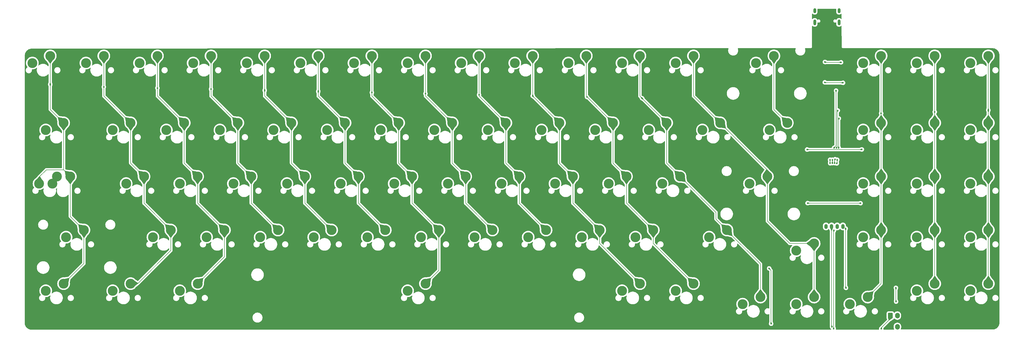
<source format=gbr>
%TF.GenerationSoftware,KiCad,Pcbnew,8.99.0-2194-gb3b7cbcab2*%
%TF.CreationDate,2024-09-18T02:21:13+07:00*%
%TF.ProjectId,Sam_,53616d5f-2e6b-4696-9361-645f70636258,rev?*%
%TF.SameCoordinates,Original*%
%TF.FileFunction,Copper,L1,Top*%
%TF.FilePolarity,Positive*%
%FSLAX46Y46*%
G04 Gerber Fmt 4.6, Leading zero omitted, Abs format (unit mm)*
G04 Created by KiCad (PCBNEW 8.99.0-2194-gb3b7cbcab2) date 2024-09-18 02:21:13*
%MOMM*%
%LPD*%
G01*
G04 APERTURE LIST*
G04 Aperture macros list*
%AMRoundRect*
0 Rectangle with rounded corners*
0 $1 Rounding radius*
0 $2 $3 $4 $5 $6 $7 $8 $9 X,Y pos of 4 corners*
0 Add a 4 corners polygon primitive as box body*
4,1,4,$2,$3,$4,$5,$6,$7,$8,$9,$2,$3,0*
0 Add four circle primitives for the rounded corners*
1,1,$1+$1,$2,$3*
1,1,$1+$1,$4,$5*
1,1,$1+$1,$6,$7*
1,1,$1+$1,$8,$9*
0 Add four rect primitives between the rounded corners*
20,1,$1+$1,$2,$3,$4,$5,0*
20,1,$1+$1,$4,$5,$6,$7,0*
20,1,$1+$1,$6,$7,$8,$9,0*
20,1,$1+$1,$8,$9,$2,$3,0*%
G04 Aperture macros list end*
%TA.AperFunction,ComponentPad*%
%ADD10O,1.700000X2.000000*%
%TD*%
%TA.AperFunction,ComponentPad*%
%ADD11RoundRect,0.250000X-0.600000X-0.750000X0.600000X-0.750000X0.600000X0.750000X-0.600000X0.750000X0*%
%TD*%
%TA.AperFunction,ComponentPad*%
%ADD12C,3.500000*%
%TD*%
%TA.AperFunction,ComponentPad*%
%ADD13C,0.400000*%
%TD*%
%TA.AperFunction,ComponentPad*%
%ADD14RoundRect,0.250000X-0.350000X-0.625000X0.350000X-0.625000X0.350000X0.625000X-0.350000X0.625000X0*%
%TD*%
%TA.AperFunction,ComponentPad*%
%ADD15O,1.200000X1.750000*%
%TD*%
%TA.AperFunction,ComponentPad*%
%ADD16O,1.000000X1.800000*%
%TD*%
%TA.AperFunction,ComponentPad*%
%ADD17O,1.000000X2.100000*%
%TD*%
%TA.AperFunction,ViaPad*%
%ADD18C,0.600000*%
%TD*%
%TA.AperFunction,Conductor*%
%ADD19C,0.200000*%
%TD*%
G04 APERTURE END LIST*
D10*
%TO.P,SWb\u00F4t1,2,2*%
%TO.N,boot*%
X688010000Y-209320000D03*
D11*
%TO.P,SWb\u00F4t1,1,1*%
%TO.N,+3.3V*%
X685510000Y-209320000D03*
%TD*%
D12*
%TO.P,SW83,2,2*%
%TO.N,C16*%
X720335000Y-197972500D03*
%TO.P,SW83,1,1*%
%TO.N,Net-(D83-A)*%
X713985000Y-200512500D03*
%TD*%
%TO.P,SW82,2,2*%
%TO.N,C15*%
X701285000Y-197972500D03*
%TO.P,SW82,1,1*%
%TO.N,Net-(D82-A)*%
X694935000Y-200512500D03*
%TD*%
%TO.P,SW81,2,2*%
%TO.N,C14*%
X677472500Y-202735000D03*
%TO.P,SW81,1,1*%
%TO.N,Net-(D81-A)*%
X671122500Y-205275000D03*
%TD*%
%TO.P,SW79,2,2*%
%TO.N,C12*%
X658422500Y-202735000D03*
%TO.P,SW79,1,1*%
%TO.N,Net-(D79-A)*%
X652072500Y-205275000D03*
%TD*%
%TO.P,SW78,2,2*%
%TO.N,C11*%
X639372500Y-202735000D03*
%TO.P,SW78,1,1*%
%TO.N,Net-(D78-A)*%
X633022500Y-205275000D03*
%TD*%
%TO.P,SW77,2,2*%
%TO.N,C10*%
X615560000Y-197972500D03*
%TO.P,SW77,1,1*%
%TO.N,Net-(D77-A)*%
X609210000Y-200512500D03*
%TD*%
%TO.P,SW76,2,2*%
%TO.N,C9*%
X596510000Y-197972500D03*
%TO.P,SW76,1,1*%
%TO.N,Net-(D76-A)*%
X590160000Y-200512500D03*
%TD*%
%TO.P,SW73,2,2*%
%TO.N,C6*%
X520310000Y-197972500D03*
%TO.P,SW73,1,1*%
%TO.N,Net-(D73-A)*%
X513960000Y-200512500D03*
%TD*%
%TO.P,SW70,2,2*%
%TO.N,Net-(D35-A)*%
X389341000Y-159872500D03*
%TO.P,SW70,1,1*%
%TO.N,C0*%
X382991000Y-162412500D03*
%TD*%
%TO.P,SW69,2,2*%
%TO.N,C2*%
X439348000Y-197972500D03*
%TO.P,SW69,1,1*%
%TO.N,Net-(D69-A)*%
X432998000Y-200512500D03*
%TD*%
%TO.P,SW68,2,2*%
%TO.N,C1*%
X415535000Y-197972500D03*
%TO.P,SW68,1,1*%
%TO.N,Net-(D68-A)*%
X409185000Y-200512500D03*
%TD*%
%TO.P,SW67,2,2*%
%TO.N,C16*%
X720335000Y-178922500D03*
%TO.P,SW67,1,1*%
%TO.N,Net-(D67-A)*%
X713985000Y-181462500D03*
%TD*%
%TO.P,SW66,2,2*%
%TO.N,C15*%
X701285000Y-178922500D03*
%TO.P,SW66,1,1*%
%TO.N,Net-(D66-A)*%
X694935000Y-181462500D03*
%TD*%
%TO.P,SW65,2,2*%
%TO.N,C14*%
X682235000Y-178922500D03*
%TO.P,SW65,1,1*%
%TO.N,Net-(D65-A)*%
X675885000Y-181462500D03*
%TD*%
%TO.P,SW64,2,2*%
%TO.N,C0*%
X391723000Y-197972500D03*
%TO.P,SW64,1,1*%
%TO.N,Net-(D64-A)*%
X385373000Y-200512500D03*
%TD*%
%TO.P,SW63,2,2*%
%TO.N,C12*%
X658422500Y-183685000D03*
%TO.P,SW63,1,1*%
%TO.N,Net-(D63-A)*%
X652072500Y-186225000D03*
%TD*%
%TO.P,SW62,2,2*%
%TO.N,C11*%
X627466500Y-178922500D03*
%TO.P,SW62,1,1*%
%TO.N,Net-(D62-A)*%
X621116500Y-181462500D03*
%TD*%
%TO.P,SW61,2,2*%
%TO.N,C10*%
X601272500Y-178922500D03*
%TO.P,SW61,1,1*%
%TO.N,Net-(D61-A)*%
X594922500Y-181462500D03*
%TD*%
%TO.P,SW60,2,2*%
%TO.N,C9*%
X582222500Y-178922500D03*
%TO.P,SW60,1,1*%
%TO.N,Net-(D60-A)*%
X575872500Y-181462500D03*
%TD*%
%TO.P,SW59,2,2*%
%TO.N,C8*%
X563172500Y-178922500D03*
%TO.P,SW59,1,1*%
%TO.N,Net-(D59-A)*%
X556822500Y-181462500D03*
%TD*%
%TO.P,SW58,2,2*%
%TO.N,C7*%
X544122500Y-178922500D03*
%TO.P,SW58,1,1*%
%TO.N,Net-(D58-A)*%
X537772500Y-181462500D03*
%TD*%
%TO.P,SW57,2,2*%
%TO.N,C6*%
X525072500Y-178922500D03*
%TO.P,SW57,1,1*%
%TO.N,Net-(D57-A)*%
X518722500Y-181462500D03*
%TD*%
%TO.P,SW56,2,2*%
%TO.N,C5*%
X506022500Y-178922500D03*
%TO.P,SW56,1,1*%
%TO.N,Net-(D56-A)*%
X499672500Y-181462500D03*
%TD*%
%TO.P,SW55,2,2*%
%TO.N,C4*%
X486972500Y-178922500D03*
%TO.P,SW55,1,1*%
%TO.N,Net-(D55-A)*%
X480622500Y-181462500D03*
%TD*%
%TO.P,SW54,2,2*%
%TO.N,C3*%
X467922500Y-178922500D03*
%TO.P,SW54,1,1*%
%TO.N,Net-(D54-A)*%
X461572500Y-181462500D03*
%TD*%
%TO.P,SW53,2,2*%
%TO.N,C2*%
X448872500Y-178922500D03*
%TO.P,SW53,1,1*%
%TO.N,Net-(D53-A)*%
X442522500Y-181462500D03*
%TD*%
%TO.P,SW52,2,2*%
%TO.N,C1*%
X429822500Y-178922500D03*
%TO.P,SW52,1,1*%
%TO.N,Net-(D52-A)*%
X423472500Y-181462500D03*
%TD*%
%TO.P,SW51,2,2*%
%TO.N,C16*%
X720335000Y-159872500D03*
%TO.P,SW51,1,1*%
%TO.N,Net-(D51-A)*%
X713985000Y-162412500D03*
%TD*%
%TO.P,SW50,2,2*%
%TO.N,C15*%
X701285000Y-159872500D03*
%TO.P,SW50,1,1*%
%TO.N,Net-(D50-A)*%
X694935000Y-162412500D03*
%TD*%
%TO.P,SW49,2,2*%
%TO.N,C14*%
X682235000Y-159872500D03*
%TO.P,SW49,1,1*%
%TO.N,Net-(D49-A)*%
X675885000Y-162412500D03*
%TD*%
%TO.P,SW48,2,2*%
%TO.N,C0*%
X398940600Y-178922500D03*
D13*
X398940600Y-177662500D03*
D12*
%TO.P,SW48,1,1*%
%TO.N,Net-(D48-A)*%
X392590600Y-181462500D03*
%TD*%
%TO.P,SW47,2,2*%
%TO.N,C12*%
X641828100Y-159872500D03*
D13*
X641828100Y-158612500D03*
D12*
%TO.P,SW47,1,1*%
%TO.N,Net-(D47-A)*%
X635478100Y-162412500D03*
%TD*%
%TO.P,SW46,2,2*%
%TO.N,C11*%
X610797500Y-159872500D03*
%TO.P,SW46,1,1*%
%TO.N,Net-(D46-A)*%
X604447500Y-162412500D03*
%TD*%
%TO.P,SW45,2,2*%
%TO.N,C10*%
X591747500Y-159872500D03*
%TO.P,SW45,1,1*%
%TO.N,Net-(D45-A)*%
X585397500Y-162412500D03*
%TD*%
%TO.P,SW44,2,2*%
%TO.N,C9*%
X572697500Y-159872500D03*
%TO.P,SW44,1,1*%
%TO.N,Net-(D44-A)*%
X566347500Y-162412500D03*
%TD*%
%TO.P,SW43,2,2*%
%TO.N,C8*%
X553647500Y-159872500D03*
%TO.P,SW43,1,1*%
%TO.N,Net-(D43-A)*%
X547297500Y-162412500D03*
%TD*%
%TO.P,SW42,2,2*%
%TO.N,C7*%
X534597500Y-159872500D03*
%TO.P,SW42,1,1*%
%TO.N,Net-(D42-A)*%
X528247500Y-162412500D03*
%TD*%
%TO.P,SW41,2,2*%
%TO.N,C6*%
X515547500Y-159872500D03*
%TO.P,SW41,1,1*%
%TO.N,Net-(D41-A)*%
X509197500Y-162412500D03*
%TD*%
%TO.P,SW40,2,2*%
%TO.N,C5*%
X496497500Y-159872500D03*
%TO.P,SW40,1,1*%
%TO.N,Net-(D40-A)*%
X490147500Y-162412500D03*
%TD*%
%TO.P,SW39,2,2*%
%TO.N,C4*%
X477447500Y-159872500D03*
%TO.P,SW39,1,1*%
%TO.N,Net-(D39-A)*%
X471097500Y-162412500D03*
%TD*%
%TO.P,SW38,2,2*%
%TO.N,C3*%
X458397500Y-159872500D03*
%TO.P,SW38,1,1*%
%TO.N,Net-(D38-A)*%
X452047500Y-162412500D03*
%TD*%
%TO.P,SW37,2,2*%
%TO.N,C2*%
X439347500Y-159872500D03*
%TO.P,SW37,1,1*%
%TO.N,Net-(D37-A)*%
X432997500Y-162412500D03*
%TD*%
%TO.P,SW36,2,2*%
%TO.N,C1*%
X420297500Y-159872500D03*
%TO.P,SW36,1,1*%
%TO.N,Net-(D36-A)*%
X413947500Y-162412500D03*
%TD*%
%TO.P,SW35,2,2*%
%TO.N,C0*%
X394104000Y-159872500D03*
%TO.P,SW35,1,1*%
%TO.N,Net-(D35-A)*%
X387754000Y-162412500D03*
%TD*%
%TO.P,SW34,2,2*%
%TO.N,C16*%
X720335000Y-140822500D03*
%TO.P,SW34,1,1*%
%TO.N,Net-(D34-A)*%
X713985000Y-143362500D03*
%TD*%
%TO.P,SW33,2,2*%
%TO.N,C15*%
X701285000Y-140822500D03*
%TO.P,SW33,1,1*%
%TO.N,Net-(D33-A)*%
X694935000Y-143362500D03*
%TD*%
%TO.P,SW32,2,2*%
%TO.N,C14*%
X682235000Y-140822500D03*
%TO.P,SW32,1,1*%
%TO.N,Net-(D32-A)*%
X675885000Y-143362500D03*
%TD*%
%TO.P,SW31,2,2*%
%TO.N,C13*%
X648898000Y-140822500D03*
%TO.P,SW31,1,1*%
%TO.N,Net-(D31-A)*%
X642548000Y-143362500D03*
%TD*%
%TO.P,SW30,2,2*%
%TO.N,C12*%
X625085000Y-140822500D03*
%TO.P,SW30,1,1*%
%TO.N,Net-(D30-A)*%
X618735000Y-143362500D03*
%TD*%
%TO.P,SW29,2,2*%
%TO.N,C11*%
X606035000Y-140822500D03*
%TO.P,SW29,1,1*%
%TO.N,Net-(D29-A)*%
X599685000Y-143362500D03*
%TD*%
%TO.P,SW28,2,2*%
%TO.N,C10*%
X586985000Y-140822500D03*
%TO.P,SW28,1,1*%
%TO.N,Net-(D28-A)*%
X580635000Y-143362500D03*
%TD*%
%TO.P,SW27,2,2*%
%TO.N,C9*%
X567935000Y-140822500D03*
%TO.P,SW27,1,1*%
%TO.N,Net-(D27-A)*%
X561585000Y-143362500D03*
%TD*%
%TO.P,SW26,2,2*%
%TO.N,C8*%
X548885000Y-140822500D03*
%TO.P,SW26,1,1*%
%TO.N,Net-(D26-A)*%
X542535000Y-143362500D03*
%TD*%
%TO.P,SW25,2,2*%
%TO.N,C7*%
X529835000Y-140822500D03*
%TO.P,SW25,1,1*%
%TO.N,Net-(D25-A)*%
X523485000Y-143362500D03*
%TD*%
%TO.P,SW24,2,2*%
%TO.N,C6*%
X510785000Y-140822500D03*
%TO.P,SW24,1,1*%
%TO.N,Net-(D24-A)*%
X504435000Y-143362500D03*
%TD*%
%TO.P,SW23,2,2*%
%TO.N,C5*%
X491735000Y-140822500D03*
%TO.P,SW23,1,1*%
%TO.N,Net-(D23-A)*%
X485385000Y-143362500D03*
%TD*%
%TO.P,SW22,2,2*%
%TO.N,C4*%
X472685000Y-140822500D03*
%TO.P,SW22,1,1*%
%TO.N,Net-(D22-A)*%
X466335000Y-143362500D03*
%TD*%
%TO.P,SW21,2,2*%
%TO.N,C3*%
X453635000Y-140822500D03*
%TO.P,SW21,1,1*%
%TO.N,Net-(D21-A)*%
X447285000Y-143362500D03*
%TD*%
%TO.P,SW20,2,2*%
%TO.N,C2*%
X434585000Y-140822500D03*
%TO.P,SW20,1,1*%
%TO.N,Net-(D20-A)*%
X428235000Y-143362500D03*
%TD*%
%TO.P,SW19,2,2*%
%TO.N,C1*%
X415535000Y-140822500D03*
%TO.P,SW19,1,1*%
%TO.N,Net-(D19-A)*%
X409185000Y-143362500D03*
%TD*%
%TO.P,SW18,2,2*%
%TO.N,C0*%
X391723000Y-140822500D03*
%TO.P,SW18,1,1*%
%TO.N,Net-(D18-A)*%
X385373000Y-143362500D03*
%TD*%
%TO.P,SW17,2,2*%
%TO.N,C16*%
X720335000Y-117010000D03*
%TO.P,SW17,1,1*%
%TO.N,Net-(D17-A)*%
X713985000Y-119550000D03*
%TD*%
%TO.P,SW16,2,2*%
%TO.N,C15*%
X701285000Y-117010000D03*
%TO.P,SW16,1,1*%
%TO.N,Net-(D16-A)*%
X694935000Y-119550000D03*
%TD*%
%TO.P,SW15,2,2*%
%TO.N,C14*%
X682235000Y-117010000D03*
%TO.P,SW15,1,1*%
%TO.N,Net-(D15-A)*%
X675885000Y-119550000D03*
%TD*%
%TO.P,SW14,2,2*%
%TO.N,C13*%
X644135000Y-117010000D03*
%TO.P,SW14,1,1*%
%TO.N,Net-(D14-A)*%
X637785000Y-119550000D03*
%TD*%
%TO.P,SW13,2,2*%
%TO.N,C12*%
X615560000Y-117010000D03*
%TO.P,SW13,1,1*%
%TO.N,Net-(D13-A)*%
X609210000Y-119550000D03*
%TD*%
%TO.P,SW12,2,2*%
%TO.N,C11*%
X596510000Y-117010000D03*
%TO.P,SW12,1,1*%
%TO.N,Net-(D12-A)*%
X590160000Y-119550000D03*
%TD*%
%TO.P,SW11,2,2*%
%TO.N,C10*%
X577460000Y-117010000D03*
%TO.P,SW11,1,1*%
%TO.N,Net-(D11-A)*%
X571110000Y-119550000D03*
%TD*%
%TO.P,SW10,2,2*%
%TO.N,C9*%
X558410000Y-117010000D03*
%TO.P,SW10,1,1*%
%TO.N,Net-(D10-A)*%
X552060000Y-119550000D03*
%TD*%
%TO.P,SW9,2,2*%
%TO.N,C8*%
X539360000Y-117010000D03*
%TO.P,SW9,1,1*%
%TO.N,Net-(D9-A)*%
X533010000Y-119550000D03*
%TD*%
%TO.P,SW8,2,2*%
%TO.N,C7*%
X520310000Y-117010000D03*
%TO.P,SW8,1,1*%
%TO.N,Net-(D8-A)*%
X513960000Y-119550000D03*
%TD*%
%TO.P,SW7,2,2*%
%TO.N,C6*%
X501260000Y-117010000D03*
%TO.P,SW7,1,1*%
%TO.N,Net-(D7-A)*%
X494910000Y-119550000D03*
%TD*%
%TO.P,SW6,2,2*%
%TO.N,C5*%
X482210000Y-117010000D03*
%TO.P,SW6,1,1*%
%TO.N,Net-(D6-A)*%
X475860000Y-119550000D03*
%TD*%
%TO.P,SW5,2,2*%
%TO.N,C4*%
X463160000Y-117010000D03*
%TO.P,SW5,1,1*%
%TO.N,Net-(D5-A)*%
X456810000Y-119550000D03*
%TD*%
%TO.P,SW4,2,2*%
%TO.N,C3*%
X444110000Y-117010000D03*
%TO.P,SW4,1,1*%
%TO.N,Net-(D4-A)*%
X437760000Y-119550000D03*
%TD*%
%TO.P,SW3,2,2*%
%TO.N,C2*%
X425060000Y-117010000D03*
%TO.P,SW3,1,1*%
%TO.N,Net-(D3-A)*%
X418710000Y-119550000D03*
%TD*%
%TO.P,SW2,2,2*%
%TO.N,C1*%
X406010000Y-117010000D03*
%TO.P,SW2,1,1*%
%TO.N,Net-(D2-A)*%
X399660000Y-119550000D03*
%TD*%
%TO.P,SW1,2,2*%
%TO.N,C0*%
X386960000Y-117010000D03*
%TO.P,SW1,1,1*%
%TO.N,Net-(D1-A)*%
X380610000Y-119550000D03*
%TD*%
D11*
%TO.P,SWb\u00F4trst1,1,1*%
%TO.N,GND*%
X685520000Y-213330000D03*
D10*
%TO.P,SWb\u00F4trst1,2,2*%
%TO.N,RST*%
X688020000Y-213330000D03*
%TD*%
D14*
%TO.P,J2,1,Pin_1*%
%TO.N,GND*%
X660630000Y-177630000D03*
D15*
%TO.P,J2,2,Pin_2*%
%TO.N,+3.3V*%
X662630000Y-177630000D03*
%TO.P,J2,3,Pin_3*%
%TO.N,RST*%
X664630000Y-177630000D03*
%TO.P,J2,4,Pin_4*%
%TO.N,DIO*%
X666630000Y-177630000D03*
%TO.P,J2,5,Pin_5*%
%TO.N,CLK*%
X668630000Y-177630000D03*
%TD*%
D16*
%TO.P,J1,S1,SHIELD*%
%TO.N,unconnected-(J1-SHIELD-PadS1)*%
X667272500Y-100927500D03*
D17*
%TO.N,unconnected-(J1-SHIELD-PadS1)_3*%
X667272500Y-105107500D03*
D16*
%TO.N,unconnected-(J1-SHIELD-PadS1)_2*%
X658632500Y-100927500D03*
D17*
%TO.N,unconnected-(J1-SHIELD-PadS1)_1*%
X658632500Y-105107500D03*
%TD*%
D18*
%TO.N,GND*%
X659950000Y-113820000D03*
X660680000Y-152940000D03*
X662030000Y-147720000D03*
X660150000Y-133940000D03*
X672190000Y-133740000D03*
X664650000Y-122780000D03*
X664670000Y-114740000D03*
X667230000Y-112910000D03*
X669180000Y-128090000D03*
X666620000Y-127700000D03*
%TO.N,boot*%
X687560000Y-204340000D03*
X687490000Y-199440000D03*
X669740000Y-199480000D03*
X669627994Y-178367612D03*
X666493282Y-155233244D03*
X666646969Y-153940001D03*
X667155074Y-149697642D03*
X667220000Y-139240000D03*
%TO.N,CLK*%
X666820000Y-136430000D03*
X666349803Y-149696368D03*
X665865356Y-153769458D03*
X665698733Y-155140000D03*
%TO.N,DIO*%
X664898730Y-155140000D03*
X665500000Y-149697641D03*
X664928527Y-153940000D03*
X666220000Y-129340000D03*
%TO.N,+3.3V*%
X665460000Y-179060000D03*
X665360000Y-213970000D03*
X682280000Y-213988287D03*
%TO.N,RST*%
X664780000Y-213340000D03*
X664080000Y-153940000D03*
X664099265Y-155169265D03*
%TO.N,R2*%
X674930000Y-169380000D03*
X656112359Y-169347641D03*
%TO.N,R1*%
X675380000Y-150260000D03*
X655922359Y-150297641D03*
%TO.N,R4*%
X642430000Y-192560141D03*
X643150000Y-212210141D03*
%TO.N,R0*%
X668700000Y-126570000D03*
X662210000Y-126420000D03*
%TO.N,C14*%
X682235000Y-137410000D03*
%TO.N,C15*%
X701285000Y-136910000D03*
%TO.N,C16*%
X720335000Y-136310000D03*
%TO.N,C11*%
X597296250Y-132083750D03*
%TO.N,C10*%
X577726250Y-131635141D03*
%TO.N,C9*%
X558410000Y-131235141D03*
%TO.N,C8*%
X539360000Y-130835141D03*
%TO.N,C7*%
X520310000Y-130435141D03*
%TO.N,C6*%
X501260000Y-130035141D03*
%TO.N,C5*%
X482210000Y-129650000D03*
%TO.N,C4*%
X463160000Y-129270000D03*
%TO.N,C3*%
X444110000Y-128835142D03*
%TO.N,C2*%
X425060000Y-128435141D03*
%TO.N,C1*%
X406010000Y-128035141D03*
%TO.N,C0*%
X386960000Y-127150000D03*
%TO.N,+3.3V*%
X667990000Y-119300000D03*
X662265000Y-119170000D03*
%TD*%
D19*
%TO.N,boot*%
X687490000Y-204270000D02*
X687560000Y-204340000D01*
X687490000Y-199440000D02*
X687490000Y-204270000D01*
X669627994Y-199367994D02*
X669740000Y-199480000D01*
X669627994Y-178367612D02*
X669627994Y-199367994D01*
X666646969Y-155079557D02*
X666493282Y-155233244D01*
X666646969Y-153940001D02*
X666646969Y-155079557D01*
X667155074Y-139304926D02*
X667155074Y-149697642D01*
X667220000Y-139240000D02*
X667155074Y-139304926D01*
%TO.N,CLK*%
X666620000Y-136730000D02*
X666620000Y-136630000D01*
X666620000Y-149426171D02*
X666620000Y-136730000D01*
X665698733Y-153936081D02*
X665865356Y-153769458D01*
X665698733Y-155140000D02*
X665698733Y-153936081D01*
X666620000Y-136630000D02*
X666820000Y-136430000D01*
X666349803Y-149696368D02*
X666620000Y-149426171D01*
%TO.N,DIO*%
X664928527Y-155110203D02*
X664898730Y-155140000D01*
X664928527Y-153940000D02*
X664928527Y-155110203D01*
X666220000Y-148977641D02*
X665500000Y-149697641D01*
X666220000Y-129340000D02*
X666220000Y-148977641D01*
%TO.N,+3.3V*%
X665380000Y-179140000D02*
X665460000Y-179060000D01*
X665380000Y-213950000D02*
X665380000Y-179140000D01*
X665360000Y-213970000D02*
X665380000Y-213950000D01*
X682280000Y-213670000D02*
X682280000Y-213988287D01*
X685510000Y-209320000D02*
X685510000Y-210440000D01*
X685510000Y-210440000D02*
X682280000Y-213670000D01*
%TO.N,RST*%
X664630000Y-213190000D02*
X664780000Y-213340000D01*
X664630000Y-177630000D02*
X664630000Y-213190000D01*
X664099265Y-153959265D02*
X664080000Y-153940000D01*
X664099265Y-155169265D02*
X664099265Y-153959265D01*
%TO.N,R2*%
X674897641Y-169347641D02*
X674930000Y-169380000D01*
X656112359Y-169347641D02*
X674897641Y-169347641D01*
%TO.N,R1*%
X675342359Y-150297641D02*
X675380000Y-150260000D01*
X655922359Y-150297641D02*
X675342359Y-150297641D01*
%TO.N,R4*%
X643112500Y-212172641D02*
X643150000Y-212210141D01*
X643112500Y-193242641D02*
X643112500Y-212172641D01*
X642430000Y-192560141D02*
X643112500Y-193242641D01*
%TO.N,R0*%
X668700000Y-126570000D02*
X662360000Y-126570000D01*
X662360000Y-126570000D02*
X662210000Y-126420000D01*
%TO.N,C16*%
X720335000Y-136310000D02*
X720335000Y-117010000D01*
X720335000Y-140822500D02*
X720335000Y-136310000D01*
%TO.N,C11*%
X597296250Y-132083750D02*
X606035000Y-140822500D01*
X596510000Y-131297500D02*
X597296250Y-132083750D01*
%TO.N,C5*%
X482210000Y-129650000D02*
X482210000Y-131297500D01*
X482210000Y-117010000D02*
X482210000Y-129650000D01*
%TO.N,C4*%
X463160000Y-129270000D02*
X463160000Y-131297500D01*
X463160000Y-117010000D02*
X463160000Y-129270000D01*
%TO.N,C0*%
X386960000Y-127150000D02*
X386960000Y-136059500D01*
X386960000Y-117010000D02*
X386960000Y-127150000D01*
%TO.N,C13*%
X644135000Y-117010000D02*
X644135000Y-136059500D01*
X644135000Y-136059500D02*
X648898000Y-140822500D01*
%TO.N,+3.3V*%
X662265000Y-119170000D02*
X662395000Y-119300000D01*
X662395000Y-119300000D02*
X667990000Y-119300000D01*
%TO.N,C16*%
X720335000Y-159872500D02*
X720335000Y-140822500D01*
X720335000Y-178922500D02*
X720335000Y-159872500D01*
X720335000Y-197972500D02*
X720335000Y-178922500D01*
%TO.N,C15*%
X701285000Y-178922500D02*
X701285000Y-197972500D01*
X701285000Y-159872500D02*
X701285000Y-178922500D01*
X701285000Y-140822500D02*
X701285000Y-159872500D01*
X701285000Y-117010000D02*
X701285000Y-140822500D01*
%TO.N,C14*%
X682235000Y-140822500D02*
X682235000Y-117010000D01*
X682235000Y-159872500D02*
X682235000Y-140822500D01*
X682235000Y-178922500D02*
X682235000Y-159872500D01*
X682235000Y-197972500D02*
X682235000Y-178922500D01*
X677472500Y-202735000D02*
X682235000Y-197972500D01*
%TO.N,C12*%
X658422500Y-183685000D02*
X658422500Y-202735000D01*
X641828100Y-175748100D02*
X641828100Y-159872500D01*
X649765000Y-183685000D02*
X641828100Y-175748100D01*
X658422500Y-183685000D02*
X649765000Y-183685000D01*
X641828100Y-157565600D02*
X641828100Y-159872500D01*
X625085000Y-140822500D02*
X641828100Y-157565600D01*
X615560000Y-131297500D02*
X625085000Y-140822500D01*
X615560000Y-117010000D02*
X615560000Y-131297500D01*
%TO.N,C11*%
X639372500Y-190999500D02*
X639372500Y-202735000D01*
X627466500Y-179093500D02*
X639372500Y-190999500D01*
X627466500Y-178922500D02*
X627466500Y-179093500D01*
X623562000Y-172637000D02*
X623562000Y-175018000D01*
X610797500Y-159872500D02*
X623562000Y-172637000D01*
X623562000Y-175018000D02*
X627466500Y-178922500D01*
X606035000Y-155110000D02*
X610797500Y-159872500D01*
X606035000Y-140822500D02*
X606035000Y-155110000D01*
X596510000Y-117010000D02*
X596510000Y-131297500D01*
%TO.N,C10*%
X601272500Y-183685000D02*
X615560000Y-197972500D01*
X601272500Y-178922500D02*
X601272500Y-183685000D01*
X591747500Y-169397500D02*
X601272500Y-178922500D01*
X591747500Y-159872500D02*
X591747500Y-169397500D01*
X586985000Y-155110000D02*
X591747500Y-159872500D01*
X586985000Y-140822500D02*
X586985000Y-155110000D01*
X577460000Y-131297500D02*
X586985000Y-140822500D01*
X577460000Y-117010000D02*
X577460000Y-131297500D01*
%TO.N,C9*%
X582222500Y-183685000D02*
X596510000Y-197972500D01*
X582222500Y-178922500D02*
X582222500Y-183685000D01*
X572697500Y-159872500D02*
X572697500Y-169397500D01*
X572697500Y-169397500D02*
X582222500Y-178922500D01*
X567935000Y-155110000D02*
X572697500Y-159872500D01*
X567935000Y-140822500D02*
X567935000Y-155110000D01*
X558410000Y-131297500D02*
X567935000Y-140822500D01*
X558410000Y-117010000D02*
X558410000Y-131297500D01*
%TO.N,C8*%
X553647500Y-169397500D02*
X563172500Y-178922500D01*
X553647500Y-159872500D02*
X553647500Y-169397500D01*
X548885000Y-155110000D02*
X553647500Y-159872500D01*
X548885000Y-140822500D02*
X548885000Y-155110000D01*
X539360000Y-131297500D02*
X548885000Y-140822500D01*
X539360000Y-117010000D02*
X539360000Y-131297500D01*
%TO.N,C7*%
X534597500Y-169397500D02*
X544122500Y-178922500D01*
X534597500Y-159872500D02*
X534597500Y-169397500D01*
X529835000Y-155110000D02*
X534597500Y-159872500D01*
X529835000Y-140822500D02*
X529835000Y-155110000D01*
X520310000Y-131297500D02*
X529835000Y-140822500D01*
X520310000Y-117010000D02*
X520310000Y-131297500D01*
%TO.N,C6*%
X525072500Y-193210000D02*
X520310000Y-197972500D01*
X525072500Y-178922500D02*
X525072500Y-193210000D01*
X515547500Y-169397500D02*
X525072500Y-178922500D01*
X515547500Y-159872500D02*
X515547500Y-169397500D01*
X510785000Y-155110000D02*
X515547500Y-159872500D01*
X510785000Y-140822500D02*
X510785000Y-155110000D01*
X501260000Y-131297500D02*
X510785000Y-140822500D01*
X501260000Y-117010000D02*
X501260000Y-131297500D01*
%TO.N,C5*%
X496497500Y-159872500D02*
X496497500Y-169397500D01*
X496497500Y-169397500D02*
X506022500Y-178922500D01*
X491735000Y-155110000D02*
X496497500Y-159872500D01*
X491735000Y-140822500D02*
X491735000Y-155110000D01*
X482210000Y-131297500D02*
X491735000Y-140822500D01*
%TO.N,C4*%
X477447500Y-169397500D02*
X486972500Y-178922500D01*
X477447500Y-159872500D02*
X477447500Y-169397500D01*
X472685000Y-155110000D02*
X477447500Y-159872500D01*
X472685000Y-140822500D02*
X472685000Y-155110000D01*
X463160000Y-131297500D02*
X472685000Y-140822500D01*
%TO.N,C3*%
X458397500Y-169397500D02*
X467922500Y-178922500D01*
X458397500Y-159872500D02*
X458397500Y-169397500D01*
X453635000Y-155110000D02*
X458397500Y-159872500D01*
X453635000Y-140822500D02*
X453635000Y-155110000D01*
X444110000Y-131297500D02*
X453635000Y-140822500D01*
X444110000Y-117010000D02*
X444110000Y-131297500D01*
%TO.N,C2*%
X448872500Y-188448000D02*
X439348000Y-197972500D01*
X448872500Y-178922500D02*
X448872500Y-188448000D01*
X439347500Y-169397500D02*
X448872500Y-178922500D01*
X439347500Y-159872500D02*
X439347500Y-169397500D01*
X434585000Y-155110000D02*
X439347500Y-159872500D01*
X434585000Y-140822500D02*
X434585000Y-155110000D01*
X425060000Y-131297500D02*
X434585000Y-140822500D01*
X425060000Y-117010000D02*
X425060000Y-131297500D01*
%TO.N,C1*%
X418009873Y-197972500D02*
X415535000Y-197972500D01*
X429822500Y-186159873D02*
X418009873Y-197972500D01*
X429822500Y-178922500D02*
X429822500Y-186159873D01*
X420297500Y-159872500D02*
X420297500Y-169397500D01*
X420297500Y-169397500D02*
X429822500Y-178922500D01*
X415535000Y-155110000D02*
X420297500Y-159872500D01*
X415535000Y-140822500D02*
X415535000Y-155110000D01*
X406010000Y-131297500D02*
X415535000Y-140822500D01*
X406010000Y-117010000D02*
X406010000Y-131297500D01*
%TO.N,C0*%
X382991000Y-160089000D02*
X382991000Y-162412500D01*
X391723000Y-157491500D02*
X385588500Y-157491500D01*
X385588500Y-157491500D02*
X382991000Y-160089000D01*
X398940600Y-190754900D02*
X391723000Y-197972500D01*
X398940600Y-178922500D02*
X398940600Y-190754900D01*
X394104000Y-174085900D02*
X398940600Y-178922500D01*
X394104000Y-159872500D02*
X394104000Y-174085900D01*
X391723000Y-157491500D02*
X394104000Y-159872500D01*
X391723000Y-140822500D02*
X391723000Y-157491500D01*
X386960000Y-136059500D02*
X391723000Y-140822500D01*
%TD*%
%TA.AperFunction,Conductor*%
%TO.N,GND*%
G36*
X666148906Y-100290789D02*
G01*
X666215925Y-100310532D01*
X666261634Y-100363376D01*
X666271523Y-100422867D01*
X666272000Y-100422867D01*
X666272000Y-100425736D01*
X666272199Y-100426934D01*
X666272000Y-100428956D01*
X666272000Y-100428959D01*
X666272000Y-101426041D01*
X666272000Y-101426043D01*
X666271999Y-101426043D01*
X666310447Y-101619329D01*
X666310450Y-101619339D01*
X666385864Y-101801407D01*
X666385871Y-101801420D01*
X666495360Y-101965281D01*
X666495363Y-101965285D01*
X666634714Y-102104636D01*
X666634718Y-102104639D01*
X666798579Y-102214128D01*
X666798592Y-102214135D01*
X666980660Y-102289549D01*
X666980665Y-102289551D01*
X666980669Y-102289551D01*
X666980670Y-102289552D01*
X667173956Y-102328000D01*
X667173959Y-102328000D01*
X667371043Y-102328000D01*
X667501082Y-102302132D01*
X667564335Y-102289551D01*
X667746414Y-102214132D01*
X667910282Y-102104639D01*
X667978656Y-102036264D01*
X668039977Y-102002781D01*
X668109669Y-102007765D01*
X668165603Y-102049636D01*
X668190020Y-102115100D01*
X668190336Y-102123769D01*
X668192683Y-103763221D01*
X668173094Y-103830289D01*
X668120356Y-103876120D01*
X668051212Y-103886162D01*
X667987615Y-103857228D01*
X667981002Y-103851080D01*
X667910285Y-103780363D01*
X667910281Y-103780360D01*
X667746420Y-103670871D01*
X667746407Y-103670864D01*
X667564339Y-103595450D01*
X667564329Y-103595447D01*
X667371043Y-103557000D01*
X667371041Y-103557000D01*
X667173959Y-103557000D01*
X667173957Y-103557000D01*
X666980670Y-103595447D01*
X666980660Y-103595450D01*
X666798592Y-103670864D01*
X666798579Y-103670871D01*
X666634718Y-103780360D01*
X666634714Y-103780363D01*
X666495363Y-103919714D01*
X666495360Y-103919718D01*
X666385871Y-104083579D01*
X666385863Y-104083594D01*
X666381956Y-104093028D01*
X666338115Y-104147431D01*
X666271820Y-104169495D01*
X666204121Y-104152215D01*
X666199468Y-104149066D01*
X666195866Y-104146986D01*
X666195865Y-104146985D01*
X666102399Y-104093022D01*
X666064636Y-104071219D01*
X665991450Y-104051609D01*
X665918266Y-104032000D01*
X665766734Y-104032000D01*
X665620363Y-104071219D01*
X665489135Y-104146985D01*
X665489132Y-104146987D01*
X665381987Y-104254132D01*
X665381985Y-104254135D01*
X665306219Y-104385363D01*
X665267000Y-104531734D01*
X665267000Y-104683265D01*
X665306219Y-104829636D01*
X665344102Y-104895250D01*
X665381985Y-104960865D01*
X665489135Y-105068015D01*
X665572412Y-105116095D01*
X665620361Y-105143779D01*
X665620365Y-105143781D01*
X665766734Y-105183000D01*
X665766736Y-105183000D01*
X665918264Y-105183000D01*
X665918266Y-105183000D01*
X666064635Y-105143781D01*
X666074951Y-105137825D01*
X666085999Y-105131447D01*
X666153898Y-105114973D01*
X666219926Y-105137825D01*
X666263117Y-105192745D01*
X666272000Y-105238833D01*
X666272000Y-105756041D01*
X666272000Y-105756043D01*
X666271999Y-105756043D01*
X666310447Y-105949329D01*
X666310450Y-105949339D01*
X666385864Y-106131407D01*
X666385871Y-106131420D01*
X666495360Y-106295281D01*
X666495363Y-106295285D01*
X666634714Y-106434636D01*
X666634718Y-106434639D01*
X666798579Y-106544128D01*
X666798592Y-106544135D01*
X666980660Y-106619549D01*
X666980665Y-106619551D01*
X666980669Y-106619551D01*
X666980670Y-106619552D01*
X667173956Y-106658000D01*
X667173959Y-106658000D01*
X667371043Y-106658000D01*
X667501082Y-106632132D01*
X667564335Y-106619551D01*
X667746414Y-106544132D01*
X667910282Y-106434639D01*
X667984846Y-106360074D01*
X668046167Y-106326591D01*
X668115859Y-106331575D01*
X668171793Y-106373446D01*
X668196210Y-106438910D01*
X668196526Y-106447579D01*
X668206510Y-113420418D01*
X668207000Y-113762751D01*
X668207000Y-113828392D01*
X668207094Y-113828744D01*
X668207095Y-113829108D01*
X668207103Y-113829141D01*
X668207104Y-113829142D01*
X668224068Y-113892093D01*
X668224091Y-113892270D01*
X668224114Y-113892264D01*
X668241108Y-113955688D01*
X668241191Y-113955888D01*
X668241380Y-113956344D01*
X668241384Y-113956352D01*
X668241385Y-113956353D01*
X668274247Y-114013085D01*
X668307000Y-114069814D01*
X668307256Y-114070070D01*
X668307440Y-114070387D01*
X668353751Y-114116565D01*
X668353862Y-114116676D01*
X668353877Y-114116691D01*
X668400185Y-114162999D01*
X668400236Y-114163038D01*
X668400401Y-114163165D01*
X668400754Y-114163436D01*
X668421061Y-114175121D01*
X668457172Y-114195901D01*
X668457300Y-114196034D01*
X668457326Y-114195990D01*
X668514314Y-114228892D01*
X668514319Y-114228893D01*
X668514736Y-114229066D01*
X668514978Y-114229165D01*
X668514982Y-114229168D01*
X668578118Y-114245987D01*
X668578278Y-114246085D01*
X668578292Y-114246034D01*
X668641608Y-114263000D01*
X668641624Y-114263000D01*
X668642316Y-114263091D01*
X668642325Y-114263094D01*
X668642333Y-114263093D01*
X668642334Y-114263094D01*
X668707868Y-114263000D01*
X721783106Y-114263000D01*
X721784843Y-114263011D01*
X721926222Y-114264994D01*
X721938569Y-114265785D01*
X722210265Y-114296855D01*
X722224480Y-114299327D01*
X722456080Y-114353684D01*
X722493915Y-114362564D01*
X722507774Y-114366683D01*
X722767992Y-114460844D01*
X722781271Y-114466544D01*
X722791711Y-114471767D01*
X723028773Y-114590363D01*
X723041304Y-114597575D01*
X723149033Y-114668237D01*
X723272699Y-114749353D01*
X723284298Y-114757968D01*
X723372119Y-114831518D01*
X723496464Y-114935658D01*
X723506988Y-114945572D01*
X723697019Y-115146741D01*
X723706318Y-115157813D01*
X723871637Y-115379732D01*
X723879584Y-115391810D01*
X724017954Y-115631472D01*
X724024441Y-115644393D01*
X724130955Y-115891532D01*
X724133969Y-115898524D01*
X724138908Y-115912113D01*
X724218113Y-116177277D01*
X724221436Y-116191348D01*
X724269236Y-116463919D01*
X724270899Y-116478282D01*
X724286794Y-116757171D01*
X724286995Y-116764208D01*
X724286995Y-116764618D01*
X724286907Y-116827690D01*
X724286999Y-116828035D01*
X724286999Y-116828391D01*
X724287004Y-116828414D01*
X724287006Y-116836481D01*
X724287006Y-116836487D01*
X724296998Y-211778120D01*
X724296986Y-211779871D01*
X724295005Y-211921167D01*
X724294214Y-211933515D01*
X724263151Y-212205198D01*
X724260674Y-212219443D01*
X724197447Y-212488861D01*
X724193329Y-212502720D01*
X724099171Y-212762947D01*
X724093467Y-212776234D01*
X723969653Y-213023738D01*
X723962441Y-213036269D01*
X723810667Y-213267666D01*
X723802046Y-213279273D01*
X723624364Y-213491436D01*
X723614453Y-213501958D01*
X723525185Y-213586286D01*
X723413279Y-213691997D01*
X723402208Y-213701295D01*
X723180286Y-213866622D01*
X723168207Y-213874570D01*
X722928540Y-214012944D01*
X722915618Y-214019431D01*
X722661483Y-214128963D01*
X722647894Y-214133902D01*
X722382728Y-214213108D01*
X722368657Y-214216431D01*
X722096083Y-214264232D01*
X722081720Y-214265895D01*
X721802759Y-214281794D01*
X721795729Y-214281995D01*
X721795108Y-214281995D01*
X721732308Y-214281908D01*
X721731963Y-214282000D01*
X721731607Y-214282000D01*
X721731574Y-214282008D01*
X721723504Y-214282010D01*
X721723502Y-214282009D01*
X721723496Y-214282010D01*
X689327007Y-214286754D01*
X689259965Y-214267079D01*
X689214202Y-214214282D01*
X689204249Y-214145125D01*
X689216504Y-214106459D01*
X689271557Y-213998412D01*
X689337246Y-213796243D01*
X689370500Y-213586287D01*
X689370500Y-213073713D01*
X689337246Y-212863757D01*
X689271557Y-212661588D01*
X689175051Y-212472184D01*
X689175049Y-212472181D01*
X689175048Y-212472179D01*
X689050109Y-212300213D01*
X688899786Y-212149890D01*
X688727820Y-212024951D01*
X688538414Y-211928444D01*
X688538413Y-211928443D01*
X688538412Y-211928443D01*
X688336243Y-211862754D01*
X688336241Y-211862753D01*
X688336240Y-211862753D01*
X688146743Y-211832740D01*
X688126287Y-211829500D01*
X687913713Y-211829500D01*
X687893257Y-211832740D01*
X687703760Y-211862753D01*
X687703757Y-211862754D01*
X687504934Y-211927356D01*
X687501585Y-211928444D01*
X687312179Y-212024951D01*
X687140213Y-212149890D01*
X686989890Y-212300213D01*
X686864951Y-212472179D01*
X686768444Y-212661585D01*
X686702753Y-212863760D01*
X686669500Y-213073713D01*
X686669500Y-213586286D01*
X686701882Y-213790742D01*
X686702754Y-213796243D01*
X686768238Y-213997782D01*
X686768444Y-213998414D01*
X686823690Y-214106841D01*
X686836586Y-214175511D01*
X686810310Y-214240251D01*
X686753203Y-214280508D01*
X686713223Y-214287136D01*
X683190609Y-214287653D01*
X683177293Y-214283745D01*
X683163443Y-214284645D01*
X683144426Y-214274099D01*
X683123567Y-214267978D01*
X683114478Y-214257492D01*
X683102340Y-214250761D01*
X683092045Y-214231611D01*
X683077804Y-214215181D01*
X683075146Y-214200176D01*
X683069256Y-214189220D01*
X683067797Y-214158687D01*
X683066967Y-214154001D01*
X683067132Y-214151881D01*
X683085565Y-213988287D01*
X683082239Y-213958769D01*
X683083519Y-213941863D01*
X683073033Y-213786172D01*
X683088169Y-213717964D01*
X683109068Y-213690165D01*
X685358833Y-211440400D01*
X685375936Y-211426129D01*
X686254925Y-210817886D01*
X686286465Y-210802155D01*
X686429334Y-210754814D01*
X686578656Y-210662712D01*
X686702712Y-210538656D01*
X686794814Y-210389334D01*
X686794814Y-210389331D01*
X686798178Y-210383879D01*
X686850126Y-210337154D01*
X686919088Y-210325931D01*
X686983170Y-210353774D01*
X686991398Y-210361294D01*
X687130213Y-210500109D01*
X687302179Y-210625048D01*
X687302181Y-210625049D01*
X687302184Y-210625051D01*
X687491588Y-210721557D01*
X687693757Y-210787246D01*
X687903713Y-210820500D01*
X687903714Y-210820500D01*
X688116286Y-210820500D01*
X688116287Y-210820500D01*
X688326243Y-210787246D01*
X688528412Y-210721557D01*
X688717816Y-210625051D01*
X688739789Y-210609086D01*
X688889786Y-210500109D01*
X688889788Y-210500106D01*
X688889792Y-210500104D01*
X689040104Y-210349792D01*
X689040106Y-210349788D01*
X689040109Y-210349786D01*
X689165048Y-210177820D01*
X689165047Y-210177820D01*
X689165051Y-210177816D01*
X689261557Y-209988412D01*
X689327246Y-209786243D01*
X689360500Y-209576287D01*
X689360500Y-209063713D01*
X689327246Y-208853757D01*
X689261557Y-208651588D01*
X689165051Y-208462184D01*
X689165049Y-208462181D01*
X689165048Y-208462179D01*
X689040109Y-208290213D01*
X688889786Y-208139890D01*
X688717820Y-208014951D01*
X688528414Y-207918444D01*
X688528413Y-207918443D01*
X688528412Y-207918443D01*
X688326243Y-207852754D01*
X688326241Y-207852753D01*
X688326240Y-207852753D01*
X688164957Y-207827208D01*
X688116287Y-207819500D01*
X687903713Y-207819500D01*
X687855042Y-207827208D01*
X687693760Y-207852753D01*
X687491585Y-207918444D01*
X687302179Y-208014951D01*
X687130215Y-208139889D01*
X686991398Y-208278706D01*
X686930075Y-208312190D01*
X686860383Y-208307206D01*
X686804450Y-208265334D01*
X686798178Y-208256120D01*
X686786660Y-208237447D01*
X686702712Y-208101344D01*
X686578656Y-207977288D01*
X686483253Y-207918443D01*
X686429336Y-207885187D01*
X686429331Y-207885185D01*
X686427862Y-207884698D01*
X686262797Y-207830001D01*
X686262795Y-207830000D01*
X686160010Y-207819500D01*
X684859998Y-207819500D01*
X684859981Y-207819501D01*
X684757203Y-207830000D01*
X684757200Y-207830001D01*
X684590668Y-207885185D01*
X684590663Y-207885187D01*
X684441342Y-207977289D01*
X684317289Y-208101342D01*
X684225187Y-208250663D01*
X684225185Y-208250668D01*
X684206450Y-208307206D01*
X684170001Y-208417203D01*
X684170001Y-208417204D01*
X684170000Y-208417204D01*
X684159500Y-208519983D01*
X684159500Y-210120001D01*
X684159501Y-210120018D01*
X684170000Y-210222796D01*
X684170001Y-210222800D01*
X684194178Y-210295760D01*
X684194769Y-210297592D01*
X684197010Y-210304724D01*
X684202614Y-210334815D01*
X684254708Y-210488449D01*
X684254708Y-210488450D01*
X684255149Y-210489752D01*
X684255152Y-210489760D01*
X684320508Y-210682508D01*
X684323393Y-210752318D01*
X684290756Y-210810007D01*
X682060854Y-213039909D01*
X682052299Y-213047701D01*
X682025575Y-213069849D01*
X682025574Y-213069849D01*
X681976313Y-213124236D01*
X681972091Y-213128673D01*
X681911286Y-213189478D01*
X681911285Y-213189478D01*
X681911284Y-213189479D01*
X681799482Y-213301281D01*
X681799478Y-213301287D01*
X681777125Y-213340001D01*
X681762891Y-213359843D01*
X681762189Y-213360641D01*
X681700655Y-213428580D01*
X681674487Y-213459928D01*
X681673658Y-213461400D01*
X681667989Y-213467853D01*
X681666708Y-213468663D01*
X681662522Y-213473686D01*
X681650185Y-213486023D01*
X681554211Y-213638763D01*
X681494631Y-213809032D01*
X681494630Y-213809037D01*
X681474435Y-213988283D01*
X681474435Y-213988291D01*
X681492658Y-214150036D01*
X681480603Y-214218858D01*
X681433254Y-214270237D01*
X681369456Y-214287919D01*
X666268269Y-214290131D01*
X666201227Y-214270456D01*
X666155464Y-214217659D01*
X666145031Y-214152247D01*
X666165565Y-213970002D01*
X666165565Y-213969996D01*
X666145369Y-213790753D01*
X666145367Y-213790742D01*
X666122594Y-213725661D01*
X666117483Y-213706034D01*
X666114333Y-213687992D01*
X665986627Y-213296971D01*
X665980500Y-213258474D01*
X665980500Y-207728389D01*
X668752000Y-207728389D01*
X668752000Y-207901611D01*
X668779098Y-208072701D01*
X668832627Y-208237445D01*
X668911268Y-208391788D01*
X669013086Y-208531928D01*
X669135572Y-208654414D01*
X669275712Y-208756232D01*
X669430055Y-208834873D01*
X669594799Y-208888402D01*
X669765889Y-208915500D01*
X669765890Y-208915500D01*
X669939110Y-208915500D01*
X669939111Y-208915500D01*
X670110201Y-208888402D01*
X670274945Y-208834873D01*
X670429288Y-208756232D01*
X670569428Y-208654414D01*
X670691914Y-208531928D01*
X670793732Y-208391788D01*
X670872373Y-208237445D01*
X670925902Y-208072701D01*
X670953000Y-207901611D01*
X670953000Y-207728389D01*
X670943800Y-207670304D01*
X670952754Y-207601014D01*
X670997750Y-207547562D01*
X671064501Y-207526922D01*
X671074381Y-207527174D01*
X671089035Y-207528135D01*
X671122495Y-207530329D01*
X671122500Y-207530329D01*
X671122507Y-207530329D01*
X671358175Y-207514881D01*
X671416880Y-207511034D01*
X671706222Y-207453481D01*
X671985577Y-207358652D01*
X672250165Y-207228172D01*
X672495457Y-207064273D01*
X672591137Y-206980363D01*
X672654518Y-206950960D01*
X672723735Y-206960492D01*
X672776810Y-207005931D01*
X672796894Y-207072852D01*
X672792671Y-207105684D01*
X672720508Y-207375004D01*
X672720506Y-207375015D01*
X672682000Y-207667486D01*
X672682000Y-207962513D01*
X672705353Y-208139889D01*
X672720507Y-208254993D01*
X672794712Y-208531930D01*
X672796861Y-208539951D01*
X672796864Y-208539961D01*
X672909754Y-208812500D01*
X672909758Y-208812510D01*
X673057261Y-209067993D01*
X673236852Y-209302040D01*
X673236858Y-209302047D01*
X673445452Y-209510641D01*
X673445459Y-209510647D01*
X673679506Y-209690238D01*
X673934989Y-209837741D01*
X673934990Y-209837741D01*
X673934993Y-209837743D01*
X674207548Y-209950639D01*
X674492507Y-210026993D01*
X674784994Y-210065500D01*
X674785001Y-210065500D01*
X675079999Y-210065500D01*
X675080006Y-210065500D01*
X675372493Y-210026993D01*
X675657452Y-209950639D01*
X675930007Y-209837743D01*
X676185494Y-209690238D01*
X676419542Y-209510646D01*
X676628146Y-209302042D01*
X676807738Y-209067994D01*
X676955243Y-208812507D01*
X677068139Y-208539952D01*
X677144493Y-208254993D01*
X677183000Y-207962506D01*
X677183000Y-207728389D01*
X678912000Y-207728389D01*
X678912000Y-207901611D01*
X678939098Y-208072701D01*
X678992627Y-208237445D01*
X679071268Y-208391788D01*
X679173086Y-208531928D01*
X679295572Y-208654414D01*
X679435712Y-208756232D01*
X679590055Y-208834873D01*
X679754799Y-208888402D01*
X679925889Y-208915500D01*
X679925890Y-208915500D01*
X680099110Y-208915500D01*
X680099111Y-208915500D01*
X680270201Y-208888402D01*
X680434945Y-208834873D01*
X680589288Y-208756232D01*
X680729428Y-208654414D01*
X680851914Y-208531928D01*
X680953732Y-208391788D01*
X681032373Y-208237445D01*
X681085902Y-208072701D01*
X681113000Y-207901611D01*
X681113000Y-207728389D01*
X681085902Y-207557299D01*
X681032373Y-207392555D01*
X680953732Y-207238212D01*
X680851914Y-207098072D01*
X680729428Y-206975586D01*
X680589288Y-206873768D01*
X680434945Y-206795127D01*
X680270201Y-206741598D01*
X680270199Y-206741597D01*
X680270198Y-206741597D01*
X680138771Y-206720781D01*
X680099111Y-206714500D01*
X679925889Y-206714500D01*
X679886228Y-206720781D01*
X679754802Y-206741597D01*
X679590052Y-206795128D01*
X679435711Y-206873768D01*
X679413000Y-206890269D01*
X679295572Y-206975586D01*
X679295570Y-206975588D01*
X679295569Y-206975588D01*
X679173088Y-207098069D01*
X679173088Y-207098070D01*
X679173086Y-207098072D01*
X679167556Y-207105684D01*
X679071268Y-207238211D01*
X678992628Y-207392552D01*
X678939097Y-207557302D01*
X678932174Y-207601014D01*
X678912000Y-207728389D01*
X677183000Y-207728389D01*
X677183000Y-207667494D01*
X677144493Y-207375007D01*
X677068139Y-207090048D01*
X676955243Y-206817493D01*
X676948450Y-206805728D01*
X676807738Y-206562006D01*
X676628147Y-206327959D01*
X676628141Y-206327952D01*
X676419547Y-206119358D01*
X676419540Y-206119352D01*
X676185493Y-205939761D01*
X675930010Y-205792258D01*
X675930000Y-205792254D01*
X675657461Y-205679364D01*
X675657454Y-205679362D01*
X675657452Y-205679361D01*
X675372493Y-205603007D01*
X675323613Y-205596571D01*
X675080013Y-205564500D01*
X675080006Y-205564500D01*
X674784994Y-205564500D01*
X674784986Y-205564500D01*
X674506585Y-205601153D01*
X674492507Y-205603007D01*
X674207548Y-205679361D01*
X674207538Y-205679364D01*
X673934999Y-205792254D01*
X673934989Y-205792258D01*
X673679506Y-205939761D01*
X673454760Y-206112215D01*
X673389591Y-206137409D01*
X673321146Y-206123371D01*
X673271157Y-206074557D01*
X673255493Y-206006465D01*
X673261853Y-205973987D01*
X673300981Y-205858722D01*
X673358534Y-205569380D01*
X673377829Y-205275000D01*
X673377829Y-205274992D01*
X673358535Y-204980636D01*
X673358534Y-204980620D01*
X673300981Y-204691278D01*
X673206152Y-204411923D01*
X673075672Y-204147336D01*
X673064014Y-204129889D01*
X672973037Y-203993732D01*
X672911773Y-203902043D01*
X672802517Y-203777461D01*
X672717258Y-203680241D01*
X672495455Y-203485725D01*
X672250167Y-203321829D01*
X672250160Y-203321825D01*
X671985580Y-203191349D01*
X671706230Y-203096521D01*
X671706224Y-203096519D01*
X671706222Y-203096519D01*
X671416880Y-203038966D01*
X671416873Y-203038965D01*
X671416863Y-203038964D01*
X671122507Y-203019671D01*
X671122493Y-203019671D01*
X670828136Y-203038964D01*
X670828124Y-203038965D01*
X670828120Y-203038966D01*
X670828112Y-203038967D01*
X670828109Y-203038968D01*
X670538783Y-203096518D01*
X670538769Y-203096521D01*
X670259419Y-203191349D01*
X669994834Y-203321828D01*
X669749541Y-203485728D01*
X669527741Y-203680241D01*
X669333228Y-203902041D01*
X669169328Y-204147334D01*
X669038849Y-204411919D01*
X668944021Y-204691269D01*
X668944018Y-204691283D01*
X668886468Y-204980609D01*
X668886464Y-204980636D01*
X668867171Y-205274992D01*
X668867171Y-205275007D01*
X668886464Y-205569363D01*
X668886465Y-205569373D01*
X668886466Y-205569380D01*
X668930798Y-205792257D01*
X668944018Y-205858716D01*
X668944021Y-205858730D01*
X669038849Y-206138080D01*
X669169325Y-206402660D01*
X669169329Y-206402667D01*
X669333225Y-206647955D01*
X669347216Y-206663909D01*
X669376619Y-206727291D01*
X669367087Y-206796508D01*
X669321647Y-206849583D01*
X669310284Y-206856152D01*
X669275714Y-206873766D01*
X669253000Y-206890269D01*
X669135572Y-206975586D01*
X669135570Y-206975588D01*
X669135569Y-206975588D01*
X669013088Y-207098069D01*
X669013088Y-207098070D01*
X669013086Y-207098072D01*
X669007556Y-207105684D01*
X668911268Y-207238211D01*
X668832628Y-207392552D01*
X668779097Y-207557302D01*
X668772174Y-207601014D01*
X668752000Y-207728389D01*
X665980500Y-207728389D01*
X665980500Y-179814383D01*
X665995757Y-179754793D01*
X666040454Y-179673228D01*
X666174215Y-179429136D01*
X666177608Y-179422541D01*
X666185789Y-179409522D01*
X666194243Y-179385360D01*
X666216041Y-179328976D01*
X666216041Y-179328973D01*
X666217802Y-179322284D01*
X666217839Y-179322293D01*
X666221452Y-179307598D01*
X666245368Y-179239255D01*
X666247889Y-179216887D01*
X666261948Y-179092102D01*
X666289014Y-179027688D01*
X666346609Y-178988133D01*
X666404563Y-178983512D01*
X666543389Y-179005500D01*
X666543390Y-179005500D01*
X666716610Y-179005500D01*
X666716611Y-179005500D01*
X666887701Y-178978402D01*
X667052445Y-178924873D01*
X667206788Y-178846232D01*
X667346928Y-178744414D01*
X667469414Y-178621928D01*
X667529682Y-178538975D01*
X667585012Y-178496311D01*
X667654626Y-178490332D01*
X667716421Y-178522938D01*
X667730315Y-178538973D01*
X667790586Y-178621928D01*
X667913072Y-178744414D01*
X668053212Y-178846232D01*
X668207555Y-178924873D01*
X668372299Y-178978402D01*
X668543389Y-179005500D01*
X668543390Y-179005500D01*
X668716610Y-179005500D01*
X668716611Y-179005500D01*
X668884096Y-178978973D01*
X668953390Y-178987928D01*
X669006842Y-179032924D01*
X669027481Y-179099675D01*
X669027494Y-179101446D01*
X669027494Y-198821782D01*
X669026080Y-198840454D01*
X668958739Y-199282569D01*
X668957002Y-199293966D01*
X668954632Y-199300745D01*
X668950823Y-199334536D01*
X668950459Y-199336932D01*
X668950458Y-199336940D01*
X668942305Y-199390466D01*
X668938030Y-199427825D01*
X668937899Y-199429522D01*
X668937899Y-199429536D01*
X668938031Y-199439351D01*
X668937263Y-199454891D01*
X668934435Y-199479999D01*
X668934435Y-199480003D01*
X668954630Y-199659249D01*
X668954631Y-199659254D01*
X669014211Y-199829523D01*
X669074625Y-199925670D01*
X669110184Y-199982262D01*
X669237738Y-200109816D01*
X669390478Y-200205789D01*
X669425764Y-200218136D01*
X669560745Y-200265368D01*
X669560750Y-200265369D01*
X669739996Y-200285565D01*
X669740000Y-200285565D01*
X669740004Y-200285565D01*
X669919249Y-200265369D01*
X669919252Y-200265368D01*
X669919255Y-200265368D01*
X670089522Y-200205789D01*
X670242262Y-200109816D01*
X670369816Y-199982262D01*
X670465789Y-199829522D01*
X670525368Y-199659255D01*
X670526476Y-199649423D01*
X670545565Y-199480003D01*
X670545565Y-199479996D01*
X670525369Y-199300750D01*
X670525368Y-199300748D01*
X670525368Y-199300745D01*
X670497547Y-199221239D01*
X670496677Y-199217331D01*
X670494277Y-199211892D01*
X670465789Y-199130478D01*
X670458052Y-199118165D01*
X670445617Y-199098374D01*
X670440899Y-199089493D01*
X670440667Y-199089617D01*
X670438590Y-199085695D01*
X670247327Y-198779513D01*
X670228494Y-198713818D01*
X670228494Y-179092637D01*
X670236016Y-179050106D01*
X670244202Y-179027688D01*
X670376160Y-178666298D01*
X670389065Y-178625729D01*
X670389235Y-178624351D01*
X670395256Y-178598606D01*
X670413362Y-178546867D01*
X670433559Y-178367612D01*
X670432081Y-178354497D01*
X670413363Y-178188362D01*
X670413362Y-178188357D01*
X670368246Y-178059423D01*
X670353783Y-178018090D01*
X670337144Y-177991610D01*
X670257809Y-177865349D01*
X670130256Y-177737796D01*
X669977516Y-177641823D01*
X669813545Y-177584447D01*
X669756769Y-177543725D01*
X669731022Y-177478772D01*
X669730500Y-177467405D01*
X669730500Y-177268389D01*
X669709092Y-177133225D01*
X669703402Y-177097299D01*
X669649873Y-176932555D01*
X669571232Y-176778212D01*
X669469414Y-176638072D01*
X669346928Y-176515586D01*
X669206788Y-176413768D01*
X669052445Y-176335127D01*
X668887701Y-176281598D01*
X668887699Y-176281597D01*
X668887698Y-176281597D01*
X668756271Y-176260781D01*
X668716611Y-176254500D01*
X668543389Y-176254500D01*
X668503728Y-176260781D01*
X668372302Y-176281597D01*
X668207552Y-176335128D01*
X668053211Y-176413768D01*
X667973256Y-176471859D01*
X667913072Y-176515586D01*
X667913070Y-176515588D01*
X667913069Y-176515588D01*
X667790588Y-176638069D01*
X667790581Y-176638078D01*
X667730317Y-176721023D01*
X667674987Y-176763689D01*
X667605374Y-176769667D01*
X667543579Y-176737061D01*
X667529683Y-176721023D01*
X667469418Y-176638078D01*
X667469414Y-176638072D01*
X667346928Y-176515586D01*
X667206788Y-176413768D01*
X667052445Y-176335127D01*
X666887701Y-176281598D01*
X666887699Y-176281597D01*
X666887698Y-176281597D01*
X666756271Y-176260781D01*
X666716611Y-176254500D01*
X666543389Y-176254500D01*
X666503728Y-176260781D01*
X666372302Y-176281597D01*
X666207552Y-176335128D01*
X666053211Y-176413768D01*
X665973256Y-176471859D01*
X665913072Y-176515586D01*
X665913070Y-176515588D01*
X665913069Y-176515588D01*
X665790588Y-176638069D01*
X665790581Y-176638078D01*
X665730317Y-176721023D01*
X665674987Y-176763689D01*
X665605374Y-176769667D01*
X665543579Y-176737061D01*
X665529683Y-176721023D01*
X665469418Y-176638078D01*
X665469414Y-176638072D01*
X665346928Y-176515586D01*
X665206788Y-176413768D01*
X665052445Y-176335127D01*
X664887701Y-176281598D01*
X664887699Y-176281597D01*
X664887698Y-176281597D01*
X664756271Y-176260781D01*
X664716611Y-176254500D01*
X664543389Y-176254500D01*
X664503728Y-176260781D01*
X664372302Y-176281597D01*
X664207552Y-176335128D01*
X664053211Y-176413768D01*
X663973256Y-176471859D01*
X663913072Y-176515586D01*
X663913070Y-176515588D01*
X663913069Y-176515588D01*
X663790588Y-176638069D01*
X663790581Y-176638078D01*
X663730317Y-176721023D01*
X663674987Y-176763689D01*
X663605374Y-176769667D01*
X663543579Y-176737061D01*
X663529683Y-176721023D01*
X663469418Y-176638078D01*
X663469414Y-176638072D01*
X663346928Y-176515586D01*
X663206788Y-176413768D01*
X663052445Y-176335127D01*
X662887701Y-176281598D01*
X662887699Y-176281597D01*
X662887698Y-176281597D01*
X662756271Y-176260781D01*
X662716611Y-176254500D01*
X662543389Y-176254500D01*
X662503728Y-176260781D01*
X662372302Y-176281597D01*
X662207552Y-176335128D01*
X662053211Y-176413768D01*
X661973256Y-176471859D01*
X661913072Y-176515586D01*
X661913070Y-176515588D01*
X661913069Y-176515588D01*
X661790588Y-176638069D01*
X661790588Y-176638070D01*
X661790586Y-176638072D01*
X661766975Y-176670570D01*
X661688768Y-176778211D01*
X661610128Y-176932552D01*
X661556597Y-177097302D01*
X661529500Y-177268389D01*
X661529500Y-177991611D01*
X661556598Y-178162701D01*
X661610127Y-178327445D01*
X661688768Y-178481788D01*
X661790586Y-178621928D01*
X661913072Y-178744414D01*
X662053212Y-178846232D01*
X662207555Y-178924873D01*
X662372299Y-178978402D01*
X662543389Y-179005500D01*
X662543390Y-179005500D01*
X662716610Y-179005500D01*
X662716611Y-179005500D01*
X662887701Y-178978402D01*
X663052445Y-178924873D01*
X663206788Y-178846232D01*
X663346928Y-178744414D01*
X663469414Y-178621928D01*
X663517950Y-178555123D01*
X663573276Y-178512461D01*
X663642889Y-178506482D01*
X663704685Y-178539087D01*
X663730641Y-178575593D01*
X663789340Y-178701432D01*
X663931175Y-179005500D01*
X664017876Y-179191369D01*
X664029500Y-179243788D01*
X664029500Y-212720532D01*
X664026153Y-212749146D01*
X664025588Y-212751527D01*
X664025586Y-212751541D01*
X663979805Y-213258474D01*
X663977695Y-213281843D01*
X663976882Y-213293738D01*
X663976185Y-213303948D01*
X663976139Y-213304942D01*
X663976344Y-213312064D01*
X663976596Y-213320814D01*
X663974435Y-213340000D01*
X663978076Y-213372320D01*
X663978225Y-213377485D01*
X663978315Y-213380628D01*
X663979018Y-213385700D01*
X663980513Y-213393947D01*
X663994630Y-213519249D01*
X663994631Y-213519254D01*
X664054211Y-213689523D01*
X664150184Y-213842262D01*
X664277737Y-213969815D01*
X664277743Y-213969820D01*
X664423519Y-214061418D01*
X664469810Y-214113752D01*
X664480458Y-214182806D01*
X664452083Y-214246654D01*
X664393693Y-214285026D01*
X664357565Y-214290411D01*
X380381886Y-214331998D01*
X380380130Y-214331986D01*
X380238833Y-214330005D01*
X380226489Y-214329215D01*
X379954952Y-214298178D01*
X379940715Y-214295703D01*
X379671450Y-214232540D01*
X379657598Y-214228426D01*
X379397507Y-214134365D01*
X379384227Y-214128667D01*
X379136843Y-214004986D01*
X379124317Y-213997782D01*
X378893005Y-213846163D01*
X378881402Y-213837551D01*
X378669298Y-213660051D01*
X378658775Y-213650147D01*
X378468759Y-213449175D01*
X378459460Y-213438114D01*
X378294118Y-213216405D01*
X378286169Y-213204338D01*
X378147738Y-212964891D01*
X378141247Y-212951981D01*
X378134317Y-212935930D01*
X378031608Y-212698046D01*
X378026674Y-212684497D01*
X377947321Y-212419528D01*
X377943994Y-212405488D01*
X377896006Y-212133095D01*
X377894333Y-212118744D01*
X377878205Y-211839935D01*
X377877999Y-211832770D01*
X377879006Y-209921185D01*
X458845500Y-209921185D01*
X458845500Y-210153814D01*
X458854583Y-210222800D01*
X458875863Y-210384430D01*
X458903735Y-210488449D01*
X458936068Y-210609120D01*
X459025083Y-210824021D01*
X459025088Y-210824032D01*
X459141387Y-211025466D01*
X459141398Y-211025482D01*
X459282996Y-211210017D01*
X459283002Y-211210024D01*
X459447475Y-211374497D01*
X459447481Y-211374502D01*
X459632026Y-211516108D01*
X459632033Y-211516112D01*
X459833467Y-211632411D01*
X459833472Y-211632413D01*
X459833475Y-211632415D01*
X459940928Y-211676923D01*
X460048379Y-211721431D01*
X460048380Y-211721431D01*
X460048382Y-211721432D01*
X460273070Y-211781637D01*
X460503693Y-211812000D01*
X460503700Y-211812000D01*
X460736300Y-211812000D01*
X460736307Y-211812000D01*
X460966930Y-211781637D01*
X461191618Y-211721432D01*
X461406525Y-211632415D01*
X461607974Y-211516108D01*
X461792519Y-211374502D01*
X461957002Y-211210019D01*
X462098608Y-211025474D01*
X462214915Y-210824025D01*
X462303932Y-210609118D01*
X462364137Y-210384430D01*
X462394500Y-210153807D01*
X462394500Y-209921193D01*
X462394499Y-209921185D01*
X573145500Y-209921185D01*
X573145500Y-210153814D01*
X573154583Y-210222800D01*
X573175863Y-210384430D01*
X573203735Y-210488449D01*
X573236068Y-210609120D01*
X573325083Y-210824021D01*
X573325088Y-210824032D01*
X573441387Y-211025466D01*
X573441398Y-211025482D01*
X573582996Y-211210017D01*
X573583002Y-211210024D01*
X573747475Y-211374497D01*
X573747481Y-211374502D01*
X573932026Y-211516108D01*
X573932033Y-211516112D01*
X574133467Y-211632411D01*
X574133472Y-211632413D01*
X574133475Y-211632415D01*
X574240928Y-211676923D01*
X574348379Y-211721431D01*
X574348380Y-211721431D01*
X574348382Y-211721432D01*
X574573070Y-211781637D01*
X574803693Y-211812000D01*
X574803700Y-211812000D01*
X575036300Y-211812000D01*
X575036307Y-211812000D01*
X575266930Y-211781637D01*
X575491618Y-211721432D01*
X575706525Y-211632415D01*
X575907974Y-211516108D01*
X576092519Y-211374502D01*
X576257002Y-211210019D01*
X576398608Y-211025474D01*
X576514915Y-210824025D01*
X576603932Y-210609118D01*
X576664137Y-210384430D01*
X576694500Y-210153807D01*
X576694500Y-209921193D01*
X576664137Y-209690570D01*
X576603932Y-209465882D01*
X576514915Y-209250975D01*
X576514913Y-209250972D01*
X576514911Y-209250967D01*
X576398612Y-209049533D01*
X576398608Y-209049526D01*
X576319944Y-208947009D01*
X576257003Y-208864982D01*
X576256997Y-208864975D01*
X576092524Y-208700502D01*
X576092517Y-208700496D01*
X575907982Y-208558898D01*
X575907980Y-208558896D01*
X575907974Y-208558892D01*
X575907969Y-208558889D01*
X575907966Y-208558887D01*
X575706532Y-208442588D01*
X575706521Y-208442583D01*
X575491620Y-208353568D01*
X575337193Y-208312190D01*
X575266930Y-208293363D01*
X575215680Y-208286615D01*
X575036314Y-208263000D01*
X575036307Y-208263000D01*
X574803693Y-208263000D01*
X574803685Y-208263000D01*
X574598694Y-208289989D01*
X574573070Y-208293363D01*
X574521407Y-208307206D01*
X574348379Y-208353568D01*
X574133478Y-208442583D01*
X574133467Y-208442588D01*
X573932033Y-208558887D01*
X573932017Y-208558898D01*
X573747482Y-208700496D01*
X573747475Y-208700502D01*
X573583002Y-208864975D01*
X573582996Y-208864982D01*
X573441398Y-209049517D01*
X573441387Y-209049533D01*
X573325088Y-209250967D01*
X573325083Y-209250978D01*
X573236068Y-209465879D01*
X573175863Y-209690571D01*
X573145500Y-209921185D01*
X462394499Y-209921185D01*
X462364137Y-209690570D01*
X462303932Y-209465882D01*
X462214915Y-209250975D01*
X462214913Y-209250972D01*
X462214911Y-209250967D01*
X462098612Y-209049533D01*
X462098608Y-209049526D01*
X462019944Y-208947009D01*
X461957003Y-208864982D01*
X461956997Y-208864975D01*
X461792524Y-208700502D01*
X461792517Y-208700496D01*
X461607982Y-208558898D01*
X461607980Y-208558896D01*
X461607974Y-208558892D01*
X461607969Y-208558889D01*
X461607966Y-208558887D01*
X461406532Y-208442588D01*
X461406521Y-208442583D01*
X461191620Y-208353568D01*
X461037193Y-208312190D01*
X460966930Y-208293363D01*
X460915680Y-208286615D01*
X460736314Y-208263000D01*
X460736307Y-208263000D01*
X460503693Y-208263000D01*
X460503685Y-208263000D01*
X460298694Y-208289989D01*
X460273070Y-208293363D01*
X460221407Y-208307206D01*
X460048379Y-208353568D01*
X459833478Y-208442583D01*
X459833467Y-208442588D01*
X459632033Y-208558887D01*
X459632017Y-208558898D01*
X459447482Y-208700496D01*
X459447475Y-208700502D01*
X459283002Y-208864975D01*
X459282996Y-208864982D01*
X459141398Y-209049517D01*
X459141387Y-209049533D01*
X459025088Y-209250967D01*
X459025083Y-209250978D01*
X458936068Y-209465879D01*
X458875863Y-209690571D01*
X458845500Y-209921185D01*
X377879006Y-209921185D01*
X377880161Y-207728389D01*
X630652000Y-207728389D01*
X630652000Y-207901611D01*
X630679098Y-208072701D01*
X630732627Y-208237445D01*
X630811268Y-208391788D01*
X630913086Y-208531928D01*
X631035572Y-208654414D01*
X631175712Y-208756232D01*
X631330055Y-208834873D01*
X631494799Y-208888402D01*
X631665889Y-208915500D01*
X631665890Y-208915500D01*
X631839110Y-208915500D01*
X631839111Y-208915500D01*
X632010201Y-208888402D01*
X632174945Y-208834873D01*
X632329288Y-208756232D01*
X632469428Y-208654414D01*
X632591914Y-208531928D01*
X632693732Y-208391788D01*
X632772373Y-208237445D01*
X632825902Y-208072701D01*
X632853000Y-207901611D01*
X632853000Y-207728389D01*
X632843800Y-207670304D01*
X632852754Y-207601014D01*
X632897750Y-207547562D01*
X632964501Y-207526922D01*
X632974381Y-207527174D01*
X632989035Y-207528135D01*
X633022495Y-207530329D01*
X633022500Y-207530329D01*
X633022507Y-207530329D01*
X633258175Y-207514881D01*
X633316880Y-207511034D01*
X633606222Y-207453481D01*
X633885577Y-207358652D01*
X634150165Y-207228172D01*
X634395457Y-207064273D01*
X634491137Y-206980363D01*
X634554518Y-206950960D01*
X634623735Y-206960492D01*
X634676810Y-207005931D01*
X634696894Y-207072852D01*
X634692671Y-207105684D01*
X634620508Y-207375004D01*
X634620506Y-207375015D01*
X634582000Y-207667486D01*
X634582000Y-207962513D01*
X634605353Y-208139889D01*
X634620507Y-208254993D01*
X634694712Y-208531930D01*
X634696861Y-208539951D01*
X634696864Y-208539961D01*
X634809754Y-208812500D01*
X634809758Y-208812510D01*
X634957261Y-209067993D01*
X635136852Y-209302040D01*
X635136858Y-209302047D01*
X635345452Y-209510641D01*
X635345459Y-209510647D01*
X635579506Y-209690238D01*
X635834989Y-209837741D01*
X635834990Y-209837741D01*
X635834993Y-209837743D01*
X636107548Y-209950639D01*
X636392507Y-210026993D01*
X636684994Y-210065500D01*
X636685001Y-210065500D01*
X636979999Y-210065500D01*
X636980006Y-210065500D01*
X637272493Y-210026993D01*
X637557452Y-209950639D01*
X637830007Y-209837743D01*
X638085494Y-209690238D01*
X638319542Y-209510646D01*
X638528146Y-209302042D01*
X638707738Y-209067994D01*
X638855243Y-208812507D01*
X638968139Y-208539952D01*
X639044493Y-208254993D01*
X639083000Y-207962506D01*
X639083000Y-207728389D01*
X640812000Y-207728389D01*
X640812000Y-207901611D01*
X640839098Y-208072701D01*
X640892627Y-208237445D01*
X640971268Y-208391788D01*
X641073086Y-208531928D01*
X641195572Y-208654414D01*
X641335712Y-208756232D01*
X641490055Y-208834873D01*
X641654799Y-208888402D01*
X641825889Y-208915500D01*
X641825890Y-208915500D01*
X641999110Y-208915500D01*
X641999111Y-208915500D01*
X642170201Y-208888402D01*
X642334945Y-208834873D01*
X642334948Y-208834870D01*
X642334952Y-208834870D01*
X642339454Y-208833006D01*
X642340246Y-208834920D01*
X642400373Y-208823628D01*
X642465114Y-208849904D01*
X642505371Y-208907010D01*
X642512000Y-208947009D01*
X642512000Y-211510368D01*
X642507018Y-211545163D01*
X642390584Y-211943436D01*
X642383927Y-211968592D01*
X642383138Y-211973071D01*
X642378062Y-211992503D01*
X642364632Y-212030883D01*
X642364630Y-212030891D01*
X642344435Y-212210137D01*
X642344435Y-212210144D01*
X642364630Y-212389390D01*
X642364631Y-212389395D01*
X642424211Y-212559664D01*
X642488253Y-212661585D01*
X642520184Y-212712403D01*
X642647738Y-212839957D01*
X642800478Y-212935930D01*
X642865351Y-212958630D01*
X642970745Y-212995509D01*
X642970750Y-212995510D01*
X643149996Y-213015706D01*
X643150000Y-213015706D01*
X643150004Y-213015706D01*
X643329249Y-212995510D01*
X643329252Y-212995509D01*
X643329255Y-212995509D01*
X643499522Y-212935930D01*
X643652262Y-212839957D01*
X643779816Y-212712403D01*
X643875789Y-212559663D01*
X643935368Y-212389396D01*
X643938245Y-212363863D01*
X643955565Y-212210144D01*
X643955565Y-212210137D01*
X643935369Y-212030891D01*
X643935368Y-212030889D01*
X643935368Y-212030886D01*
X643892440Y-211908207D01*
X643890302Y-211901486D01*
X643883332Y-211877198D01*
X643883327Y-211877185D01*
X643723894Y-211522364D01*
X643713000Y-211471541D01*
X643713000Y-207728389D01*
X649702000Y-207728389D01*
X649702000Y-207901611D01*
X649729098Y-208072701D01*
X649782627Y-208237445D01*
X649861268Y-208391788D01*
X649963086Y-208531928D01*
X650085572Y-208654414D01*
X650225712Y-208756232D01*
X650380055Y-208834873D01*
X650544799Y-208888402D01*
X650715889Y-208915500D01*
X650715890Y-208915500D01*
X650889110Y-208915500D01*
X650889111Y-208915500D01*
X651060201Y-208888402D01*
X651224945Y-208834873D01*
X651379288Y-208756232D01*
X651519428Y-208654414D01*
X651641914Y-208531928D01*
X651743732Y-208391788D01*
X651822373Y-208237445D01*
X651875902Y-208072701D01*
X651903000Y-207901611D01*
X651903000Y-207728389D01*
X651893800Y-207670304D01*
X651902754Y-207601014D01*
X651947750Y-207547562D01*
X652014501Y-207526922D01*
X652024381Y-207527174D01*
X652039035Y-207528135D01*
X652072495Y-207530329D01*
X652072500Y-207530329D01*
X652072507Y-207530329D01*
X652308175Y-207514881D01*
X652366880Y-207511034D01*
X652656222Y-207453481D01*
X652935577Y-207358652D01*
X653200165Y-207228172D01*
X653445457Y-207064273D01*
X653541137Y-206980363D01*
X653604518Y-206950960D01*
X653673735Y-206960492D01*
X653726810Y-207005931D01*
X653746894Y-207072852D01*
X653742671Y-207105684D01*
X653670508Y-207375004D01*
X653670506Y-207375015D01*
X653632000Y-207667486D01*
X653632000Y-207962513D01*
X653655353Y-208139889D01*
X653670507Y-208254993D01*
X653744712Y-208531930D01*
X653746861Y-208539951D01*
X653746864Y-208539961D01*
X653859754Y-208812500D01*
X653859758Y-208812510D01*
X654007261Y-209067993D01*
X654186852Y-209302040D01*
X654186858Y-209302047D01*
X654395452Y-209510641D01*
X654395459Y-209510647D01*
X654629506Y-209690238D01*
X654884989Y-209837741D01*
X654884990Y-209837741D01*
X654884993Y-209837743D01*
X655157548Y-209950639D01*
X655442507Y-210026993D01*
X655734994Y-210065500D01*
X655735001Y-210065500D01*
X656029999Y-210065500D01*
X656030006Y-210065500D01*
X656322493Y-210026993D01*
X656607452Y-209950639D01*
X656880007Y-209837743D01*
X657135494Y-209690238D01*
X657369542Y-209510646D01*
X657578146Y-209302042D01*
X657757738Y-209067994D01*
X657905243Y-208812507D01*
X658018139Y-208539952D01*
X658094493Y-208254993D01*
X658133000Y-207962506D01*
X658133000Y-207728389D01*
X659862000Y-207728389D01*
X659862000Y-207901611D01*
X659889098Y-208072701D01*
X659942627Y-208237445D01*
X660021268Y-208391788D01*
X660123086Y-208531928D01*
X660245572Y-208654414D01*
X660385712Y-208756232D01*
X660540055Y-208834873D01*
X660704799Y-208888402D01*
X660875889Y-208915500D01*
X660875890Y-208915500D01*
X661049110Y-208915500D01*
X661049111Y-208915500D01*
X661220201Y-208888402D01*
X661384945Y-208834873D01*
X661539288Y-208756232D01*
X661679428Y-208654414D01*
X661801914Y-208531928D01*
X661903732Y-208391788D01*
X661982373Y-208237445D01*
X662035902Y-208072701D01*
X662063000Y-207901611D01*
X662063000Y-207728389D01*
X662035902Y-207557299D01*
X661982373Y-207392555D01*
X661903732Y-207238212D01*
X661801914Y-207098072D01*
X661679428Y-206975586D01*
X661539288Y-206873768D01*
X661384945Y-206795127D01*
X661220201Y-206741598D01*
X661220199Y-206741597D01*
X661220198Y-206741597D01*
X661088771Y-206720781D01*
X661049111Y-206714500D01*
X660875889Y-206714500D01*
X660836228Y-206720781D01*
X660704802Y-206741597D01*
X660540052Y-206795128D01*
X660385711Y-206873768D01*
X660363000Y-206890269D01*
X660245572Y-206975586D01*
X660245570Y-206975588D01*
X660245569Y-206975588D01*
X660123088Y-207098069D01*
X660123088Y-207098070D01*
X660123086Y-207098072D01*
X660117556Y-207105684D01*
X660021268Y-207238211D01*
X659942628Y-207392552D01*
X659889097Y-207557302D01*
X659882174Y-207601014D01*
X659862000Y-207728389D01*
X658133000Y-207728389D01*
X658133000Y-207667494D01*
X658094493Y-207375007D01*
X658018139Y-207090048D01*
X657905243Y-206817493D01*
X657898450Y-206805728D01*
X657757738Y-206562006D01*
X657578147Y-206327959D01*
X657578141Y-206327952D01*
X657369547Y-206119358D01*
X657369540Y-206119352D01*
X657135493Y-205939761D01*
X656880010Y-205792258D01*
X656880000Y-205792254D01*
X656607461Y-205679364D01*
X656607454Y-205679362D01*
X656607452Y-205679361D01*
X656322493Y-205603007D01*
X656273613Y-205596571D01*
X656030013Y-205564500D01*
X656030006Y-205564500D01*
X655734994Y-205564500D01*
X655734986Y-205564500D01*
X655456585Y-205601153D01*
X655442507Y-205603007D01*
X655157548Y-205679361D01*
X655157538Y-205679364D01*
X654884999Y-205792254D01*
X654884989Y-205792258D01*
X654629506Y-205939761D01*
X654404760Y-206112215D01*
X654339591Y-206137409D01*
X654271146Y-206123371D01*
X654221157Y-206074557D01*
X654205493Y-206006465D01*
X654211853Y-205973987D01*
X654250981Y-205858722D01*
X654308534Y-205569380D01*
X654327829Y-205275000D01*
X654327829Y-205274992D01*
X654308535Y-204980636D01*
X654308534Y-204980620D01*
X654250981Y-204691278D01*
X654156152Y-204411923D01*
X654025672Y-204147336D01*
X654014014Y-204129889D01*
X653923037Y-203993732D01*
X653861773Y-203902043D01*
X653752517Y-203777461D01*
X653667258Y-203680241D01*
X653445455Y-203485725D01*
X653200167Y-203321829D01*
X653200160Y-203321825D01*
X652935580Y-203191349D01*
X652656230Y-203096521D01*
X652656224Y-203096519D01*
X652656222Y-203096519D01*
X652366880Y-203038966D01*
X652366873Y-203038965D01*
X652366863Y-203038964D01*
X652072507Y-203019671D01*
X652072493Y-203019671D01*
X651778136Y-203038964D01*
X651778124Y-203038965D01*
X651778120Y-203038966D01*
X651778112Y-203038967D01*
X651778109Y-203038968D01*
X651488783Y-203096518D01*
X651488769Y-203096521D01*
X651209419Y-203191349D01*
X650944834Y-203321828D01*
X650699541Y-203485728D01*
X650477741Y-203680241D01*
X650283228Y-203902041D01*
X650119328Y-204147334D01*
X649988849Y-204411919D01*
X649894021Y-204691269D01*
X649894018Y-204691283D01*
X649836468Y-204980609D01*
X649836464Y-204980636D01*
X649817171Y-205274992D01*
X649817171Y-205275007D01*
X649836464Y-205569363D01*
X649836465Y-205569373D01*
X649836466Y-205569380D01*
X649880798Y-205792257D01*
X649894018Y-205858716D01*
X649894021Y-205858730D01*
X649988849Y-206138080D01*
X650119325Y-206402660D01*
X650119329Y-206402667D01*
X650283225Y-206647955D01*
X650297216Y-206663909D01*
X650326619Y-206727291D01*
X650317087Y-206796508D01*
X650271647Y-206849583D01*
X650260284Y-206856152D01*
X650225714Y-206873766D01*
X650203000Y-206890269D01*
X650085572Y-206975586D01*
X650085570Y-206975588D01*
X650085569Y-206975588D01*
X649963088Y-207098069D01*
X649963088Y-207098070D01*
X649963086Y-207098072D01*
X649957556Y-207105684D01*
X649861268Y-207238211D01*
X649782628Y-207392552D01*
X649729097Y-207557302D01*
X649722174Y-207601014D01*
X649702000Y-207728389D01*
X643713000Y-207728389D01*
X643713000Y-193331701D01*
X643713001Y-193331688D01*
X643713001Y-193163585D01*
X643713001Y-193163584D01*
X643672077Y-193010857D01*
X643652496Y-192976941D01*
X643593024Y-192873931D01*
X643593018Y-192873923D01*
X643367287Y-192648192D01*
X643342532Y-192612799D01*
X643170246Y-192242331D01*
X643170243Y-192242326D01*
X643170236Y-192242310D01*
X643163874Y-192230014D01*
X643156970Y-192213996D01*
X643155789Y-192210619D01*
X643059816Y-192057879D01*
X642932262Y-191930325D01*
X642779523Y-191834352D01*
X642609254Y-191774772D01*
X642609249Y-191774771D01*
X642430004Y-191754576D01*
X642429996Y-191754576D01*
X642250750Y-191774771D01*
X642250745Y-191774772D01*
X642080476Y-191834352D01*
X641927737Y-191930325D01*
X641800184Y-192057878D01*
X641704211Y-192210617D01*
X641644631Y-192380886D01*
X641644630Y-192380891D01*
X641624435Y-192560137D01*
X641624435Y-192560144D01*
X641644630Y-192739390D01*
X641644631Y-192739395D01*
X641704211Y-192909664D01*
X641748717Y-192980494D01*
X641800184Y-193062403D01*
X641927738Y-193189957D01*
X642080478Y-193285930D01*
X642086865Y-193288165D01*
X642098758Y-193293031D01*
X642106498Y-193296677D01*
X642112167Y-193300376D01*
X642269575Y-193373579D01*
X642269576Y-193373579D01*
X642440289Y-193452969D01*
X642492776Y-193499087D01*
X642512000Y-193565405D01*
X642512000Y-206682990D01*
X642492315Y-206750029D01*
X642439511Y-206795784D01*
X642370353Y-206805728D01*
X642339838Y-206796065D01*
X642339454Y-206796994D01*
X642334952Y-206795129D01*
X642256194Y-206769539D01*
X642170201Y-206741598D01*
X642170199Y-206741597D01*
X642170198Y-206741597D01*
X642038771Y-206720781D01*
X641999111Y-206714500D01*
X641825889Y-206714500D01*
X641786228Y-206720781D01*
X641654802Y-206741597D01*
X641490052Y-206795128D01*
X641335711Y-206873768D01*
X641313000Y-206890269D01*
X641195572Y-206975586D01*
X641195570Y-206975588D01*
X641195569Y-206975588D01*
X641073088Y-207098069D01*
X641073088Y-207098070D01*
X641073086Y-207098072D01*
X641067556Y-207105684D01*
X640971268Y-207238211D01*
X640892628Y-207392552D01*
X640839097Y-207557302D01*
X640832174Y-207601014D01*
X640812000Y-207728389D01*
X639083000Y-207728389D01*
X639083000Y-207667494D01*
X639044493Y-207375007D01*
X638968139Y-207090048D01*
X638855243Y-206817493D01*
X638848450Y-206805728D01*
X638707738Y-206562006D01*
X638528147Y-206327959D01*
X638528141Y-206327952D01*
X638319547Y-206119358D01*
X638319540Y-206119352D01*
X638085493Y-205939761D01*
X637830010Y-205792258D01*
X637830000Y-205792254D01*
X637557461Y-205679364D01*
X637557454Y-205679362D01*
X637557452Y-205679361D01*
X637272493Y-205603007D01*
X637223613Y-205596571D01*
X636980013Y-205564500D01*
X636980006Y-205564500D01*
X636684994Y-205564500D01*
X636684986Y-205564500D01*
X636406585Y-205601153D01*
X636392507Y-205603007D01*
X636107548Y-205679361D01*
X636107538Y-205679364D01*
X635834999Y-205792254D01*
X635834989Y-205792258D01*
X635579506Y-205939761D01*
X635354760Y-206112215D01*
X635289591Y-206137409D01*
X635221146Y-206123371D01*
X635171157Y-206074557D01*
X635155493Y-206006465D01*
X635161853Y-205973987D01*
X635200981Y-205858722D01*
X635258534Y-205569380D01*
X635277829Y-205275000D01*
X635277829Y-205274992D01*
X635258535Y-204980636D01*
X635258534Y-204980620D01*
X635200981Y-204691278D01*
X635106152Y-204411923D01*
X634975672Y-204147336D01*
X634964014Y-204129889D01*
X634873037Y-203993732D01*
X634811773Y-203902043D01*
X634702517Y-203777461D01*
X634617258Y-203680241D01*
X634395455Y-203485725D01*
X634150167Y-203321829D01*
X634150160Y-203321825D01*
X633885580Y-203191349D01*
X633606230Y-203096521D01*
X633606224Y-203096519D01*
X633606222Y-203096519D01*
X633316880Y-203038966D01*
X633316873Y-203038965D01*
X633316863Y-203038964D01*
X633022507Y-203019671D01*
X633022493Y-203019671D01*
X632728136Y-203038964D01*
X632728124Y-203038965D01*
X632728120Y-203038966D01*
X632728112Y-203038967D01*
X632728109Y-203038968D01*
X632438783Y-203096518D01*
X632438769Y-203096521D01*
X632159419Y-203191349D01*
X631894834Y-203321828D01*
X631649541Y-203485728D01*
X631427741Y-203680241D01*
X631233228Y-203902041D01*
X631069328Y-204147334D01*
X630938849Y-204411919D01*
X630844021Y-204691269D01*
X630844018Y-204691283D01*
X630786468Y-204980609D01*
X630786464Y-204980636D01*
X630767171Y-205274992D01*
X630767171Y-205275007D01*
X630786464Y-205569363D01*
X630786465Y-205569373D01*
X630786466Y-205569380D01*
X630830798Y-205792257D01*
X630844018Y-205858716D01*
X630844021Y-205858730D01*
X630938849Y-206138080D01*
X631069325Y-206402660D01*
X631069329Y-206402667D01*
X631233225Y-206647955D01*
X631247216Y-206663909D01*
X631276619Y-206727291D01*
X631267087Y-206796508D01*
X631221647Y-206849583D01*
X631210284Y-206856152D01*
X631175714Y-206873766D01*
X631153000Y-206890269D01*
X631035572Y-206975586D01*
X631035570Y-206975588D01*
X631035569Y-206975588D01*
X630913088Y-207098069D01*
X630913088Y-207098070D01*
X630913086Y-207098072D01*
X630907556Y-207105684D01*
X630811268Y-207238211D01*
X630732628Y-207392552D01*
X630679097Y-207557302D01*
X630672174Y-207601014D01*
X630652000Y-207728389D01*
X377880161Y-207728389D01*
X377882669Y-202965889D01*
X383002500Y-202965889D01*
X383002500Y-203139111D01*
X383029598Y-203310201D01*
X383083127Y-203474945D01*
X383161768Y-203629288D01*
X383263586Y-203769428D01*
X383386072Y-203891914D01*
X383526212Y-203993732D01*
X383680555Y-204072373D01*
X383845299Y-204125902D01*
X384016389Y-204153000D01*
X384016390Y-204153000D01*
X384189610Y-204153000D01*
X384189611Y-204153000D01*
X384360701Y-204125902D01*
X384525445Y-204072373D01*
X384679788Y-203993732D01*
X384819928Y-203891914D01*
X384942414Y-203769428D01*
X385044232Y-203629288D01*
X385122873Y-203474945D01*
X385176402Y-203310201D01*
X385203500Y-203139111D01*
X385203500Y-202965889D01*
X385194300Y-202907804D01*
X385203254Y-202838514D01*
X385248250Y-202785062D01*
X385315001Y-202764422D01*
X385324881Y-202764674D01*
X385339535Y-202765635D01*
X385372995Y-202767829D01*
X385373000Y-202767829D01*
X385373007Y-202767829D01*
X385608675Y-202752381D01*
X385667380Y-202748534D01*
X385956722Y-202690981D01*
X386236077Y-202596152D01*
X386500665Y-202465672D01*
X386745957Y-202301773D01*
X386841637Y-202217863D01*
X386905018Y-202188460D01*
X386974235Y-202197992D01*
X387027310Y-202243431D01*
X387047394Y-202310352D01*
X387043171Y-202343184D01*
X386971008Y-202612504D01*
X386971006Y-202612515D01*
X386932500Y-202904986D01*
X386932500Y-203200013D01*
X386948538Y-203321828D01*
X386971007Y-203492493D01*
X387045212Y-203769430D01*
X387047361Y-203777451D01*
X387047364Y-203777461D01*
X387160254Y-204050000D01*
X387160258Y-204050010D01*
X387307761Y-204305493D01*
X387487352Y-204539540D01*
X387487358Y-204539547D01*
X387695952Y-204748141D01*
X387695959Y-204748147D01*
X387930006Y-204927738D01*
X388185489Y-205075241D01*
X388185490Y-205075241D01*
X388185493Y-205075243D01*
X388458048Y-205188139D01*
X388743007Y-205264493D01*
X389035494Y-205303000D01*
X389035501Y-205303000D01*
X389330499Y-205303000D01*
X389330506Y-205303000D01*
X389622993Y-205264493D01*
X389907952Y-205188139D01*
X390180507Y-205075243D01*
X390435994Y-204927738D01*
X390670042Y-204748146D01*
X390878646Y-204539542D01*
X391058238Y-204305494D01*
X391205743Y-204050007D01*
X391318639Y-203777452D01*
X391394993Y-203492493D01*
X391433500Y-203200006D01*
X391433500Y-202965889D01*
X393162500Y-202965889D01*
X393162500Y-203139111D01*
X393189598Y-203310201D01*
X393243127Y-203474945D01*
X393321768Y-203629288D01*
X393423586Y-203769428D01*
X393546072Y-203891914D01*
X393686212Y-203993732D01*
X393840555Y-204072373D01*
X394005299Y-204125902D01*
X394176389Y-204153000D01*
X394176390Y-204153000D01*
X394349610Y-204153000D01*
X394349611Y-204153000D01*
X394520701Y-204125902D01*
X394685445Y-204072373D01*
X394839788Y-203993732D01*
X394979928Y-203891914D01*
X395102414Y-203769428D01*
X395204232Y-203629288D01*
X395282873Y-203474945D01*
X395336402Y-203310201D01*
X395363500Y-203139111D01*
X395363500Y-202965889D01*
X406814500Y-202965889D01*
X406814500Y-203139111D01*
X406841598Y-203310201D01*
X406895127Y-203474945D01*
X406973768Y-203629288D01*
X407075586Y-203769428D01*
X407198072Y-203891914D01*
X407338212Y-203993732D01*
X407492555Y-204072373D01*
X407657299Y-204125902D01*
X407828389Y-204153000D01*
X407828390Y-204153000D01*
X408001610Y-204153000D01*
X408001611Y-204153000D01*
X408172701Y-204125902D01*
X408337445Y-204072373D01*
X408491788Y-203993732D01*
X408631928Y-203891914D01*
X408754414Y-203769428D01*
X408856232Y-203629288D01*
X408934873Y-203474945D01*
X408988402Y-203310201D01*
X409015500Y-203139111D01*
X409015500Y-202965889D01*
X409006300Y-202907804D01*
X409015254Y-202838514D01*
X409060250Y-202785062D01*
X409127001Y-202764422D01*
X409136881Y-202764674D01*
X409151535Y-202765635D01*
X409184995Y-202767829D01*
X409185000Y-202767829D01*
X409185007Y-202767829D01*
X409420675Y-202752381D01*
X409479380Y-202748534D01*
X409768722Y-202690981D01*
X410048077Y-202596152D01*
X410312665Y-202465672D01*
X410557957Y-202301773D01*
X410653637Y-202217863D01*
X410717018Y-202188460D01*
X410786235Y-202197992D01*
X410839310Y-202243431D01*
X410859394Y-202310352D01*
X410855171Y-202343184D01*
X410783008Y-202612504D01*
X410783006Y-202612515D01*
X410744500Y-202904986D01*
X410744500Y-203200013D01*
X410760538Y-203321828D01*
X410783007Y-203492493D01*
X410857212Y-203769430D01*
X410859361Y-203777451D01*
X410859364Y-203777461D01*
X410972254Y-204050000D01*
X410972258Y-204050010D01*
X411119761Y-204305493D01*
X411299352Y-204539540D01*
X411299358Y-204539547D01*
X411507952Y-204748141D01*
X411507959Y-204748147D01*
X411742006Y-204927738D01*
X411997489Y-205075241D01*
X411997490Y-205075241D01*
X411997493Y-205075243D01*
X412270048Y-205188139D01*
X412555007Y-205264493D01*
X412847494Y-205303000D01*
X412847501Y-205303000D01*
X413142499Y-205303000D01*
X413142506Y-205303000D01*
X413434993Y-205264493D01*
X413719952Y-205188139D01*
X413992507Y-205075243D01*
X414247994Y-204927738D01*
X414482042Y-204748146D01*
X414690646Y-204539542D01*
X414870238Y-204305494D01*
X415017743Y-204050007D01*
X415130639Y-203777452D01*
X415206993Y-203492493D01*
X415245500Y-203200006D01*
X415245500Y-202965889D01*
X416974500Y-202965889D01*
X416974500Y-203139111D01*
X417001598Y-203310201D01*
X417055127Y-203474945D01*
X417133768Y-203629288D01*
X417235586Y-203769428D01*
X417358072Y-203891914D01*
X417498212Y-203993732D01*
X417652555Y-204072373D01*
X417817299Y-204125902D01*
X417988389Y-204153000D01*
X417988390Y-204153000D01*
X418161610Y-204153000D01*
X418161611Y-204153000D01*
X418332701Y-204125902D01*
X418497445Y-204072373D01*
X418651788Y-203993732D01*
X418791928Y-203891914D01*
X418914414Y-203769428D01*
X419016232Y-203629288D01*
X419094873Y-203474945D01*
X419148402Y-203310201D01*
X419175500Y-203139111D01*
X419175500Y-202965889D01*
X430627500Y-202965889D01*
X430627500Y-203139111D01*
X430654598Y-203310201D01*
X430708127Y-203474945D01*
X430786768Y-203629288D01*
X430888586Y-203769428D01*
X431011072Y-203891914D01*
X431151212Y-203993732D01*
X431305555Y-204072373D01*
X431470299Y-204125902D01*
X431641389Y-204153000D01*
X431641390Y-204153000D01*
X431814610Y-204153000D01*
X431814611Y-204153000D01*
X431985701Y-204125902D01*
X432150445Y-204072373D01*
X432304788Y-203993732D01*
X432444928Y-203891914D01*
X432567414Y-203769428D01*
X432669232Y-203629288D01*
X432747873Y-203474945D01*
X432801402Y-203310201D01*
X432828500Y-203139111D01*
X432828500Y-202965889D01*
X432819300Y-202907804D01*
X432828254Y-202838514D01*
X432873250Y-202785062D01*
X432940001Y-202764422D01*
X432949881Y-202764674D01*
X432964535Y-202765635D01*
X432997995Y-202767829D01*
X432998000Y-202767829D01*
X432998007Y-202767829D01*
X433233675Y-202752381D01*
X433292380Y-202748534D01*
X433581722Y-202690981D01*
X433861077Y-202596152D01*
X434125665Y-202465672D01*
X434370957Y-202301773D01*
X434466637Y-202217863D01*
X434530018Y-202188460D01*
X434599235Y-202197992D01*
X434652310Y-202243431D01*
X434672394Y-202310352D01*
X434668171Y-202343184D01*
X434596008Y-202612504D01*
X434596006Y-202612515D01*
X434557500Y-202904986D01*
X434557500Y-203200013D01*
X434573538Y-203321828D01*
X434596007Y-203492493D01*
X434670212Y-203769430D01*
X434672361Y-203777451D01*
X434672364Y-203777461D01*
X434785254Y-204050000D01*
X434785258Y-204050010D01*
X434932761Y-204305493D01*
X435112352Y-204539540D01*
X435112358Y-204539547D01*
X435320952Y-204748141D01*
X435320959Y-204748147D01*
X435555006Y-204927738D01*
X435810489Y-205075241D01*
X435810490Y-205075241D01*
X435810493Y-205075243D01*
X436083048Y-205188139D01*
X436368007Y-205264493D01*
X436660494Y-205303000D01*
X436660501Y-205303000D01*
X436955499Y-205303000D01*
X436955506Y-205303000D01*
X437247993Y-205264493D01*
X437532952Y-205188139D01*
X437805507Y-205075243D01*
X438060994Y-204927738D01*
X438295042Y-204748146D01*
X438503646Y-204539542D01*
X438683238Y-204305494D01*
X438830743Y-204050007D01*
X438943639Y-203777452D01*
X439019993Y-203492493D01*
X439058500Y-203200006D01*
X439058500Y-202965889D01*
X440787500Y-202965889D01*
X440787500Y-203139111D01*
X440814598Y-203310201D01*
X440868127Y-203474945D01*
X440946768Y-203629288D01*
X441048586Y-203769428D01*
X441171072Y-203891914D01*
X441311212Y-203993732D01*
X441465555Y-204072373D01*
X441630299Y-204125902D01*
X441801389Y-204153000D01*
X441801390Y-204153000D01*
X441974610Y-204153000D01*
X441974611Y-204153000D01*
X442145701Y-204125902D01*
X442310445Y-204072373D01*
X442464788Y-203993732D01*
X442604928Y-203891914D01*
X442727414Y-203769428D01*
X442829232Y-203629288D01*
X442907873Y-203474945D01*
X442961402Y-203310201D01*
X442988500Y-203139111D01*
X442988500Y-202965889D01*
X511589500Y-202965889D01*
X511589500Y-203139111D01*
X511616598Y-203310201D01*
X511670127Y-203474945D01*
X511748768Y-203629288D01*
X511850586Y-203769428D01*
X511973072Y-203891914D01*
X512113212Y-203993732D01*
X512267555Y-204072373D01*
X512432299Y-204125902D01*
X512603389Y-204153000D01*
X512603390Y-204153000D01*
X512776610Y-204153000D01*
X512776611Y-204153000D01*
X512947701Y-204125902D01*
X513112445Y-204072373D01*
X513266788Y-203993732D01*
X513406928Y-203891914D01*
X513529414Y-203769428D01*
X513631232Y-203629288D01*
X513709873Y-203474945D01*
X513763402Y-203310201D01*
X513790500Y-203139111D01*
X513790500Y-202965889D01*
X513781300Y-202907804D01*
X513790254Y-202838514D01*
X513835250Y-202785062D01*
X513902001Y-202764422D01*
X513911881Y-202764674D01*
X513926535Y-202765635D01*
X513959995Y-202767829D01*
X513960000Y-202767829D01*
X513960007Y-202767829D01*
X514195675Y-202752381D01*
X514254380Y-202748534D01*
X514543722Y-202690981D01*
X514823077Y-202596152D01*
X515087665Y-202465672D01*
X515332957Y-202301773D01*
X515428637Y-202217863D01*
X515492018Y-202188460D01*
X515561235Y-202197992D01*
X515614310Y-202243431D01*
X515634394Y-202310352D01*
X515630171Y-202343184D01*
X515558008Y-202612504D01*
X515558006Y-202612515D01*
X515519500Y-202904986D01*
X515519500Y-203200013D01*
X515535538Y-203321828D01*
X515558007Y-203492493D01*
X515632212Y-203769430D01*
X515634361Y-203777451D01*
X515634364Y-203777461D01*
X515747254Y-204050000D01*
X515747258Y-204050010D01*
X515894761Y-204305493D01*
X516074352Y-204539540D01*
X516074358Y-204539547D01*
X516282952Y-204748141D01*
X516282959Y-204748147D01*
X516517006Y-204927738D01*
X516772489Y-205075241D01*
X516772490Y-205075241D01*
X516772493Y-205075243D01*
X517045048Y-205188139D01*
X517330007Y-205264493D01*
X517622494Y-205303000D01*
X517622501Y-205303000D01*
X517917499Y-205303000D01*
X517917506Y-205303000D01*
X518209993Y-205264493D01*
X518494952Y-205188139D01*
X518767507Y-205075243D01*
X519022994Y-204927738D01*
X519257042Y-204748146D01*
X519465646Y-204539542D01*
X519645238Y-204305494D01*
X519792743Y-204050007D01*
X519905639Y-203777452D01*
X519981993Y-203492493D01*
X520020500Y-203200006D01*
X520020500Y-202965889D01*
X521749500Y-202965889D01*
X521749500Y-203139111D01*
X521776598Y-203310201D01*
X521830127Y-203474945D01*
X521908768Y-203629288D01*
X522010586Y-203769428D01*
X522133072Y-203891914D01*
X522273212Y-203993732D01*
X522427555Y-204072373D01*
X522592299Y-204125902D01*
X522763389Y-204153000D01*
X522763390Y-204153000D01*
X522936610Y-204153000D01*
X522936611Y-204153000D01*
X523107701Y-204125902D01*
X523272445Y-204072373D01*
X523426788Y-203993732D01*
X523566928Y-203891914D01*
X523689414Y-203769428D01*
X523791232Y-203629288D01*
X523869873Y-203474945D01*
X523923402Y-203310201D01*
X523950500Y-203139111D01*
X523950500Y-202965889D01*
X587789500Y-202965889D01*
X587789500Y-203139111D01*
X587816598Y-203310201D01*
X587870127Y-203474945D01*
X587948768Y-203629288D01*
X588050586Y-203769428D01*
X588173072Y-203891914D01*
X588313212Y-203993732D01*
X588467555Y-204072373D01*
X588632299Y-204125902D01*
X588803389Y-204153000D01*
X588803390Y-204153000D01*
X588976610Y-204153000D01*
X588976611Y-204153000D01*
X589147701Y-204125902D01*
X589312445Y-204072373D01*
X589466788Y-203993732D01*
X589606928Y-203891914D01*
X589729414Y-203769428D01*
X589831232Y-203629288D01*
X589909873Y-203474945D01*
X589963402Y-203310201D01*
X589990500Y-203139111D01*
X589990500Y-202965889D01*
X589981300Y-202907804D01*
X589990254Y-202838514D01*
X590035250Y-202785062D01*
X590102001Y-202764422D01*
X590111881Y-202764674D01*
X590126535Y-202765635D01*
X590159995Y-202767829D01*
X590160000Y-202767829D01*
X590160007Y-202767829D01*
X590395675Y-202752381D01*
X590454380Y-202748534D01*
X590743722Y-202690981D01*
X591023077Y-202596152D01*
X591287665Y-202465672D01*
X591532957Y-202301773D01*
X591628637Y-202217863D01*
X591692018Y-202188460D01*
X591761235Y-202197992D01*
X591814310Y-202243431D01*
X591834394Y-202310352D01*
X591830171Y-202343184D01*
X591758008Y-202612504D01*
X591758006Y-202612515D01*
X591719500Y-202904986D01*
X591719500Y-203200013D01*
X591735538Y-203321828D01*
X591758007Y-203492493D01*
X591832212Y-203769430D01*
X591834361Y-203777451D01*
X591834364Y-203777461D01*
X591947254Y-204050000D01*
X591947258Y-204050010D01*
X592094761Y-204305493D01*
X592274352Y-204539540D01*
X592274358Y-204539547D01*
X592482952Y-204748141D01*
X592482959Y-204748147D01*
X592717006Y-204927738D01*
X592972489Y-205075241D01*
X592972490Y-205075241D01*
X592972493Y-205075243D01*
X593245048Y-205188139D01*
X593530007Y-205264493D01*
X593822494Y-205303000D01*
X593822501Y-205303000D01*
X594117499Y-205303000D01*
X594117506Y-205303000D01*
X594409993Y-205264493D01*
X594694952Y-205188139D01*
X594967507Y-205075243D01*
X595222994Y-204927738D01*
X595457042Y-204748146D01*
X595665646Y-204539542D01*
X595845238Y-204305494D01*
X595992743Y-204050007D01*
X596105639Y-203777452D01*
X596181993Y-203492493D01*
X596220500Y-203200006D01*
X596220500Y-202965889D01*
X597949500Y-202965889D01*
X597949500Y-203139111D01*
X597976598Y-203310201D01*
X598030127Y-203474945D01*
X598108768Y-203629288D01*
X598210586Y-203769428D01*
X598333072Y-203891914D01*
X598473212Y-203993732D01*
X598627555Y-204072373D01*
X598792299Y-204125902D01*
X598963389Y-204153000D01*
X598963390Y-204153000D01*
X599136610Y-204153000D01*
X599136611Y-204153000D01*
X599307701Y-204125902D01*
X599472445Y-204072373D01*
X599626788Y-203993732D01*
X599766928Y-203891914D01*
X599889414Y-203769428D01*
X599991232Y-203629288D01*
X600069873Y-203474945D01*
X600123402Y-203310201D01*
X600150500Y-203139111D01*
X600150500Y-202965889D01*
X606839500Y-202965889D01*
X606839500Y-203139111D01*
X606866598Y-203310201D01*
X606920127Y-203474945D01*
X606998768Y-203629288D01*
X607100586Y-203769428D01*
X607223072Y-203891914D01*
X607363212Y-203993732D01*
X607517555Y-204072373D01*
X607682299Y-204125902D01*
X607853389Y-204153000D01*
X607853390Y-204153000D01*
X608026610Y-204153000D01*
X608026611Y-204153000D01*
X608197701Y-204125902D01*
X608362445Y-204072373D01*
X608516788Y-203993732D01*
X608656928Y-203891914D01*
X608779414Y-203769428D01*
X608881232Y-203629288D01*
X608959873Y-203474945D01*
X609013402Y-203310201D01*
X609040500Y-203139111D01*
X609040500Y-202965889D01*
X609031300Y-202907804D01*
X609040254Y-202838514D01*
X609085250Y-202785062D01*
X609152001Y-202764422D01*
X609161881Y-202764674D01*
X609176535Y-202765635D01*
X609209995Y-202767829D01*
X609210000Y-202767829D01*
X609210007Y-202767829D01*
X609445675Y-202752381D01*
X609504380Y-202748534D01*
X609793722Y-202690981D01*
X610073077Y-202596152D01*
X610337665Y-202465672D01*
X610582957Y-202301773D01*
X610678637Y-202217863D01*
X610742018Y-202188460D01*
X610811235Y-202197992D01*
X610864310Y-202243431D01*
X610884394Y-202310352D01*
X610880171Y-202343184D01*
X610808008Y-202612504D01*
X610808006Y-202612515D01*
X610769500Y-202904986D01*
X610769500Y-203200013D01*
X610785538Y-203321828D01*
X610808007Y-203492493D01*
X610882212Y-203769430D01*
X610884361Y-203777451D01*
X610884364Y-203777461D01*
X610997254Y-204050000D01*
X610997258Y-204050010D01*
X611144761Y-204305493D01*
X611324352Y-204539540D01*
X611324358Y-204539547D01*
X611532952Y-204748141D01*
X611532959Y-204748147D01*
X611767006Y-204927738D01*
X612022489Y-205075241D01*
X612022490Y-205075241D01*
X612022493Y-205075243D01*
X612295048Y-205188139D01*
X612580007Y-205264493D01*
X612872494Y-205303000D01*
X612872501Y-205303000D01*
X613167499Y-205303000D01*
X613167506Y-205303000D01*
X613459993Y-205264493D01*
X613744952Y-205188139D01*
X614017507Y-205075243D01*
X614272994Y-204927738D01*
X614507042Y-204748146D01*
X614715646Y-204539542D01*
X614895238Y-204305494D01*
X615042743Y-204050007D01*
X615155639Y-203777452D01*
X615231993Y-203492493D01*
X615270500Y-203200006D01*
X615270500Y-202965889D01*
X616999500Y-202965889D01*
X616999500Y-203139111D01*
X617026598Y-203310201D01*
X617080127Y-203474945D01*
X617158768Y-203629288D01*
X617260586Y-203769428D01*
X617383072Y-203891914D01*
X617523212Y-203993732D01*
X617677555Y-204072373D01*
X617842299Y-204125902D01*
X618013389Y-204153000D01*
X618013390Y-204153000D01*
X618186610Y-204153000D01*
X618186611Y-204153000D01*
X618357701Y-204125902D01*
X618522445Y-204072373D01*
X618676788Y-203993732D01*
X618816928Y-203891914D01*
X618939414Y-203769428D01*
X619041232Y-203629288D01*
X619119873Y-203474945D01*
X619173402Y-203310201D01*
X619200500Y-203139111D01*
X619200500Y-202965889D01*
X619173402Y-202794799D01*
X619119873Y-202630055D01*
X619041232Y-202475712D01*
X618939414Y-202335572D01*
X618816928Y-202213086D01*
X618676788Y-202111268D01*
X618522445Y-202032627D01*
X618357701Y-201979098D01*
X618357699Y-201979097D01*
X618357698Y-201979097D01*
X618226271Y-201958281D01*
X618186611Y-201952000D01*
X618013389Y-201952000D01*
X617973728Y-201958281D01*
X617842302Y-201979097D01*
X617677552Y-202032628D01*
X617523211Y-202111268D01*
X617468143Y-202151278D01*
X617383072Y-202213086D01*
X617383070Y-202213088D01*
X617383069Y-202213088D01*
X617260588Y-202335569D01*
X617260588Y-202335570D01*
X617260586Y-202335572D01*
X617255056Y-202343184D01*
X617158768Y-202475711D01*
X617080128Y-202630052D01*
X617026597Y-202794802D01*
X617019674Y-202838514D01*
X616999500Y-202965889D01*
X615270500Y-202965889D01*
X615270500Y-202904994D01*
X615231993Y-202612507D01*
X615155639Y-202327548D01*
X615042743Y-202054993D01*
X615030627Y-202034008D01*
X614895238Y-201799506D01*
X614715647Y-201565459D01*
X614715641Y-201565452D01*
X614507047Y-201356858D01*
X614507040Y-201356852D01*
X614272993Y-201177261D01*
X614017510Y-201029758D01*
X614017500Y-201029754D01*
X613744961Y-200916864D01*
X613744954Y-200916862D01*
X613744952Y-200916861D01*
X613459993Y-200840507D01*
X613411113Y-200834071D01*
X613167513Y-200802000D01*
X613167506Y-200802000D01*
X612872494Y-200802000D01*
X612872486Y-200802000D01*
X612594085Y-200838653D01*
X612580007Y-200840507D01*
X612332645Y-200906787D01*
X612295048Y-200916861D01*
X612295038Y-200916864D01*
X612022499Y-201029754D01*
X612022489Y-201029758D01*
X611767006Y-201177261D01*
X611542260Y-201349715D01*
X611477091Y-201374909D01*
X611408646Y-201360871D01*
X611358657Y-201312057D01*
X611342993Y-201243965D01*
X611349353Y-201211487D01*
X611388481Y-201096222D01*
X611446034Y-200806880D01*
X611465329Y-200512500D01*
X611465329Y-200512492D01*
X611446035Y-200218136D01*
X611446034Y-200218120D01*
X611388481Y-199928778D01*
X611293652Y-199649423D01*
X611163172Y-199384836D01*
X610999273Y-199139543D01*
X610952049Y-199085695D01*
X610804758Y-198917741D01*
X610582955Y-198723225D01*
X610337667Y-198559329D01*
X610337660Y-198559325D01*
X610073080Y-198428849D01*
X609793730Y-198334021D01*
X609793724Y-198334019D01*
X609793722Y-198334019D01*
X609504380Y-198276466D01*
X609504373Y-198276465D01*
X609504363Y-198276464D01*
X609210007Y-198257171D01*
X609209993Y-198257171D01*
X608915636Y-198276464D01*
X608915624Y-198276465D01*
X608915620Y-198276466D01*
X608915612Y-198276467D01*
X608915609Y-198276468D01*
X608626283Y-198334018D01*
X608626269Y-198334021D01*
X608346919Y-198428849D01*
X608082334Y-198559328D01*
X607837041Y-198723228D01*
X607615241Y-198917741D01*
X607420728Y-199139541D01*
X607256828Y-199384834D01*
X607126349Y-199649419D01*
X607031521Y-199928769D01*
X607031518Y-199928783D01*
X606973968Y-200218109D01*
X606973964Y-200218136D01*
X606954671Y-200512492D01*
X606954671Y-200512507D01*
X606973964Y-200806863D01*
X606973965Y-200806873D01*
X606973966Y-200806880D01*
X607018298Y-201029757D01*
X607031518Y-201096216D01*
X607031521Y-201096230D01*
X607126349Y-201375580D01*
X607256825Y-201640160D01*
X607256829Y-201640167D01*
X607420725Y-201885455D01*
X607434716Y-201901409D01*
X607464119Y-201964791D01*
X607454587Y-202034008D01*
X607409147Y-202087083D01*
X607397784Y-202093652D01*
X607363214Y-202111266D01*
X607308143Y-202151278D01*
X607223072Y-202213086D01*
X607223070Y-202213088D01*
X607223069Y-202213088D01*
X607100588Y-202335569D01*
X607100588Y-202335570D01*
X607100586Y-202335572D01*
X607095056Y-202343184D01*
X606998768Y-202475711D01*
X606920128Y-202630052D01*
X606866597Y-202794802D01*
X606859674Y-202838514D01*
X606839500Y-202965889D01*
X600150500Y-202965889D01*
X600123402Y-202794799D01*
X600069873Y-202630055D01*
X599991232Y-202475712D01*
X599889414Y-202335572D01*
X599766928Y-202213086D01*
X599626788Y-202111268D01*
X599472445Y-202032627D01*
X599307701Y-201979098D01*
X599307699Y-201979097D01*
X599307698Y-201979097D01*
X599176271Y-201958281D01*
X599136611Y-201952000D01*
X598963389Y-201952000D01*
X598923728Y-201958281D01*
X598792302Y-201979097D01*
X598627552Y-202032628D01*
X598473211Y-202111268D01*
X598418143Y-202151278D01*
X598333072Y-202213086D01*
X598333070Y-202213088D01*
X598333069Y-202213088D01*
X598210588Y-202335569D01*
X598210588Y-202335570D01*
X598210586Y-202335572D01*
X598205056Y-202343184D01*
X598108768Y-202475711D01*
X598030128Y-202630052D01*
X597976597Y-202794802D01*
X597969674Y-202838514D01*
X597949500Y-202965889D01*
X596220500Y-202965889D01*
X596220500Y-202904994D01*
X596181993Y-202612507D01*
X596105639Y-202327548D01*
X595992743Y-202054993D01*
X595980627Y-202034008D01*
X595845238Y-201799506D01*
X595665647Y-201565459D01*
X595665641Y-201565452D01*
X595457047Y-201356858D01*
X595457040Y-201356852D01*
X595222993Y-201177261D01*
X594967510Y-201029758D01*
X594967500Y-201029754D01*
X594694961Y-200916864D01*
X594694954Y-200916862D01*
X594694952Y-200916861D01*
X594409993Y-200840507D01*
X594361113Y-200834071D01*
X594117513Y-200802000D01*
X594117506Y-200802000D01*
X593822494Y-200802000D01*
X593822486Y-200802000D01*
X593544085Y-200838653D01*
X593530007Y-200840507D01*
X593282645Y-200906787D01*
X593245048Y-200916861D01*
X593245038Y-200916864D01*
X592972499Y-201029754D01*
X592972489Y-201029758D01*
X592717006Y-201177261D01*
X592492260Y-201349715D01*
X592427091Y-201374909D01*
X592358646Y-201360871D01*
X592308657Y-201312057D01*
X592292993Y-201243965D01*
X592299353Y-201211487D01*
X592338481Y-201096222D01*
X592396034Y-200806880D01*
X592415329Y-200512500D01*
X592415329Y-200512492D01*
X592396035Y-200218136D01*
X592396034Y-200218120D01*
X592338481Y-199928778D01*
X592243652Y-199649423D01*
X592113172Y-199384836D01*
X591949273Y-199139543D01*
X591902049Y-199085695D01*
X591754758Y-198917741D01*
X591532955Y-198723225D01*
X591287667Y-198559329D01*
X591287660Y-198559325D01*
X591023080Y-198428849D01*
X590743730Y-198334021D01*
X590743724Y-198334019D01*
X590743722Y-198334019D01*
X590454380Y-198276466D01*
X590454373Y-198276465D01*
X590454363Y-198276464D01*
X590160007Y-198257171D01*
X590159993Y-198257171D01*
X589865636Y-198276464D01*
X589865624Y-198276465D01*
X589865620Y-198276466D01*
X589865612Y-198276467D01*
X589865609Y-198276468D01*
X589576283Y-198334018D01*
X589576269Y-198334021D01*
X589296919Y-198428849D01*
X589032334Y-198559328D01*
X588787041Y-198723228D01*
X588565241Y-198917741D01*
X588370728Y-199139541D01*
X588206828Y-199384834D01*
X588076349Y-199649419D01*
X587981521Y-199928769D01*
X587981518Y-199928783D01*
X587923968Y-200218109D01*
X587923964Y-200218136D01*
X587904671Y-200512492D01*
X587904671Y-200512507D01*
X587923964Y-200806863D01*
X587923965Y-200806873D01*
X587923966Y-200806880D01*
X587968298Y-201029757D01*
X587981518Y-201096216D01*
X587981521Y-201096230D01*
X588076349Y-201375580D01*
X588206825Y-201640160D01*
X588206829Y-201640167D01*
X588370725Y-201885455D01*
X588384716Y-201901409D01*
X588414119Y-201964791D01*
X588404587Y-202034008D01*
X588359147Y-202087083D01*
X588347784Y-202093652D01*
X588313214Y-202111266D01*
X588258143Y-202151278D01*
X588173072Y-202213086D01*
X588173070Y-202213088D01*
X588173069Y-202213088D01*
X588050588Y-202335569D01*
X588050588Y-202335570D01*
X588050586Y-202335572D01*
X588045056Y-202343184D01*
X587948768Y-202475711D01*
X587870128Y-202630052D01*
X587816597Y-202794802D01*
X587809674Y-202838514D01*
X587789500Y-202965889D01*
X523950500Y-202965889D01*
X523923402Y-202794799D01*
X523869873Y-202630055D01*
X523791232Y-202475712D01*
X523689414Y-202335572D01*
X523566928Y-202213086D01*
X523426788Y-202111268D01*
X523272445Y-202032627D01*
X523107701Y-201979098D01*
X523107699Y-201979097D01*
X523107698Y-201979097D01*
X522976271Y-201958281D01*
X522936611Y-201952000D01*
X522763389Y-201952000D01*
X522723728Y-201958281D01*
X522592302Y-201979097D01*
X522427552Y-202032628D01*
X522273211Y-202111268D01*
X522218143Y-202151278D01*
X522133072Y-202213086D01*
X522133070Y-202213088D01*
X522133069Y-202213088D01*
X522010588Y-202335569D01*
X522010588Y-202335570D01*
X522010586Y-202335572D01*
X522005056Y-202343184D01*
X521908768Y-202475711D01*
X521830128Y-202630052D01*
X521776597Y-202794802D01*
X521769674Y-202838514D01*
X521749500Y-202965889D01*
X520020500Y-202965889D01*
X520020500Y-202904994D01*
X519981993Y-202612507D01*
X519905639Y-202327548D01*
X519792743Y-202054993D01*
X519780627Y-202034008D01*
X519645238Y-201799506D01*
X519465647Y-201565459D01*
X519465641Y-201565452D01*
X519257047Y-201356858D01*
X519257040Y-201356852D01*
X519022993Y-201177261D01*
X518767510Y-201029758D01*
X518767500Y-201029754D01*
X518494961Y-200916864D01*
X518494954Y-200916862D01*
X518494952Y-200916861D01*
X518209993Y-200840507D01*
X518161113Y-200834071D01*
X517917513Y-200802000D01*
X517917506Y-200802000D01*
X517622494Y-200802000D01*
X517622486Y-200802000D01*
X517344085Y-200838653D01*
X517330007Y-200840507D01*
X517082645Y-200906787D01*
X517045048Y-200916861D01*
X517045038Y-200916864D01*
X516772499Y-201029754D01*
X516772489Y-201029758D01*
X516517006Y-201177261D01*
X516292260Y-201349715D01*
X516227091Y-201374909D01*
X516158646Y-201360871D01*
X516108657Y-201312057D01*
X516092993Y-201243965D01*
X516099353Y-201211487D01*
X516138481Y-201096222D01*
X516196034Y-200806880D01*
X516215329Y-200512500D01*
X516215329Y-200512492D01*
X516196035Y-200218136D01*
X516196034Y-200218120D01*
X516138481Y-199928778D01*
X516043652Y-199649423D01*
X515913172Y-199384836D01*
X515749273Y-199139543D01*
X515702049Y-199085695D01*
X515554758Y-198917741D01*
X515332955Y-198723225D01*
X515087667Y-198559329D01*
X515087660Y-198559325D01*
X514823080Y-198428849D01*
X514543730Y-198334021D01*
X514543724Y-198334019D01*
X514543722Y-198334019D01*
X514254380Y-198276466D01*
X514254373Y-198276465D01*
X514254363Y-198276464D01*
X513960007Y-198257171D01*
X513959993Y-198257171D01*
X513665636Y-198276464D01*
X513665624Y-198276465D01*
X513665620Y-198276466D01*
X513665612Y-198276467D01*
X513665609Y-198276468D01*
X513376283Y-198334018D01*
X513376269Y-198334021D01*
X513096919Y-198428849D01*
X512832334Y-198559328D01*
X512587041Y-198723228D01*
X512365241Y-198917741D01*
X512170728Y-199139541D01*
X512006828Y-199384834D01*
X511876349Y-199649419D01*
X511781521Y-199928769D01*
X511781518Y-199928783D01*
X511723968Y-200218109D01*
X511723964Y-200218136D01*
X511704671Y-200512492D01*
X511704671Y-200512507D01*
X511723964Y-200806863D01*
X511723965Y-200806873D01*
X511723966Y-200806880D01*
X511768298Y-201029757D01*
X511781518Y-201096216D01*
X511781521Y-201096230D01*
X511876349Y-201375580D01*
X512006825Y-201640160D01*
X512006829Y-201640167D01*
X512170725Y-201885455D01*
X512184716Y-201901409D01*
X512214119Y-201964791D01*
X512204587Y-202034008D01*
X512159147Y-202087083D01*
X512147784Y-202093652D01*
X512113214Y-202111266D01*
X512058143Y-202151278D01*
X511973072Y-202213086D01*
X511973070Y-202213088D01*
X511973069Y-202213088D01*
X511850588Y-202335569D01*
X511850588Y-202335570D01*
X511850586Y-202335572D01*
X511845056Y-202343184D01*
X511748768Y-202475711D01*
X511670128Y-202630052D01*
X511616597Y-202794802D01*
X511609674Y-202838514D01*
X511589500Y-202965889D01*
X442988500Y-202965889D01*
X442961402Y-202794799D01*
X442907873Y-202630055D01*
X442829232Y-202475712D01*
X442727414Y-202335572D01*
X442604928Y-202213086D01*
X442464788Y-202111268D01*
X442310445Y-202032627D01*
X442145701Y-201979098D01*
X442145699Y-201979097D01*
X442145698Y-201979097D01*
X442014271Y-201958281D01*
X441974611Y-201952000D01*
X441801389Y-201952000D01*
X441761728Y-201958281D01*
X441630302Y-201979097D01*
X441465552Y-202032628D01*
X441311211Y-202111268D01*
X441256143Y-202151278D01*
X441171072Y-202213086D01*
X441171070Y-202213088D01*
X441171069Y-202213088D01*
X441048588Y-202335569D01*
X441048588Y-202335570D01*
X441048586Y-202335572D01*
X441043056Y-202343184D01*
X440946768Y-202475711D01*
X440868128Y-202630052D01*
X440814597Y-202794802D01*
X440807674Y-202838514D01*
X440787500Y-202965889D01*
X439058500Y-202965889D01*
X439058500Y-202904994D01*
X439019993Y-202612507D01*
X438943639Y-202327548D01*
X438830743Y-202054993D01*
X438818627Y-202034008D01*
X438683238Y-201799506D01*
X438503647Y-201565459D01*
X438503641Y-201565452D01*
X438295047Y-201356858D01*
X438295040Y-201356852D01*
X438060993Y-201177261D01*
X437805510Y-201029758D01*
X437805500Y-201029754D01*
X437532961Y-200916864D01*
X437532954Y-200916862D01*
X437532952Y-200916861D01*
X437247993Y-200840507D01*
X437199113Y-200834071D01*
X436955513Y-200802000D01*
X436955506Y-200802000D01*
X436660494Y-200802000D01*
X436660486Y-200802000D01*
X436382085Y-200838653D01*
X436368007Y-200840507D01*
X436120645Y-200906787D01*
X436083048Y-200916861D01*
X436083038Y-200916864D01*
X435810499Y-201029754D01*
X435810489Y-201029758D01*
X435555006Y-201177261D01*
X435330260Y-201349715D01*
X435265091Y-201374909D01*
X435196646Y-201360871D01*
X435146657Y-201312057D01*
X435130993Y-201243965D01*
X435137353Y-201211487D01*
X435176481Y-201096222D01*
X435234034Y-200806880D01*
X435253329Y-200512500D01*
X435253329Y-200512492D01*
X435234035Y-200218136D01*
X435234034Y-200218120D01*
X435176481Y-199928778D01*
X435081652Y-199649423D01*
X434951172Y-199384836D01*
X434787273Y-199139543D01*
X434740049Y-199085695D01*
X434592758Y-198917741D01*
X434370955Y-198723225D01*
X434125667Y-198559329D01*
X434125660Y-198559325D01*
X433861080Y-198428849D01*
X433581730Y-198334021D01*
X433581724Y-198334019D01*
X433581722Y-198334019D01*
X433292380Y-198276466D01*
X433292373Y-198276465D01*
X433292363Y-198276464D01*
X432998007Y-198257171D01*
X432997993Y-198257171D01*
X432703636Y-198276464D01*
X432703624Y-198276465D01*
X432703620Y-198276466D01*
X432703612Y-198276467D01*
X432703609Y-198276468D01*
X432414283Y-198334018D01*
X432414269Y-198334021D01*
X432134919Y-198428849D01*
X431870334Y-198559328D01*
X431625041Y-198723228D01*
X431403241Y-198917741D01*
X431208728Y-199139541D01*
X431044828Y-199384834D01*
X430914349Y-199649419D01*
X430819521Y-199928769D01*
X430819518Y-199928783D01*
X430761968Y-200218109D01*
X430761964Y-200218136D01*
X430742671Y-200512492D01*
X430742671Y-200512507D01*
X430761964Y-200806863D01*
X430761965Y-200806873D01*
X430761966Y-200806880D01*
X430806298Y-201029757D01*
X430819518Y-201096216D01*
X430819521Y-201096230D01*
X430914349Y-201375580D01*
X431044825Y-201640160D01*
X431044829Y-201640167D01*
X431208725Y-201885455D01*
X431222716Y-201901409D01*
X431252119Y-201964791D01*
X431242587Y-202034008D01*
X431197147Y-202087083D01*
X431185784Y-202093652D01*
X431151214Y-202111266D01*
X431096143Y-202151278D01*
X431011072Y-202213086D01*
X431011070Y-202213088D01*
X431011069Y-202213088D01*
X430888588Y-202335569D01*
X430888588Y-202335570D01*
X430888586Y-202335572D01*
X430883056Y-202343184D01*
X430786768Y-202475711D01*
X430708128Y-202630052D01*
X430654597Y-202794802D01*
X430647674Y-202838514D01*
X430627500Y-202965889D01*
X419175500Y-202965889D01*
X419148402Y-202794799D01*
X419094873Y-202630055D01*
X419016232Y-202475712D01*
X418914414Y-202335572D01*
X418791928Y-202213086D01*
X418651788Y-202111268D01*
X418497445Y-202032627D01*
X418332701Y-201979098D01*
X418332699Y-201979097D01*
X418332698Y-201979097D01*
X418201271Y-201958281D01*
X418161611Y-201952000D01*
X417988389Y-201952000D01*
X417948728Y-201958281D01*
X417817302Y-201979097D01*
X417652552Y-202032628D01*
X417498211Y-202111268D01*
X417443143Y-202151278D01*
X417358072Y-202213086D01*
X417358070Y-202213088D01*
X417358069Y-202213088D01*
X417235588Y-202335569D01*
X417235588Y-202335570D01*
X417235586Y-202335572D01*
X417230056Y-202343184D01*
X417133768Y-202475711D01*
X417055128Y-202630052D01*
X417001597Y-202794802D01*
X416994674Y-202838514D01*
X416974500Y-202965889D01*
X415245500Y-202965889D01*
X415245500Y-202904994D01*
X415206993Y-202612507D01*
X415130639Y-202327548D01*
X415017743Y-202054993D01*
X415005627Y-202034008D01*
X414870238Y-201799506D01*
X414690647Y-201565459D01*
X414690641Y-201565452D01*
X414482047Y-201356858D01*
X414482040Y-201356852D01*
X414247993Y-201177261D01*
X413992510Y-201029758D01*
X413992500Y-201029754D01*
X413719961Y-200916864D01*
X413719954Y-200916862D01*
X413719952Y-200916861D01*
X413434993Y-200840507D01*
X413386113Y-200834071D01*
X413142513Y-200802000D01*
X413142506Y-200802000D01*
X412847494Y-200802000D01*
X412847486Y-200802000D01*
X412569085Y-200838653D01*
X412555007Y-200840507D01*
X412307645Y-200906787D01*
X412270048Y-200916861D01*
X412270038Y-200916864D01*
X411997499Y-201029754D01*
X411997489Y-201029758D01*
X411742006Y-201177261D01*
X411517260Y-201349715D01*
X411452091Y-201374909D01*
X411383646Y-201360871D01*
X411333657Y-201312057D01*
X411317993Y-201243965D01*
X411324353Y-201211487D01*
X411363481Y-201096222D01*
X411421034Y-200806880D01*
X411440329Y-200512500D01*
X411440329Y-200512492D01*
X411421035Y-200218136D01*
X411421034Y-200218120D01*
X411363481Y-199928778D01*
X411268652Y-199649423D01*
X411138172Y-199384836D01*
X410974273Y-199139543D01*
X410927049Y-199085695D01*
X410779758Y-198917741D01*
X410557955Y-198723225D01*
X410312667Y-198559329D01*
X410312660Y-198559325D01*
X410048080Y-198428849D01*
X409768730Y-198334021D01*
X409768724Y-198334019D01*
X409768722Y-198334019D01*
X409479380Y-198276466D01*
X409479373Y-198276465D01*
X409479363Y-198276464D01*
X409185007Y-198257171D01*
X409184993Y-198257171D01*
X408890636Y-198276464D01*
X408890624Y-198276465D01*
X408890620Y-198276466D01*
X408890612Y-198276467D01*
X408890609Y-198276468D01*
X408601283Y-198334018D01*
X408601269Y-198334021D01*
X408321919Y-198428849D01*
X408057334Y-198559328D01*
X407812041Y-198723228D01*
X407590241Y-198917741D01*
X407395728Y-199139541D01*
X407231828Y-199384834D01*
X407101349Y-199649419D01*
X407006521Y-199928769D01*
X407006518Y-199928783D01*
X406948968Y-200218109D01*
X406948964Y-200218136D01*
X406929671Y-200512492D01*
X406929671Y-200512507D01*
X406948964Y-200806863D01*
X406948965Y-200806873D01*
X406948966Y-200806880D01*
X406993298Y-201029757D01*
X407006518Y-201096216D01*
X407006521Y-201096230D01*
X407101349Y-201375580D01*
X407231825Y-201640160D01*
X407231829Y-201640167D01*
X407395725Y-201885455D01*
X407409716Y-201901409D01*
X407439119Y-201964791D01*
X407429587Y-202034008D01*
X407384147Y-202087083D01*
X407372784Y-202093652D01*
X407338214Y-202111266D01*
X407283143Y-202151278D01*
X407198072Y-202213086D01*
X407198070Y-202213088D01*
X407198069Y-202213088D01*
X407075588Y-202335569D01*
X407075588Y-202335570D01*
X407075586Y-202335572D01*
X407070056Y-202343184D01*
X406973768Y-202475711D01*
X406895128Y-202630052D01*
X406841597Y-202794802D01*
X406834674Y-202838514D01*
X406814500Y-202965889D01*
X395363500Y-202965889D01*
X395336402Y-202794799D01*
X395282873Y-202630055D01*
X395204232Y-202475712D01*
X395102414Y-202335572D01*
X394979928Y-202213086D01*
X394839788Y-202111268D01*
X394685445Y-202032627D01*
X394520701Y-201979098D01*
X394520699Y-201979097D01*
X394520698Y-201979097D01*
X394389271Y-201958281D01*
X394349611Y-201952000D01*
X394176389Y-201952000D01*
X394136728Y-201958281D01*
X394005302Y-201979097D01*
X393840552Y-202032628D01*
X393686211Y-202111268D01*
X393631143Y-202151278D01*
X393546072Y-202213086D01*
X393546070Y-202213088D01*
X393546069Y-202213088D01*
X393423588Y-202335569D01*
X393423588Y-202335570D01*
X393423586Y-202335572D01*
X393418056Y-202343184D01*
X393321768Y-202475711D01*
X393243128Y-202630052D01*
X393189597Y-202794802D01*
X393182674Y-202838514D01*
X393162500Y-202965889D01*
X391433500Y-202965889D01*
X391433500Y-202904994D01*
X391394993Y-202612507D01*
X391318639Y-202327548D01*
X391205743Y-202054993D01*
X391193627Y-202034008D01*
X391058238Y-201799506D01*
X390878647Y-201565459D01*
X390878641Y-201565452D01*
X390670047Y-201356858D01*
X390670040Y-201356852D01*
X390435993Y-201177261D01*
X390180510Y-201029758D01*
X390180500Y-201029754D01*
X389907961Y-200916864D01*
X389907954Y-200916862D01*
X389907952Y-200916861D01*
X389622993Y-200840507D01*
X389574113Y-200834071D01*
X389330513Y-200802000D01*
X389330506Y-200802000D01*
X389035494Y-200802000D01*
X389035486Y-200802000D01*
X388757085Y-200838653D01*
X388743007Y-200840507D01*
X388495645Y-200906787D01*
X388458048Y-200916861D01*
X388458038Y-200916864D01*
X388185499Y-201029754D01*
X388185489Y-201029758D01*
X387930006Y-201177261D01*
X387705260Y-201349715D01*
X387640091Y-201374909D01*
X387571646Y-201360871D01*
X387521657Y-201312057D01*
X387505993Y-201243965D01*
X387512353Y-201211487D01*
X387551481Y-201096222D01*
X387609034Y-200806880D01*
X387628329Y-200512500D01*
X387628329Y-200512492D01*
X387609035Y-200218136D01*
X387609034Y-200218120D01*
X387551481Y-199928778D01*
X387456652Y-199649423D01*
X387326172Y-199384836D01*
X387162273Y-199139543D01*
X387115049Y-199085695D01*
X386967758Y-198917741D01*
X386745955Y-198723225D01*
X386500667Y-198559329D01*
X386500660Y-198559325D01*
X386236080Y-198428849D01*
X385956730Y-198334021D01*
X385956724Y-198334019D01*
X385956722Y-198334019D01*
X385667380Y-198276466D01*
X385667373Y-198276465D01*
X385667363Y-198276464D01*
X385373007Y-198257171D01*
X385372993Y-198257171D01*
X385078636Y-198276464D01*
X385078624Y-198276465D01*
X385078620Y-198276466D01*
X385078612Y-198276467D01*
X385078609Y-198276468D01*
X384789283Y-198334018D01*
X384789269Y-198334021D01*
X384509919Y-198428849D01*
X384245334Y-198559328D01*
X384000041Y-198723228D01*
X383778241Y-198917741D01*
X383583728Y-199139541D01*
X383419828Y-199384834D01*
X383289349Y-199649419D01*
X383194521Y-199928769D01*
X383194518Y-199928783D01*
X383136968Y-200218109D01*
X383136964Y-200218136D01*
X383117671Y-200512492D01*
X383117671Y-200512507D01*
X383136964Y-200806863D01*
X383136965Y-200806873D01*
X383136966Y-200806880D01*
X383181298Y-201029757D01*
X383194518Y-201096216D01*
X383194521Y-201096230D01*
X383289349Y-201375580D01*
X383419825Y-201640160D01*
X383419829Y-201640167D01*
X383583725Y-201885455D01*
X383597716Y-201901409D01*
X383627119Y-201964791D01*
X383617587Y-202034008D01*
X383572147Y-202087083D01*
X383560784Y-202093652D01*
X383526214Y-202111266D01*
X383471143Y-202151278D01*
X383386072Y-202213086D01*
X383386070Y-202213088D01*
X383386069Y-202213088D01*
X383263588Y-202335569D01*
X383263588Y-202335570D01*
X383263586Y-202335572D01*
X383258056Y-202343184D01*
X383161768Y-202475711D01*
X383083128Y-202630052D01*
X383029597Y-202794802D01*
X383022674Y-202838514D01*
X383002500Y-202965889D01*
X377882669Y-202965889D01*
X377888387Y-192110400D01*
X382218200Y-192110400D01*
X382218200Y-192404599D01*
X382218201Y-192404616D01*
X382250268Y-192648192D01*
X382256602Y-192696300D01*
X382327599Y-192961265D01*
X382332752Y-192980494D01*
X382445334Y-193252294D01*
X382445342Y-193252310D01*
X382592440Y-193507089D01*
X382592451Y-193507105D01*
X382771548Y-193740509D01*
X382771554Y-193740516D01*
X382979583Y-193948545D01*
X382979589Y-193948550D01*
X383213003Y-194127655D01*
X383213010Y-194127659D01*
X383467789Y-194274757D01*
X383467805Y-194274765D01*
X383739605Y-194387347D01*
X383739607Y-194387347D01*
X383739613Y-194387350D01*
X384023800Y-194463498D01*
X384315494Y-194501900D01*
X384315501Y-194501900D01*
X384609699Y-194501900D01*
X384609706Y-194501900D01*
X384901400Y-194463498D01*
X385185587Y-194387350D01*
X385258918Y-194356975D01*
X385457394Y-194274765D01*
X385457397Y-194274763D01*
X385457403Y-194274761D01*
X385712197Y-194127655D01*
X385945611Y-193948550D01*
X386153650Y-193740511D01*
X386332755Y-193507097D01*
X386479861Y-193252303D01*
X386505686Y-193189957D01*
X386592447Y-192980494D01*
X386592446Y-192980494D01*
X386592450Y-192980487D01*
X386668598Y-192696300D01*
X386707000Y-192404606D01*
X386707000Y-192110394D01*
X386668598Y-191818700D01*
X386592450Y-191534513D01*
X386592447Y-191534505D01*
X386479865Y-191262705D01*
X386479857Y-191262689D01*
X386332759Y-191007910D01*
X386332755Y-191007903D01*
X386250445Y-190900635D01*
X386153651Y-190774490D01*
X386153645Y-190774483D01*
X385945616Y-190566454D01*
X385945609Y-190566448D01*
X385712205Y-190387351D01*
X385712203Y-190387349D01*
X385712197Y-190387345D01*
X385712192Y-190387342D01*
X385712189Y-190387340D01*
X385457410Y-190240242D01*
X385457394Y-190240234D01*
X385185594Y-190127652D01*
X384901396Y-190051501D01*
X384609716Y-190013101D01*
X384609711Y-190013100D01*
X384609706Y-190013100D01*
X384315494Y-190013100D01*
X384315488Y-190013100D01*
X384315483Y-190013101D01*
X384023803Y-190051501D01*
X383739605Y-190127652D01*
X383467805Y-190240234D01*
X383467789Y-190240242D01*
X383213010Y-190387340D01*
X383212994Y-190387351D01*
X382979590Y-190566448D01*
X382979583Y-190566454D01*
X382771554Y-190774483D01*
X382771548Y-190774490D01*
X382592451Y-191007894D01*
X382592440Y-191007910D01*
X382445342Y-191262689D01*
X382445334Y-191262705D01*
X382332752Y-191534505D01*
X382256601Y-191818703D01*
X382218201Y-192110383D01*
X382218200Y-192110400D01*
X377888387Y-192110400D01*
X377896398Y-176901185D01*
X382688100Y-176901185D01*
X382688100Y-177133814D01*
X382705986Y-177269664D01*
X382718463Y-177364430D01*
X382746055Y-177467405D01*
X382778668Y-177589120D01*
X382867683Y-177804021D01*
X382867688Y-177804032D01*
X382983987Y-178005466D01*
X382983998Y-178005482D01*
X383125596Y-178190017D01*
X383125602Y-178190024D01*
X383290075Y-178354497D01*
X383290081Y-178354502D01*
X383474626Y-178496108D01*
X383474633Y-178496112D01*
X383676067Y-178612411D01*
X383676072Y-178612413D01*
X383676075Y-178612415D01*
X383714029Y-178628136D01*
X383890979Y-178701431D01*
X383890980Y-178701431D01*
X383890982Y-178701432D01*
X384115670Y-178761637D01*
X384346293Y-178792000D01*
X384346300Y-178792000D01*
X384578900Y-178792000D01*
X384578907Y-178792000D01*
X384809530Y-178761637D01*
X385034218Y-178701432D01*
X385249125Y-178612415D01*
X385450574Y-178496108D01*
X385635119Y-178354502D01*
X385799602Y-178190019D01*
X385941208Y-178005474D01*
X386057515Y-177804025D01*
X386146532Y-177589118D01*
X386206737Y-177364430D01*
X386237100Y-177133807D01*
X386237100Y-176901193D01*
X386206737Y-176670570D01*
X386146532Y-176445882D01*
X386057515Y-176230975D01*
X386057513Y-176230972D01*
X386057511Y-176230967D01*
X385941212Y-176029533D01*
X385941208Y-176029526D01*
X385799602Y-175844981D01*
X385799597Y-175844975D01*
X385635124Y-175680502D01*
X385635117Y-175680496D01*
X385450582Y-175538898D01*
X385450580Y-175538896D01*
X385450574Y-175538892D01*
X385450569Y-175538889D01*
X385450566Y-175538887D01*
X385249132Y-175422588D01*
X385249121Y-175422583D01*
X385034220Y-175333568D01*
X384921874Y-175303465D01*
X384809530Y-175273363D01*
X384758280Y-175266615D01*
X384578914Y-175243000D01*
X384578907Y-175243000D01*
X384346293Y-175243000D01*
X384346285Y-175243000D01*
X384141294Y-175269989D01*
X384115670Y-175273363D01*
X384059498Y-175288414D01*
X383890979Y-175333568D01*
X383676078Y-175422583D01*
X383676067Y-175422588D01*
X383474633Y-175538887D01*
X383474617Y-175538898D01*
X383290082Y-175680496D01*
X383290075Y-175680502D01*
X383125602Y-175844975D01*
X383125596Y-175844982D01*
X382983998Y-176029517D01*
X382983987Y-176029533D01*
X382867688Y-176230967D01*
X382867683Y-176230978D01*
X382778668Y-176445879D01*
X382759990Y-176515588D01*
X382718463Y-176670570D01*
X382716370Y-176686466D01*
X382688100Y-176901185D01*
X377896398Y-176901185D01*
X377925313Y-122003389D01*
X378239500Y-122003389D01*
X378239500Y-122176611D01*
X378266598Y-122347701D01*
X378320127Y-122512445D01*
X378398768Y-122666788D01*
X378500586Y-122806928D01*
X378623072Y-122929414D01*
X378763212Y-123031232D01*
X378917555Y-123109873D01*
X379082299Y-123163402D01*
X379253389Y-123190500D01*
X379253390Y-123190500D01*
X379426610Y-123190500D01*
X379426611Y-123190500D01*
X379597701Y-123163402D01*
X379762445Y-123109873D01*
X379916788Y-123031232D01*
X380056928Y-122929414D01*
X380179414Y-122806928D01*
X380281232Y-122666788D01*
X380359873Y-122512445D01*
X380413402Y-122347701D01*
X380440500Y-122176611D01*
X380440500Y-122003389D01*
X380431300Y-121945304D01*
X380440254Y-121876014D01*
X380485250Y-121822562D01*
X380552001Y-121801922D01*
X380561881Y-121802174D01*
X380576535Y-121803135D01*
X380609995Y-121805329D01*
X380610000Y-121805329D01*
X380610007Y-121805329D01*
X380845675Y-121789881D01*
X380904380Y-121786034D01*
X381193722Y-121728481D01*
X381473077Y-121633652D01*
X381737665Y-121503172D01*
X381982957Y-121339273D01*
X382078637Y-121255363D01*
X382142018Y-121225960D01*
X382211235Y-121235492D01*
X382264310Y-121280931D01*
X382284394Y-121347852D01*
X382280171Y-121380684D01*
X382208008Y-121650004D01*
X382208006Y-121650015D01*
X382169500Y-121942486D01*
X382169500Y-122237513D01*
X382201571Y-122481113D01*
X382208007Y-122529993D01*
X382282212Y-122806930D01*
X382284361Y-122814951D01*
X382284364Y-122814961D01*
X382397254Y-123087500D01*
X382397258Y-123087510D01*
X382544761Y-123342993D01*
X382724352Y-123577040D01*
X382724358Y-123577047D01*
X382932952Y-123785641D01*
X382932959Y-123785647D01*
X383167006Y-123965238D01*
X383422489Y-124112741D01*
X383422490Y-124112741D01*
X383422493Y-124112743D01*
X383695048Y-124225639D01*
X383980007Y-124301993D01*
X384272494Y-124340500D01*
X384272501Y-124340500D01*
X384567499Y-124340500D01*
X384567506Y-124340500D01*
X384859993Y-124301993D01*
X385144952Y-124225639D01*
X385417507Y-124112743D01*
X385672994Y-123965238D01*
X385907042Y-123785646D01*
X386115646Y-123577042D01*
X386137124Y-123549052D01*
X386193552Y-123507849D01*
X386263298Y-123503694D01*
X386324218Y-123537906D01*
X386356971Y-123599624D01*
X386359500Y-123624538D01*
X386359500Y-126424972D01*
X386351978Y-126467503D01*
X386211831Y-126851320D01*
X386198928Y-126891882D01*
X386198925Y-126891894D01*
X386198754Y-126893281D01*
X386192735Y-126919006D01*
X386174631Y-126970745D01*
X386174631Y-126970746D01*
X386154435Y-127149996D01*
X386154435Y-127150003D01*
X386174631Y-127329252D01*
X386174631Y-127329254D01*
X386174632Y-127329255D01*
X386175894Y-127332861D01*
X386202268Y-127408236D01*
X386206570Y-127423663D01*
X386211833Y-127448685D01*
X386351978Y-127832494D01*
X386359500Y-127875025D01*
X386359500Y-135972830D01*
X386359499Y-135972848D01*
X386359499Y-136138554D01*
X386359498Y-136138554D01*
X386400423Y-136291285D01*
X386411228Y-136310000D01*
X386429358Y-136341400D01*
X386429359Y-136341404D01*
X386429360Y-136341404D01*
X386466016Y-136404896D01*
X386479479Y-136428214D01*
X386479481Y-136428217D01*
X386598349Y-136547085D01*
X386598355Y-136547090D01*
X389220929Y-139169664D01*
X389254414Y-139230987D01*
X389255075Y-139234233D01*
X389489422Y-140469519D01*
X389489214Y-140516816D01*
X389486965Y-140528122D01*
X389486965Y-140528125D01*
X389467671Y-140822492D01*
X389467671Y-140822507D01*
X389486964Y-141116863D01*
X389486965Y-141116873D01*
X389486966Y-141116880D01*
X389486967Y-141116884D01*
X389486968Y-141116890D01*
X389544518Y-141406216D01*
X389544521Y-141406230D01*
X389639349Y-141685580D01*
X389769825Y-141950160D01*
X389769829Y-141950167D01*
X389933725Y-142195455D01*
X390128241Y-142417258D01*
X390350041Y-142611771D01*
X390350041Y-142611772D01*
X390350044Y-142611774D01*
X390358782Y-142617612D01*
X390392243Y-142650710D01*
X391100848Y-143686685D01*
X391122449Y-143753131D01*
X391122500Y-143756690D01*
X391122500Y-144367961D01*
X391102815Y-144435000D01*
X391050011Y-144480755D01*
X390980853Y-144490699D01*
X390917297Y-144461674D01*
X390900125Y-144443449D01*
X390878644Y-144415455D01*
X390670047Y-144206858D01*
X390670040Y-144206852D01*
X390435993Y-144027261D01*
X390180510Y-143879758D01*
X390180500Y-143879754D01*
X389907961Y-143766864D01*
X389907954Y-143766862D01*
X389907952Y-143766861D01*
X389622993Y-143690507D01*
X389574113Y-143684071D01*
X389330513Y-143652000D01*
X389330506Y-143652000D01*
X389035494Y-143652000D01*
X389035486Y-143652000D01*
X388772045Y-143686684D01*
X388743007Y-143690507D01*
X388496007Y-143756690D01*
X388458048Y-143766861D01*
X388458038Y-143766864D01*
X388185499Y-143879754D01*
X388185489Y-143879758D01*
X387930006Y-144027261D01*
X387705260Y-144199715D01*
X387640091Y-144224909D01*
X387571646Y-144210871D01*
X387521657Y-144162057D01*
X387505993Y-144093965D01*
X387512353Y-144061487D01*
X387551481Y-143946222D01*
X387609034Y-143656880D01*
X387628329Y-143362500D01*
X387628329Y-143362492D01*
X387609035Y-143068136D01*
X387609034Y-143068120D01*
X387551481Y-142778778D01*
X387456652Y-142499423D01*
X387326172Y-142234836D01*
X387162273Y-141989543D01*
X387119655Y-141940947D01*
X386967758Y-141767741D01*
X386745955Y-141573225D01*
X386500667Y-141409329D01*
X386500660Y-141409325D01*
X386236080Y-141278849D01*
X385956730Y-141184021D01*
X385956724Y-141184019D01*
X385956722Y-141184019D01*
X385667380Y-141126466D01*
X385667373Y-141126465D01*
X385667363Y-141126464D01*
X385373007Y-141107171D01*
X385372993Y-141107171D01*
X385078636Y-141126464D01*
X385078624Y-141126465D01*
X385078620Y-141126466D01*
X385078612Y-141126467D01*
X385078609Y-141126468D01*
X384789283Y-141184018D01*
X384789269Y-141184021D01*
X384509919Y-141278849D01*
X384245334Y-141409328D01*
X384000041Y-141573228D01*
X383778241Y-141767741D01*
X383583728Y-141989541D01*
X383419828Y-142234834D01*
X383289349Y-142499419D01*
X383194521Y-142778769D01*
X383194518Y-142778783D01*
X383136968Y-143068109D01*
X383136964Y-143068136D01*
X383117671Y-143362492D01*
X383117671Y-143362507D01*
X383136964Y-143656863D01*
X383136965Y-143656873D01*
X383136966Y-143656880D01*
X383181298Y-143879757D01*
X383194518Y-143946216D01*
X383194521Y-143946230D01*
X383289349Y-144225580D01*
X383419825Y-144490160D01*
X383419829Y-144490167D01*
X383583725Y-144735455D01*
X383597716Y-144751409D01*
X383627119Y-144814791D01*
X383617587Y-144884008D01*
X383572147Y-144937083D01*
X383560784Y-144943652D01*
X383526214Y-144961266D01*
X383456142Y-145012177D01*
X383386072Y-145063086D01*
X383386070Y-145063088D01*
X383386069Y-145063088D01*
X383263588Y-145185569D01*
X383263588Y-145185570D01*
X383263586Y-145185572D01*
X383258056Y-145193184D01*
X383161768Y-145325711D01*
X383083128Y-145480052D01*
X383029597Y-145644802D01*
X383029597Y-145644804D01*
X383002500Y-145815889D01*
X383002500Y-145989111D01*
X383029598Y-146160201D01*
X383083127Y-146324945D01*
X383161768Y-146479288D01*
X383263586Y-146619428D01*
X383386072Y-146741914D01*
X383526212Y-146843732D01*
X383680555Y-146922373D01*
X383845299Y-146975902D01*
X384016389Y-147003000D01*
X384016390Y-147003000D01*
X384189610Y-147003000D01*
X384189611Y-147003000D01*
X384360701Y-146975902D01*
X384525445Y-146922373D01*
X384679788Y-146843732D01*
X384819928Y-146741914D01*
X384942414Y-146619428D01*
X385044232Y-146479288D01*
X385122873Y-146324945D01*
X385176402Y-146160201D01*
X385203500Y-145989111D01*
X385203500Y-145815889D01*
X385194300Y-145757804D01*
X385203254Y-145688514D01*
X385248250Y-145635062D01*
X385315001Y-145614422D01*
X385324881Y-145614674D01*
X385339535Y-145615635D01*
X385372995Y-145617829D01*
X385373000Y-145617829D01*
X385373007Y-145617829D01*
X385608675Y-145602381D01*
X385667380Y-145598534D01*
X385956722Y-145540981D01*
X386236077Y-145446152D01*
X386500665Y-145315672D01*
X386745957Y-145151773D01*
X386841637Y-145067863D01*
X386905018Y-145038460D01*
X386974235Y-145047992D01*
X387027310Y-145093431D01*
X387047394Y-145160352D01*
X387043171Y-145193184D01*
X387007661Y-145325711D01*
X386976303Y-145442744D01*
X386971008Y-145462504D01*
X386971006Y-145462515D01*
X386932500Y-145754986D01*
X386932500Y-146050013D01*
X386964571Y-146293613D01*
X386971007Y-146342493D01*
X387045212Y-146619430D01*
X387047361Y-146627451D01*
X387047364Y-146627461D01*
X387160254Y-146900000D01*
X387160258Y-146900010D01*
X387307761Y-147155493D01*
X387487352Y-147389540D01*
X387487358Y-147389547D01*
X387695952Y-147598141D01*
X387695959Y-147598147D01*
X387930006Y-147777738D01*
X388185489Y-147925241D01*
X388185490Y-147925241D01*
X388185493Y-147925243D01*
X388458048Y-148038139D01*
X388743007Y-148114493D01*
X389035494Y-148153000D01*
X389035501Y-148153000D01*
X389330499Y-148153000D01*
X389330506Y-148153000D01*
X389622993Y-148114493D01*
X389907952Y-148038139D01*
X390180507Y-147925243D01*
X390435994Y-147777738D01*
X390670042Y-147598146D01*
X390878646Y-147389542D01*
X390900124Y-147361552D01*
X390956552Y-147320349D01*
X391026298Y-147316194D01*
X391087218Y-147350406D01*
X391119971Y-147412124D01*
X391122500Y-147437038D01*
X391122500Y-156767000D01*
X391102815Y-156834039D01*
X391050011Y-156879794D01*
X390998500Y-156891000D01*
X385675170Y-156891000D01*
X385675154Y-156890999D01*
X385667558Y-156890999D01*
X385509443Y-156890999D01*
X385433079Y-156911461D01*
X385356714Y-156931923D01*
X385356709Y-156931926D01*
X385219790Y-157010975D01*
X385219782Y-157010981D01*
X382862229Y-159368534D01*
X382858054Y-159372707D01*
X382826882Y-159398462D01*
X382773044Y-159457717D01*
X382770937Y-159459825D01*
X382770917Y-159459847D01*
X382622286Y-159608478D01*
X382510482Y-159720281D01*
X382510478Y-159720287D01*
X382475279Y-159781252D01*
X382459670Y-159802634D01*
X381872796Y-160448579D01*
X381849910Y-160468297D01*
X381618049Y-160623222D01*
X381618043Y-160623227D01*
X381396241Y-160817741D01*
X381201728Y-161039541D01*
X381037828Y-161284834D01*
X380907349Y-161549419D01*
X380812521Y-161828769D01*
X380812518Y-161828783D01*
X380754968Y-162118109D01*
X380754964Y-162118136D01*
X380735671Y-162412492D01*
X380735671Y-162412507D01*
X380754964Y-162706863D01*
X380754965Y-162706873D01*
X380754966Y-162706880D01*
X380799298Y-162929757D01*
X380812518Y-162996216D01*
X380812521Y-162996230D01*
X380907349Y-163275580D01*
X381037825Y-163540160D01*
X381037829Y-163540167D01*
X381201725Y-163785455D01*
X381215716Y-163801409D01*
X381245119Y-163864791D01*
X381235587Y-163934008D01*
X381190147Y-163987083D01*
X381178784Y-163993652D01*
X381144214Y-164011266D01*
X381074142Y-164062177D01*
X381004072Y-164113086D01*
X381004070Y-164113088D01*
X381004069Y-164113088D01*
X380881588Y-164235569D01*
X380881588Y-164235570D01*
X380881586Y-164235572D01*
X380837859Y-164295756D01*
X380779768Y-164375711D01*
X380701128Y-164530052D01*
X380647597Y-164694802D01*
X380647597Y-164694804D01*
X380620500Y-164865889D01*
X380620500Y-165039111D01*
X380647598Y-165210201D01*
X380701127Y-165374945D01*
X380779768Y-165529288D01*
X380881586Y-165669428D01*
X381004072Y-165791914D01*
X381144212Y-165893732D01*
X381298555Y-165972373D01*
X381463299Y-166025902D01*
X381634389Y-166053000D01*
X381634390Y-166053000D01*
X381807610Y-166053000D01*
X381807611Y-166053000D01*
X381978701Y-166025902D01*
X382143445Y-165972373D01*
X382297788Y-165893732D01*
X382437928Y-165791914D01*
X382560414Y-165669428D01*
X382662232Y-165529288D01*
X382740873Y-165374945D01*
X382794402Y-165210201D01*
X382821500Y-165039111D01*
X382821500Y-164865889D01*
X382812300Y-164807804D01*
X382821254Y-164738514D01*
X382866250Y-164685062D01*
X382933001Y-164664422D01*
X382942881Y-164664674D01*
X382957535Y-164665635D01*
X382990995Y-164667829D01*
X382991000Y-164667829D01*
X382991007Y-164667829D01*
X383226675Y-164652381D01*
X383285380Y-164648534D01*
X383574722Y-164590981D01*
X383854077Y-164496152D01*
X384118665Y-164365672D01*
X384363957Y-164201773D01*
X384459637Y-164117863D01*
X384523018Y-164088460D01*
X384592235Y-164097992D01*
X384645310Y-164143431D01*
X384665394Y-164210352D01*
X384661171Y-164243184D01*
X384625661Y-164375711D01*
X384594303Y-164492744D01*
X384589008Y-164512504D01*
X384589006Y-164512515D01*
X384550500Y-164804986D01*
X384550500Y-165100013D01*
X384582571Y-165343613D01*
X384589007Y-165392493D01*
X384663212Y-165669430D01*
X384665361Y-165677451D01*
X384665364Y-165677461D01*
X384778254Y-165950000D01*
X384778258Y-165950010D01*
X384925761Y-166205493D01*
X385105352Y-166439540D01*
X385105358Y-166439547D01*
X385313952Y-166648141D01*
X385313959Y-166648147D01*
X385548006Y-166827738D01*
X385803489Y-166975241D01*
X385803490Y-166975241D01*
X385803493Y-166975243D01*
X386076048Y-167088139D01*
X386361007Y-167164493D01*
X386653494Y-167203000D01*
X386653501Y-167203000D01*
X386948499Y-167203000D01*
X386948506Y-167203000D01*
X387240993Y-167164493D01*
X387525952Y-167088139D01*
X387798507Y-166975243D01*
X388053994Y-166827738D01*
X388288042Y-166648146D01*
X388496646Y-166439542D01*
X388676238Y-166205494D01*
X388823743Y-165950007D01*
X388936639Y-165677452D01*
X389012993Y-165392493D01*
X389051500Y-165100006D01*
X389051500Y-164804994D01*
X389012993Y-164512507D01*
X388982678Y-164399369D01*
X388984341Y-164329523D01*
X389023503Y-164271660D01*
X389033553Y-164264183D01*
X389126957Y-164201773D01*
X389222637Y-164117863D01*
X389286018Y-164088460D01*
X389355235Y-164097992D01*
X389408310Y-164143431D01*
X389428394Y-164210352D01*
X389424171Y-164243184D01*
X389388661Y-164375711D01*
X389357303Y-164492744D01*
X389352008Y-164512504D01*
X389352006Y-164512515D01*
X389313500Y-164804986D01*
X389313500Y-165100013D01*
X389345571Y-165343613D01*
X389352007Y-165392493D01*
X389426212Y-165669430D01*
X389428361Y-165677451D01*
X389428364Y-165677461D01*
X389541254Y-165950000D01*
X389541258Y-165950010D01*
X389688761Y-166205493D01*
X389868352Y-166439540D01*
X389868358Y-166439547D01*
X390076952Y-166648141D01*
X390076959Y-166648147D01*
X390311006Y-166827738D01*
X390566489Y-166975241D01*
X390566490Y-166975241D01*
X390566493Y-166975243D01*
X390839048Y-167088139D01*
X391124007Y-167164493D01*
X391416494Y-167203000D01*
X391416501Y-167203000D01*
X391711499Y-167203000D01*
X391711506Y-167203000D01*
X392003993Y-167164493D01*
X392288952Y-167088139D01*
X392561507Y-166975243D01*
X392816994Y-166827738D01*
X393051042Y-166648146D01*
X393259646Y-166439542D01*
X393281124Y-166411552D01*
X393337552Y-166370349D01*
X393407298Y-166366194D01*
X393468218Y-166400406D01*
X393500971Y-166462124D01*
X393503500Y-166487038D01*
X393503500Y-173999230D01*
X393503499Y-173999248D01*
X393503499Y-174164954D01*
X393503498Y-174164954D01*
X393544423Y-174317685D01*
X393573358Y-174367800D01*
X393573359Y-174367804D01*
X393573360Y-174367804D01*
X393623479Y-174454614D01*
X393623481Y-174454617D01*
X393742349Y-174573485D01*
X393742355Y-174573490D01*
X396438529Y-177269664D01*
X396472014Y-177330987D01*
X396472675Y-177334233D01*
X396707022Y-178569519D01*
X396706814Y-178616816D01*
X396704565Y-178628122D01*
X396704565Y-178628125D01*
X396685271Y-178922492D01*
X396685271Y-178922507D01*
X396704564Y-179216863D01*
X396704565Y-179216873D01*
X396704566Y-179216880D01*
X396742884Y-179409522D01*
X396762118Y-179506216D01*
X396762121Y-179506230D01*
X396856949Y-179785580D01*
X396987425Y-180050160D01*
X396987429Y-180050167D01*
X397151325Y-180295455D01*
X397345841Y-180517258D01*
X397567641Y-180711771D01*
X397567641Y-180711772D01*
X397567644Y-180711774D01*
X397576382Y-180717612D01*
X397609843Y-180750710D01*
X398318448Y-181786685D01*
X398340049Y-181853131D01*
X398340100Y-181856690D01*
X398340100Y-182467961D01*
X398320415Y-182535000D01*
X398267611Y-182580755D01*
X398198453Y-182590699D01*
X398134897Y-182561674D01*
X398117725Y-182543449D01*
X398096244Y-182515455D01*
X397887647Y-182306858D01*
X397887640Y-182306852D01*
X397653593Y-182127261D01*
X397398110Y-181979758D01*
X397398100Y-181979754D01*
X397125561Y-181866864D01*
X397125554Y-181866862D01*
X397125552Y-181866861D01*
X396840593Y-181790507D01*
X396791713Y-181784071D01*
X396548113Y-181752000D01*
X396548106Y-181752000D01*
X396253094Y-181752000D01*
X396253086Y-181752000D01*
X395989645Y-181786684D01*
X395960607Y-181790507D01*
X395713607Y-181856690D01*
X395675648Y-181866861D01*
X395675638Y-181866864D01*
X395403099Y-181979754D01*
X395403089Y-181979758D01*
X395147606Y-182127261D01*
X394922860Y-182299715D01*
X394857691Y-182324909D01*
X394789246Y-182310871D01*
X394739257Y-182262057D01*
X394723593Y-182193965D01*
X394729953Y-182161487D01*
X394769081Y-182046222D01*
X394826634Y-181756880D01*
X394843044Y-181506518D01*
X394845929Y-181462507D01*
X394845929Y-181462492D01*
X394826635Y-181168136D01*
X394826634Y-181168120D01*
X394769081Y-180878778D01*
X394674252Y-180599423D01*
X394543772Y-180334836D01*
X394379873Y-180089543D01*
X394337255Y-180040947D01*
X394185358Y-179867741D01*
X393963555Y-179673225D01*
X393718267Y-179509329D01*
X393718260Y-179509325D01*
X393453680Y-179378849D01*
X393174330Y-179284021D01*
X393174324Y-179284019D01*
X393174322Y-179284019D01*
X392884980Y-179226466D01*
X392884973Y-179226465D01*
X392884963Y-179226464D01*
X392590607Y-179207171D01*
X392590593Y-179207171D01*
X392296236Y-179226464D01*
X392296224Y-179226465D01*
X392296220Y-179226466D01*
X392296212Y-179226467D01*
X392296209Y-179226468D01*
X392006883Y-179284018D01*
X392006869Y-179284021D01*
X391727519Y-179378849D01*
X391462934Y-179509328D01*
X391217641Y-179673228D01*
X390995841Y-179867741D01*
X390801328Y-180089541D01*
X390637428Y-180334834D01*
X390506949Y-180599419D01*
X390412121Y-180878769D01*
X390412118Y-180878783D01*
X390354568Y-181168109D01*
X390354564Y-181168136D01*
X390335271Y-181462492D01*
X390335271Y-181462507D01*
X390354564Y-181756863D01*
X390354565Y-181756873D01*
X390354566Y-181756880D01*
X390398898Y-181979757D01*
X390412118Y-182046216D01*
X390412121Y-182046230D01*
X390506949Y-182325580D01*
X390637425Y-182590160D01*
X390637429Y-182590167D01*
X390801325Y-182835455D01*
X390815316Y-182851409D01*
X390844719Y-182914791D01*
X390835187Y-182984008D01*
X390789747Y-183037083D01*
X390778384Y-183043652D01*
X390743814Y-183061266D01*
X390688743Y-183101278D01*
X390603672Y-183163086D01*
X390603670Y-183163088D01*
X390603669Y-183163088D01*
X390481188Y-183285569D01*
X390481188Y-183285570D01*
X390481186Y-183285572D01*
X390475656Y-183293184D01*
X390379368Y-183425711D01*
X390300728Y-183580052D01*
X390247197Y-183744802D01*
X390242443Y-183774821D01*
X390220100Y-183915889D01*
X390220100Y-184089111D01*
X390228277Y-184140739D01*
X390244722Y-184244573D01*
X390247198Y-184260201D01*
X390300727Y-184424945D01*
X390379368Y-184579288D01*
X390481186Y-184719428D01*
X390603672Y-184841914D01*
X390743812Y-184943732D01*
X390898155Y-185022373D01*
X391062899Y-185075902D01*
X391233989Y-185103000D01*
X391233990Y-185103000D01*
X391407210Y-185103000D01*
X391407211Y-185103000D01*
X391578301Y-185075902D01*
X391743045Y-185022373D01*
X391897388Y-184943732D01*
X392037528Y-184841914D01*
X392160014Y-184719428D01*
X392261832Y-184579288D01*
X392340473Y-184424945D01*
X392394002Y-184260201D01*
X392421100Y-184089111D01*
X392421100Y-183915889D01*
X392411900Y-183857804D01*
X392420854Y-183788514D01*
X392465850Y-183735062D01*
X392532601Y-183714422D01*
X392542481Y-183714674D01*
X392557135Y-183715635D01*
X392590595Y-183717829D01*
X392590600Y-183717829D01*
X392590607Y-183717829D01*
X392826275Y-183702381D01*
X392884980Y-183698534D01*
X393174322Y-183640981D01*
X393453677Y-183546152D01*
X393718265Y-183415672D01*
X393963557Y-183251773D01*
X394059237Y-183167863D01*
X394122618Y-183138460D01*
X394191835Y-183147992D01*
X394244910Y-183193431D01*
X394264994Y-183260352D01*
X394260771Y-183293184D01*
X394188608Y-183562504D01*
X394188606Y-183562515D01*
X394150100Y-183854986D01*
X394150100Y-184150013D01*
X394179571Y-184373858D01*
X394188607Y-184442493D01*
X394262812Y-184719430D01*
X394264961Y-184727451D01*
X394264964Y-184727461D01*
X394377854Y-185000000D01*
X394377858Y-185000010D01*
X394525361Y-185255493D01*
X394704952Y-185489540D01*
X394704958Y-185489547D01*
X394913552Y-185698141D01*
X394913559Y-185698147D01*
X395147606Y-185877738D01*
X395403089Y-186025241D01*
X395403090Y-186025241D01*
X395403093Y-186025243D01*
X395675648Y-186138139D01*
X395960607Y-186214493D01*
X396253094Y-186253000D01*
X396253101Y-186253000D01*
X396548099Y-186253000D01*
X396548106Y-186253000D01*
X396840593Y-186214493D01*
X397125552Y-186138139D01*
X397398107Y-186025243D01*
X397653594Y-185877738D01*
X397887642Y-185698146D01*
X398096246Y-185489542D01*
X398117724Y-185461552D01*
X398174152Y-185420349D01*
X398243898Y-185416194D01*
X398304818Y-185450406D01*
X398337571Y-185512124D01*
X398340100Y-185537038D01*
X398340100Y-190454802D01*
X398320415Y-190521841D01*
X398303781Y-190542483D01*
X393376855Y-195469408D01*
X393315532Y-195502893D01*
X393311751Y-195503654D01*
X392058359Y-195735746D01*
X392021431Y-195736709D01*
X392021430Y-195736731D01*
X392021201Y-195736715D01*
X392019592Y-195736758D01*
X392017385Y-195736467D01*
X392017380Y-195736466D01*
X392017374Y-195736465D01*
X392017362Y-195736464D01*
X391723007Y-195717171D01*
X391722993Y-195717171D01*
X391428636Y-195736464D01*
X391428624Y-195736465D01*
X391428620Y-195736466D01*
X391428612Y-195736467D01*
X391428609Y-195736468D01*
X391139283Y-195794018D01*
X391139269Y-195794021D01*
X390859919Y-195888849D01*
X390595334Y-196019328D01*
X390350041Y-196183228D01*
X390128241Y-196377741D01*
X389933728Y-196599541D01*
X389769828Y-196844834D01*
X389639349Y-197109419D01*
X389544521Y-197388769D01*
X389544518Y-197388783D01*
X389486968Y-197678109D01*
X389486964Y-197678136D01*
X389467671Y-197972492D01*
X389467671Y-197972507D01*
X389486964Y-198266863D01*
X389486965Y-198266873D01*
X389486966Y-198266880D01*
X389499721Y-198331007D01*
X389544518Y-198556216D01*
X389544521Y-198556230D01*
X389639349Y-198835580D01*
X389769825Y-199100160D01*
X389769829Y-199100167D01*
X389933725Y-199345455D01*
X390128241Y-199567258D01*
X390350044Y-199761774D01*
X390595332Y-199925670D01*
X390595339Y-199925674D01*
X390710088Y-199982262D01*
X390859923Y-200056152D01*
X391139278Y-200150981D01*
X391428620Y-200208534D01*
X391456888Y-200210386D01*
X391722993Y-200227829D01*
X391723000Y-200227829D01*
X391723007Y-200227829D01*
X391958675Y-200212381D01*
X392017380Y-200208534D01*
X392306722Y-200150981D01*
X392586077Y-200056152D01*
X392850665Y-199925672D01*
X393095957Y-199761773D01*
X393317758Y-199567258D01*
X393512273Y-199345457D01*
X393676172Y-199100165D01*
X393806652Y-198835577D01*
X393901481Y-198556222D01*
X393959034Y-198266880D01*
X393965901Y-198162114D01*
X393978329Y-197972507D01*
X393978329Y-197972492D01*
X393959035Y-197678131D01*
X393959034Y-197678123D01*
X393959034Y-197678122D01*
X393959034Y-197678120D01*
X393956785Y-197666819D01*
X393956575Y-197619519D01*
X394190922Y-196384233D01*
X394222757Y-196322038D01*
X394225030Y-196319703D01*
X398434334Y-192110400D01*
X406094200Y-192110400D01*
X406094200Y-192404599D01*
X406094201Y-192404616D01*
X406126268Y-192648192D01*
X406132602Y-192696300D01*
X406203599Y-192961265D01*
X406208752Y-192980494D01*
X406321334Y-193252294D01*
X406321342Y-193252310D01*
X406468440Y-193507089D01*
X406468451Y-193507105D01*
X406647548Y-193740509D01*
X406647554Y-193740516D01*
X406855583Y-193948545D01*
X406855589Y-193948550D01*
X407089003Y-194127655D01*
X407089010Y-194127659D01*
X407343789Y-194274757D01*
X407343805Y-194274765D01*
X407615605Y-194387347D01*
X407615607Y-194387347D01*
X407615613Y-194387350D01*
X407899800Y-194463498D01*
X408191494Y-194501900D01*
X408191501Y-194501900D01*
X408485699Y-194501900D01*
X408485706Y-194501900D01*
X408777400Y-194463498D01*
X409061587Y-194387350D01*
X409134918Y-194356975D01*
X409333394Y-194274765D01*
X409333397Y-194274763D01*
X409333403Y-194274761D01*
X409588197Y-194127655D01*
X409821611Y-193948550D01*
X410029650Y-193740511D01*
X410208755Y-193507097D01*
X410355861Y-193252303D01*
X410381686Y-193189957D01*
X410468447Y-192980494D01*
X410468446Y-192980494D01*
X410468450Y-192980487D01*
X410544598Y-192696300D01*
X410583000Y-192404606D01*
X410583000Y-192110394D01*
X410544598Y-191818700D01*
X410468450Y-191534513D01*
X410468447Y-191534505D01*
X410355865Y-191262705D01*
X410355857Y-191262689D01*
X410208759Y-191007910D01*
X410208755Y-191007903D01*
X410126445Y-190900635D01*
X410029651Y-190774490D01*
X410029645Y-190774483D01*
X409821616Y-190566454D01*
X409821609Y-190566448D01*
X409588205Y-190387351D01*
X409588203Y-190387349D01*
X409588197Y-190387345D01*
X409588192Y-190387342D01*
X409588189Y-190387340D01*
X409333410Y-190240242D01*
X409333394Y-190240234D01*
X409061594Y-190127652D01*
X408777396Y-190051501D01*
X408485716Y-190013101D01*
X408485711Y-190013100D01*
X408485706Y-190013100D01*
X408191494Y-190013100D01*
X408191488Y-190013100D01*
X408191483Y-190013101D01*
X407899803Y-190051501D01*
X407615605Y-190127652D01*
X407343805Y-190240234D01*
X407343789Y-190240242D01*
X407089010Y-190387340D01*
X407088994Y-190387351D01*
X406855590Y-190566448D01*
X406855583Y-190566454D01*
X406647554Y-190774483D01*
X406647548Y-190774490D01*
X406468451Y-191007894D01*
X406468440Y-191007910D01*
X406321342Y-191262689D01*
X406321334Y-191262705D01*
X406208752Y-191534505D01*
X406132601Y-191818703D01*
X406094201Y-192110383D01*
X406094200Y-192110400D01*
X398434334Y-192110400D01*
X399299106Y-191245628D01*
X399299111Y-191245624D01*
X399309314Y-191235420D01*
X399309316Y-191235420D01*
X399421120Y-191123616D01*
X399483540Y-191015500D01*
X399500177Y-190986685D01*
X399541101Y-190833957D01*
X399541101Y-190675842D01*
X399541101Y-190668247D01*
X399541100Y-190668229D01*
X399541100Y-183915889D01*
X400380100Y-183915889D01*
X400380100Y-184089111D01*
X400388277Y-184140739D01*
X400404722Y-184244573D01*
X400407198Y-184260201D01*
X400460727Y-184424945D01*
X400539368Y-184579288D01*
X400641186Y-184719428D01*
X400763672Y-184841914D01*
X400903812Y-184943732D01*
X401058155Y-185022373D01*
X401222899Y-185075902D01*
X401393989Y-185103000D01*
X401393990Y-185103000D01*
X401567210Y-185103000D01*
X401567211Y-185103000D01*
X401738301Y-185075902D01*
X401903045Y-185022373D01*
X402057388Y-184943732D01*
X402197528Y-184841914D01*
X402320014Y-184719428D01*
X402421832Y-184579288D01*
X402500473Y-184424945D01*
X402554002Y-184260201D01*
X402581100Y-184089111D01*
X402581100Y-183915889D01*
X402554002Y-183744799D01*
X402500473Y-183580055D01*
X402421832Y-183425712D01*
X402320014Y-183285572D01*
X402197528Y-183163086D01*
X402057388Y-183061268D01*
X401903045Y-182982627D01*
X401738301Y-182929098D01*
X401738299Y-182929097D01*
X401738298Y-182929097D01*
X401593179Y-182906113D01*
X401567211Y-182902000D01*
X401393989Y-182902000D01*
X401368021Y-182906113D01*
X401222902Y-182929097D01*
X401058152Y-182982628D01*
X400903811Y-183061268D01*
X400848743Y-183101278D01*
X400763672Y-183163086D01*
X400763670Y-183163088D01*
X400763669Y-183163088D01*
X400641188Y-183285569D01*
X400641188Y-183285570D01*
X400641186Y-183285572D01*
X400635656Y-183293184D01*
X400539368Y-183425711D01*
X400460728Y-183580052D01*
X400407197Y-183744802D01*
X400402443Y-183774821D01*
X400380100Y-183915889D01*
X399541100Y-183915889D01*
X399541100Y-181856690D01*
X399560785Y-181789651D01*
X399562733Y-181786712D01*
X400271355Y-180750709D01*
X400304814Y-180717614D01*
X400313557Y-180711773D01*
X400535358Y-180517258D01*
X400729873Y-180295457D01*
X400893772Y-180050165D01*
X401024252Y-179785577D01*
X401119081Y-179506222D01*
X401176634Y-179216880D01*
X401184316Y-179099675D01*
X401195929Y-178922507D01*
X401195929Y-178922492D01*
X401176635Y-178628136D01*
X401176634Y-178628120D01*
X401119081Y-178338778D01*
X401024252Y-178059423D01*
X400893772Y-177794836D01*
X400729873Y-177549543D01*
X400567533Y-177364430D01*
X400535358Y-177327741D01*
X400313555Y-177133225D01*
X400114571Y-177000269D01*
X400068265Y-176969328D01*
X400068263Y-176969327D01*
X400068260Y-176969325D01*
X399930085Y-176901185D01*
X406564100Y-176901185D01*
X406564100Y-177133814D01*
X406581986Y-177269664D01*
X406594463Y-177364430D01*
X406622055Y-177467405D01*
X406654668Y-177589120D01*
X406743683Y-177804021D01*
X406743688Y-177804032D01*
X406859987Y-178005466D01*
X406859998Y-178005482D01*
X407001596Y-178190017D01*
X407001602Y-178190024D01*
X407166075Y-178354497D01*
X407166081Y-178354502D01*
X407350626Y-178496108D01*
X407350633Y-178496112D01*
X407552067Y-178612411D01*
X407552072Y-178612413D01*
X407552075Y-178612415D01*
X407590029Y-178628136D01*
X407766979Y-178701431D01*
X407766980Y-178701431D01*
X407766982Y-178701432D01*
X407991670Y-178761637D01*
X408222293Y-178792000D01*
X408222300Y-178792000D01*
X408454900Y-178792000D01*
X408454907Y-178792000D01*
X408685530Y-178761637D01*
X408910218Y-178701432D01*
X409125125Y-178612415D01*
X409326574Y-178496108D01*
X409511119Y-178354502D01*
X409675602Y-178190019D01*
X409817208Y-178005474D01*
X409933515Y-177804025D01*
X410022532Y-177589118D01*
X410082737Y-177364430D01*
X410113100Y-177133807D01*
X410113100Y-176901193D01*
X410082737Y-176670570D01*
X410022532Y-176445882D01*
X409933515Y-176230975D01*
X409933513Y-176230972D01*
X409933511Y-176230967D01*
X409817212Y-176029533D01*
X409817208Y-176029526D01*
X409675602Y-175844981D01*
X409675597Y-175844975D01*
X409511124Y-175680502D01*
X409511117Y-175680496D01*
X409326582Y-175538898D01*
X409326580Y-175538896D01*
X409326574Y-175538892D01*
X409326569Y-175538889D01*
X409326566Y-175538887D01*
X409125132Y-175422588D01*
X409125121Y-175422583D01*
X408910220Y-175333568D01*
X408797874Y-175303465D01*
X408685530Y-175273363D01*
X408634280Y-175266615D01*
X408454914Y-175243000D01*
X408454907Y-175243000D01*
X408222293Y-175243000D01*
X408222285Y-175243000D01*
X408017294Y-175269989D01*
X407991670Y-175273363D01*
X407935498Y-175288414D01*
X407766979Y-175333568D01*
X407552078Y-175422583D01*
X407552067Y-175422588D01*
X407350633Y-175538887D01*
X407350617Y-175538898D01*
X407166082Y-175680496D01*
X407166075Y-175680502D01*
X407001602Y-175844975D01*
X407001596Y-175844982D01*
X406859998Y-176029517D01*
X406859987Y-176029533D01*
X406743688Y-176230967D01*
X406743683Y-176230978D01*
X406654668Y-176445879D01*
X406635990Y-176515588D01*
X406594463Y-176670570D01*
X406592370Y-176686466D01*
X406564100Y-176901185D01*
X399930085Y-176901185D01*
X399803680Y-176838849D01*
X399524330Y-176744021D01*
X399524324Y-176744019D01*
X399524322Y-176744019D01*
X399234980Y-176686466D01*
X399234973Y-176686465D01*
X399234963Y-176686464D01*
X398940607Y-176667171D01*
X398940593Y-176667171D01*
X398646232Y-176686464D01*
X398643997Y-176686759D01*
X398642385Y-176686716D01*
X398642170Y-176686731D01*
X398642168Y-176686711D01*
X398605238Y-176685746D01*
X397351847Y-176453654D01*
X397289512Y-176422092D01*
X397286743Y-176419408D01*
X394740819Y-173873484D01*
X394707334Y-173812161D01*
X394704500Y-173785803D01*
X394704500Y-164865889D01*
X395543500Y-164865889D01*
X395543500Y-165039111D01*
X395570598Y-165210201D01*
X395624127Y-165374945D01*
X395702768Y-165529288D01*
X395804586Y-165669428D01*
X395927072Y-165791914D01*
X396067212Y-165893732D01*
X396221555Y-165972373D01*
X396386299Y-166025902D01*
X396557389Y-166053000D01*
X396557390Y-166053000D01*
X396730610Y-166053000D01*
X396730611Y-166053000D01*
X396901701Y-166025902D01*
X397066445Y-165972373D01*
X397220788Y-165893732D01*
X397360928Y-165791914D01*
X397483414Y-165669428D01*
X397585232Y-165529288D01*
X397663873Y-165374945D01*
X397717402Y-165210201D01*
X397744500Y-165039111D01*
X397744500Y-164865889D01*
X397717402Y-164694799D01*
X397663873Y-164530055D01*
X397585232Y-164375712D01*
X397483414Y-164235572D01*
X397360928Y-164113086D01*
X397220788Y-164011268D01*
X397066445Y-163932627D01*
X396901701Y-163879098D01*
X396901699Y-163879097D01*
X396901698Y-163879097D01*
X396770271Y-163858281D01*
X396730611Y-163852000D01*
X396557389Y-163852000D01*
X396517728Y-163858281D01*
X396386302Y-163879097D01*
X396221552Y-163932628D01*
X396067211Y-164011268D01*
X395987256Y-164069359D01*
X395927072Y-164113086D01*
X395927070Y-164113088D01*
X395927069Y-164113088D01*
X395804588Y-164235569D01*
X395804588Y-164235570D01*
X395804586Y-164235572D01*
X395760859Y-164295756D01*
X395702768Y-164375711D01*
X395624128Y-164530052D01*
X395570597Y-164694802D01*
X395570597Y-164694804D01*
X395543500Y-164865889D01*
X394704500Y-164865889D01*
X394704500Y-162806690D01*
X394724185Y-162739651D01*
X394726133Y-162736712D01*
X395434755Y-161700709D01*
X395468214Y-161667614D01*
X395476957Y-161661773D01*
X395698758Y-161467258D01*
X395893273Y-161245457D01*
X396057172Y-161000165D01*
X396187652Y-160735577D01*
X396282481Y-160456222D01*
X396340034Y-160166880D01*
X396355225Y-159935117D01*
X396359329Y-159872507D01*
X396359329Y-159872492D01*
X396340035Y-159578136D01*
X396340034Y-159578120D01*
X396282481Y-159288778D01*
X396187652Y-159009423D01*
X396057172Y-158744836D01*
X395893273Y-158499543D01*
X395730933Y-158314430D01*
X395698758Y-158277741D01*
X395476955Y-158083225D01*
X395231667Y-157919329D01*
X395231660Y-157919325D01*
X394967080Y-157788849D01*
X394687730Y-157694021D01*
X394687724Y-157694019D01*
X394687722Y-157694019D01*
X394398380Y-157636466D01*
X394398373Y-157636465D01*
X394398363Y-157636464D01*
X394104007Y-157617171D01*
X394103993Y-157617171D01*
X393809632Y-157636464D01*
X393807397Y-157636759D01*
X393805785Y-157636716D01*
X393805570Y-157636731D01*
X393805568Y-157636711D01*
X393768638Y-157635746D01*
X392515247Y-157403654D01*
X392497660Y-157394749D01*
X392478397Y-157390559D01*
X392455434Y-157373369D01*
X392452912Y-157372092D01*
X392450143Y-157369408D01*
X392359819Y-157279084D01*
X392326334Y-157217761D01*
X392323500Y-157191403D01*
X392323500Y-145815889D01*
X393162500Y-145815889D01*
X393162500Y-145989111D01*
X393189598Y-146160201D01*
X393243127Y-146324945D01*
X393321768Y-146479288D01*
X393423586Y-146619428D01*
X393546072Y-146741914D01*
X393686212Y-146843732D01*
X393840555Y-146922373D01*
X394005299Y-146975902D01*
X394176389Y-147003000D01*
X394176390Y-147003000D01*
X394349610Y-147003000D01*
X394349611Y-147003000D01*
X394520701Y-146975902D01*
X394685445Y-146922373D01*
X394839788Y-146843732D01*
X394979928Y-146741914D01*
X395102414Y-146619428D01*
X395204232Y-146479288D01*
X395282873Y-146324945D01*
X395336402Y-146160201D01*
X395363500Y-145989111D01*
X395363500Y-145815889D01*
X395336402Y-145644799D01*
X395282873Y-145480055D01*
X395204232Y-145325712D01*
X395102414Y-145185572D01*
X394979928Y-145063086D01*
X394839788Y-144961268D01*
X394685445Y-144882627D01*
X394520701Y-144829098D01*
X394520699Y-144829097D01*
X394520698Y-144829097D01*
X394389271Y-144808281D01*
X394349611Y-144802000D01*
X394176389Y-144802000D01*
X394136728Y-144808281D01*
X394005302Y-144829097D01*
X393840552Y-144882628D01*
X393686211Y-144961268D01*
X393606256Y-145019359D01*
X393546072Y-145063086D01*
X393546070Y-145063088D01*
X393546069Y-145063088D01*
X393423588Y-145185569D01*
X393423588Y-145185570D01*
X393423586Y-145185572D01*
X393418056Y-145193184D01*
X393321768Y-145325711D01*
X393243128Y-145480052D01*
X393189597Y-145644802D01*
X393189597Y-145644804D01*
X393162500Y-145815889D01*
X392323500Y-145815889D01*
X392323500Y-143756690D01*
X392343185Y-143689651D01*
X392345133Y-143686712D01*
X393053755Y-142650709D01*
X393087214Y-142617614D01*
X393095957Y-142611773D01*
X393317758Y-142417258D01*
X393512273Y-142195457D01*
X393676172Y-141950165D01*
X393806652Y-141685577D01*
X393901481Y-141406222D01*
X393959034Y-141116880D01*
X393978329Y-140822500D01*
X393978329Y-140822492D01*
X393959035Y-140528136D01*
X393959034Y-140528120D01*
X393901481Y-140238778D01*
X393806652Y-139959423D01*
X393676172Y-139694836D01*
X393512273Y-139449543D01*
X393328511Y-139240003D01*
X393317758Y-139227741D01*
X393095955Y-139033225D01*
X392850667Y-138869329D01*
X392850660Y-138869325D01*
X392586080Y-138738849D01*
X392306730Y-138644021D01*
X392306724Y-138644019D01*
X392306722Y-138644019D01*
X392017380Y-138586466D01*
X392017373Y-138586465D01*
X392017363Y-138586464D01*
X391723007Y-138567171D01*
X391722993Y-138567171D01*
X391428632Y-138586464D01*
X391426397Y-138586759D01*
X391424785Y-138586716D01*
X391424570Y-138586731D01*
X391424568Y-138586711D01*
X391387638Y-138585746D01*
X390134247Y-138353654D01*
X390071912Y-138322092D01*
X390069143Y-138319408D01*
X387596819Y-135847084D01*
X387563334Y-135785761D01*
X387560500Y-135759403D01*
X387560500Y-127875025D01*
X387568022Y-127832494D01*
X387621653Y-127685617D01*
X387708166Y-127448686D01*
X387721071Y-127408117D01*
X387721241Y-127406739D01*
X387727262Y-127380994D01*
X387745368Y-127329255D01*
X387749139Y-127295788D01*
X387765565Y-127150003D01*
X387765565Y-127149996D01*
X387745369Y-126970750D01*
X387745368Y-126970746D01*
X387745368Y-126970745D01*
X387717729Y-126891760D01*
X387713428Y-126876335D01*
X387708166Y-126851312D01*
X387568022Y-126467502D01*
X387560500Y-126424971D01*
X387560500Y-122003389D01*
X388399500Y-122003389D01*
X388399500Y-122176611D01*
X388426598Y-122347701D01*
X388480127Y-122512445D01*
X388558768Y-122666788D01*
X388660586Y-122806928D01*
X388783072Y-122929414D01*
X388923212Y-123031232D01*
X389077555Y-123109873D01*
X389242299Y-123163402D01*
X389413389Y-123190500D01*
X389413390Y-123190500D01*
X389586610Y-123190500D01*
X389586611Y-123190500D01*
X389757701Y-123163402D01*
X389922445Y-123109873D01*
X390076788Y-123031232D01*
X390216928Y-122929414D01*
X390339414Y-122806928D01*
X390441232Y-122666788D01*
X390519873Y-122512445D01*
X390573402Y-122347701D01*
X390600500Y-122176611D01*
X390600500Y-122003389D01*
X397289500Y-122003389D01*
X397289500Y-122176611D01*
X397316598Y-122347701D01*
X397370127Y-122512445D01*
X397448768Y-122666788D01*
X397550586Y-122806928D01*
X397673072Y-122929414D01*
X397813212Y-123031232D01*
X397967555Y-123109873D01*
X398132299Y-123163402D01*
X398303389Y-123190500D01*
X398303390Y-123190500D01*
X398476610Y-123190500D01*
X398476611Y-123190500D01*
X398647701Y-123163402D01*
X398812445Y-123109873D01*
X398966788Y-123031232D01*
X399106928Y-122929414D01*
X399229414Y-122806928D01*
X399331232Y-122666788D01*
X399409873Y-122512445D01*
X399463402Y-122347701D01*
X399490500Y-122176611D01*
X399490500Y-122003389D01*
X399481300Y-121945304D01*
X399490254Y-121876014D01*
X399535250Y-121822562D01*
X399602001Y-121801922D01*
X399611881Y-121802174D01*
X399626535Y-121803135D01*
X399659995Y-121805329D01*
X399660000Y-121805329D01*
X399660007Y-121805329D01*
X399895675Y-121789881D01*
X399954380Y-121786034D01*
X400243722Y-121728481D01*
X400523077Y-121633652D01*
X400787665Y-121503172D01*
X401032957Y-121339273D01*
X401128637Y-121255363D01*
X401192018Y-121225960D01*
X401261235Y-121235492D01*
X401314310Y-121280931D01*
X401334394Y-121347852D01*
X401330171Y-121380684D01*
X401258008Y-121650004D01*
X401258006Y-121650015D01*
X401219500Y-121942486D01*
X401219500Y-122237513D01*
X401251571Y-122481113D01*
X401258007Y-122529993D01*
X401332212Y-122806930D01*
X401334361Y-122814951D01*
X401334364Y-122814961D01*
X401447254Y-123087500D01*
X401447258Y-123087510D01*
X401594761Y-123342993D01*
X401774352Y-123577040D01*
X401774358Y-123577047D01*
X401982952Y-123785641D01*
X401982959Y-123785647D01*
X402217006Y-123965238D01*
X402472489Y-124112741D01*
X402472490Y-124112741D01*
X402472493Y-124112743D01*
X402745048Y-124225639D01*
X403030007Y-124301993D01*
X403322494Y-124340500D01*
X403322501Y-124340500D01*
X403617499Y-124340500D01*
X403617506Y-124340500D01*
X403909993Y-124301993D01*
X404194952Y-124225639D01*
X404467507Y-124112743D01*
X404722994Y-123965238D01*
X404957042Y-123785646D01*
X405165646Y-123577042D01*
X405187124Y-123549052D01*
X405243552Y-123507849D01*
X405313298Y-123503694D01*
X405374218Y-123537906D01*
X405406971Y-123599624D01*
X405409500Y-123624538D01*
X405409500Y-127452728D01*
X405389815Y-127519767D01*
X405382450Y-127530037D01*
X405380186Y-127532875D01*
X405284211Y-127685617D01*
X405224631Y-127855886D01*
X405224630Y-127855891D01*
X405204435Y-128035137D01*
X405204435Y-128035144D01*
X405224630Y-128214390D01*
X405224631Y-128214395D01*
X405284211Y-128384664D01*
X405380185Y-128537404D01*
X405382445Y-128540238D01*
X405383334Y-128542416D01*
X405383889Y-128543299D01*
X405383734Y-128543396D01*
X405408855Y-128604924D01*
X405409500Y-128617553D01*
X405409500Y-131210830D01*
X405409499Y-131210848D01*
X405409499Y-131376554D01*
X405409498Y-131376554D01*
X405450424Y-131529289D01*
X405450425Y-131529290D01*
X405476131Y-131573813D01*
X405476132Y-131573815D01*
X405529475Y-131666209D01*
X405529481Y-131666217D01*
X405648349Y-131785085D01*
X405648355Y-131785090D01*
X413032929Y-139169664D01*
X413066414Y-139230987D01*
X413067075Y-139234233D01*
X413301422Y-140469519D01*
X413301214Y-140516816D01*
X413298965Y-140528122D01*
X413298965Y-140528125D01*
X413279671Y-140822492D01*
X413279671Y-140822507D01*
X413298964Y-141116863D01*
X413298965Y-141116873D01*
X413298966Y-141116880D01*
X413298967Y-141116884D01*
X413298968Y-141116890D01*
X413356518Y-141406216D01*
X413356521Y-141406230D01*
X413451349Y-141685580D01*
X413581825Y-141950160D01*
X413581829Y-141950167D01*
X413745725Y-142195455D01*
X413940241Y-142417258D01*
X414162041Y-142611771D01*
X414162041Y-142611772D01*
X414162044Y-142611774D01*
X414170782Y-142617612D01*
X414204243Y-142650710D01*
X414912848Y-143686685D01*
X414934449Y-143753131D01*
X414934500Y-143756690D01*
X414934500Y-144367961D01*
X414914815Y-144435000D01*
X414862011Y-144480755D01*
X414792853Y-144490699D01*
X414729297Y-144461674D01*
X414712125Y-144443449D01*
X414690644Y-144415455D01*
X414482047Y-144206858D01*
X414482040Y-144206852D01*
X414247993Y-144027261D01*
X413992510Y-143879758D01*
X413992500Y-143879754D01*
X413719961Y-143766864D01*
X413719954Y-143766862D01*
X413719952Y-143766861D01*
X413434993Y-143690507D01*
X413386113Y-143684071D01*
X413142513Y-143652000D01*
X413142506Y-143652000D01*
X412847494Y-143652000D01*
X412847486Y-143652000D01*
X412584045Y-143686684D01*
X412555007Y-143690507D01*
X412308007Y-143756690D01*
X412270048Y-143766861D01*
X412270038Y-143766864D01*
X411997499Y-143879754D01*
X411997489Y-143879758D01*
X411742006Y-144027261D01*
X411517260Y-144199715D01*
X411452091Y-144224909D01*
X411383646Y-144210871D01*
X411333657Y-144162057D01*
X411317993Y-144093965D01*
X411324353Y-144061487D01*
X411363481Y-143946222D01*
X411421034Y-143656880D01*
X411440329Y-143362500D01*
X411440329Y-143362492D01*
X411421035Y-143068136D01*
X411421034Y-143068120D01*
X411363481Y-142778778D01*
X411268652Y-142499423D01*
X411138172Y-142234836D01*
X410974273Y-141989543D01*
X410931655Y-141940947D01*
X410779758Y-141767741D01*
X410557955Y-141573225D01*
X410312667Y-141409329D01*
X410312660Y-141409325D01*
X410048080Y-141278849D01*
X409768730Y-141184021D01*
X409768724Y-141184019D01*
X409768722Y-141184019D01*
X409479380Y-141126466D01*
X409479373Y-141126465D01*
X409479363Y-141126464D01*
X409185007Y-141107171D01*
X409184993Y-141107171D01*
X408890636Y-141126464D01*
X408890624Y-141126465D01*
X408890620Y-141126466D01*
X408890612Y-141126467D01*
X408890609Y-141126468D01*
X408601283Y-141184018D01*
X408601269Y-141184021D01*
X408321919Y-141278849D01*
X408057334Y-141409328D01*
X407812041Y-141573228D01*
X407590241Y-141767741D01*
X407395728Y-141989541D01*
X407231828Y-142234834D01*
X407101349Y-142499419D01*
X407006521Y-142778769D01*
X407006518Y-142778783D01*
X406948968Y-143068109D01*
X406948964Y-143068136D01*
X406929671Y-143362492D01*
X406929671Y-143362507D01*
X406948964Y-143656863D01*
X406948965Y-143656873D01*
X406948966Y-143656880D01*
X406993298Y-143879757D01*
X407006518Y-143946216D01*
X407006521Y-143946230D01*
X407101349Y-144225580D01*
X407231825Y-144490160D01*
X407231829Y-144490167D01*
X407395725Y-144735455D01*
X407409716Y-144751409D01*
X407439119Y-144814791D01*
X407429587Y-144884008D01*
X407384147Y-144937083D01*
X407372784Y-144943652D01*
X407338214Y-144961266D01*
X407268142Y-145012177D01*
X407198072Y-145063086D01*
X407198070Y-145063088D01*
X407198069Y-145063088D01*
X407075588Y-145185569D01*
X407075588Y-145185570D01*
X407075586Y-145185572D01*
X407070056Y-145193184D01*
X406973768Y-145325711D01*
X406895128Y-145480052D01*
X406841597Y-145644802D01*
X406841597Y-145644804D01*
X406814500Y-145815889D01*
X406814500Y-145989111D01*
X406841598Y-146160201D01*
X406895127Y-146324945D01*
X406973768Y-146479288D01*
X407075586Y-146619428D01*
X407198072Y-146741914D01*
X407338212Y-146843732D01*
X407492555Y-146922373D01*
X407657299Y-146975902D01*
X407828389Y-147003000D01*
X407828390Y-147003000D01*
X408001610Y-147003000D01*
X408001611Y-147003000D01*
X408172701Y-146975902D01*
X408337445Y-146922373D01*
X408491788Y-146843732D01*
X408631928Y-146741914D01*
X408754414Y-146619428D01*
X408856232Y-146479288D01*
X408934873Y-146324945D01*
X408988402Y-146160201D01*
X409015500Y-145989111D01*
X409015500Y-145815889D01*
X409006300Y-145757804D01*
X409015254Y-145688514D01*
X409060250Y-145635062D01*
X409127001Y-145614422D01*
X409136881Y-145614674D01*
X409151535Y-145615635D01*
X409184995Y-145617829D01*
X409185000Y-145617829D01*
X409185007Y-145617829D01*
X409420675Y-145602381D01*
X409479380Y-145598534D01*
X409768722Y-145540981D01*
X410048077Y-145446152D01*
X410312665Y-145315672D01*
X410557957Y-145151773D01*
X410653637Y-145067863D01*
X410717018Y-145038460D01*
X410786235Y-145047992D01*
X410839310Y-145093431D01*
X410859394Y-145160352D01*
X410855171Y-145193184D01*
X410819661Y-145325711D01*
X410788303Y-145442744D01*
X410783008Y-145462504D01*
X410783006Y-145462515D01*
X410744500Y-145754986D01*
X410744500Y-146050013D01*
X410776571Y-146293613D01*
X410783007Y-146342493D01*
X410857212Y-146619430D01*
X410859361Y-146627451D01*
X410859364Y-146627461D01*
X410972254Y-146900000D01*
X410972258Y-146900010D01*
X411119761Y-147155493D01*
X411299352Y-147389540D01*
X411299358Y-147389547D01*
X411507952Y-147598141D01*
X411507959Y-147598147D01*
X411742006Y-147777738D01*
X411997489Y-147925241D01*
X411997490Y-147925241D01*
X411997493Y-147925243D01*
X412270048Y-148038139D01*
X412555007Y-148114493D01*
X412847494Y-148153000D01*
X412847501Y-148153000D01*
X413142499Y-148153000D01*
X413142506Y-148153000D01*
X413434993Y-148114493D01*
X413719952Y-148038139D01*
X413992507Y-147925243D01*
X414247994Y-147777738D01*
X414482042Y-147598146D01*
X414690646Y-147389542D01*
X414712124Y-147361552D01*
X414768552Y-147320349D01*
X414838298Y-147316194D01*
X414899218Y-147350406D01*
X414931971Y-147412124D01*
X414934500Y-147437038D01*
X414934500Y-155023330D01*
X414934499Y-155023348D01*
X414934499Y-155189054D01*
X414934498Y-155189054D01*
X414975423Y-155341785D01*
X414979311Y-155348520D01*
X414999101Y-155382796D01*
X415016250Y-155412499D01*
X415054479Y-155478714D01*
X415054481Y-155478717D01*
X415173349Y-155597585D01*
X415173355Y-155597590D01*
X417795429Y-158219664D01*
X417828914Y-158280987D01*
X417829575Y-158284233D01*
X418063922Y-159519519D01*
X418063714Y-159566816D01*
X418061465Y-159578122D01*
X418061465Y-159578125D01*
X418042171Y-159872492D01*
X418042171Y-159872507D01*
X418061464Y-160166863D01*
X418061465Y-160166873D01*
X418061466Y-160166880D01*
X418093683Y-160328850D01*
X418119018Y-160456216D01*
X418119021Y-160456230D01*
X418213849Y-160735580D01*
X418344325Y-161000160D01*
X418344329Y-161000167D01*
X418508225Y-161245455D01*
X418702741Y-161467258D01*
X418924541Y-161661771D01*
X418924541Y-161661772D01*
X418924544Y-161661774D01*
X418933282Y-161667612D01*
X418966743Y-161700710D01*
X419675348Y-162736685D01*
X419696949Y-162803131D01*
X419697000Y-162806690D01*
X419697000Y-163417961D01*
X419677315Y-163485000D01*
X419624511Y-163530755D01*
X419555353Y-163540699D01*
X419491797Y-163511674D01*
X419474625Y-163493449D01*
X419453144Y-163465455D01*
X419244547Y-163256858D01*
X419244540Y-163256852D01*
X419010493Y-163077261D01*
X418755010Y-162929758D01*
X418755000Y-162929754D01*
X418482461Y-162816864D01*
X418482454Y-162816862D01*
X418482452Y-162816861D01*
X418197493Y-162740507D01*
X418148613Y-162734071D01*
X417905013Y-162702000D01*
X417905006Y-162702000D01*
X417609994Y-162702000D01*
X417609986Y-162702000D01*
X417346545Y-162736684D01*
X417317507Y-162740507D01*
X417070507Y-162806690D01*
X417032548Y-162816861D01*
X417032538Y-162816864D01*
X416759999Y-162929754D01*
X416759989Y-162929758D01*
X416504506Y-163077261D01*
X416279760Y-163249715D01*
X416214591Y-163274909D01*
X416146146Y-163260871D01*
X416096157Y-163212057D01*
X416080493Y-163143965D01*
X416086853Y-163111487D01*
X416125981Y-162996222D01*
X416183534Y-162706880D01*
X416202829Y-162412500D01*
X416202829Y-162412492D01*
X416183535Y-162118136D01*
X416183534Y-162118120D01*
X416125981Y-161828778D01*
X416031152Y-161549423D01*
X415900672Y-161284836D01*
X415736773Y-161039543D01*
X415694155Y-160990947D01*
X415542258Y-160817741D01*
X415320455Y-160623225D01*
X415075167Y-160459329D01*
X415075160Y-160459325D01*
X414810580Y-160328849D01*
X414531230Y-160234021D01*
X414531224Y-160234019D01*
X414531222Y-160234019D01*
X414241880Y-160176466D01*
X414241873Y-160176465D01*
X414241863Y-160176464D01*
X413947507Y-160157171D01*
X413947493Y-160157171D01*
X413653136Y-160176464D01*
X413653124Y-160176465D01*
X413653120Y-160176466D01*
X413653112Y-160176467D01*
X413653109Y-160176468D01*
X413363783Y-160234018D01*
X413363769Y-160234021D01*
X413084419Y-160328849D01*
X412819834Y-160459328D01*
X412574541Y-160623228D01*
X412352741Y-160817741D01*
X412158228Y-161039541D01*
X411994328Y-161284834D01*
X411863849Y-161549419D01*
X411769021Y-161828769D01*
X411769018Y-161828783D01*
X411711468Y-162118109D01*
X411711464Y-162118136D01*
X411692171Y-162412492D01*
X411692171Y-162412507D01*
X411711464Y-162706863D01*
X411711465Y-162706873D01*
X411711466Y-162706880D01*
X411755798Y-162929757D01*
X411769018Y-162996216D01*
X411769021Y-162996230D01*
X411863849Y-163275580D01*
X411994325Y-163540160D01*
X411994329Y-163540167D01*
X412158225Y-163785455D01*
X412172216Y-163801409D01*
X412201619Y-163864791D01*
X412192087Y-163934008D01*
X412146647Y-163987083D01*
X412135284Y-163993652D01*
X412100714Y-164011266D01*
X412030642Y-164062177D01*
X411960572Y-164113086D01*
X411960570Y-164113088D01*
X411960569Y-164113088D01*
X411838088Y-164235569D01*
X411838088Y-164235570D01*
X411838086Y-164235572D01*
X411794359Y-164295756D01*
X411736268Y-164375711D01*
X411657628Y-164530052D01*
X411604097Y-164694802D01*
X411604097Y-164694804D01*
X411577000Y-164865889D01*
X411577000Y-165039111D01*
X411604098Y-165210201D01*
X411657627Y-165374945D01*
X411736268Y-165529288D01*
X411838086Y-165669428D01*
X411960572Y-165791914D01*
X412100712Y-165893732D01*
X412255055Y-165972373D01*
X412419799Y-166025902D01*
X412590889Y-166053000D01*
X412590890Y-166053000D01*
X412764110Y-166053000D01*
X412764111Y-166053000D01*
X412935201Y-166025902D01*
X413099945Y-165972373D01*
X413254288Y-165893732D01*
X413394428Y-165791914D01*
X413516914Y-165669428D01*
X413618732Y-165529288D01*
X413697373Y-165374945D01*
X413750902Y-165210201D01*
X413778000Y-165039111D01*
X413778000Y-164865889D01*
X413768800Y-164807804D01*
X413777754Y-164738514D01*
X413822750Y-164685062D01*
X413889501Y-164664422D01*
X413899381Y-164664674D01*
X413914035Y-164665635D01*
X413947495Y-164667829D01*
X413947500Y-164667829D01*
X413947507Y-164667829D01*
X414183175Y-164652381D01*
X414241880Y-164648534D01*
X414531222Y-164590981D01*
X414810577Y-164496152D01*
X415075165Y-164365672D01*
X415320457Y-164201773D01*
X415416137Y-164117863D01*
X415479518Y-164088460D01*
X415548735Y-164097992D01*
X415601810Y-164143431D01*
X415621894Y-164210352D01*
X415617671Y-164243184D01*
X415582161Y-164375711D01*
X415550803Y-164492744D01*
X415545508Y-164512504D01*
X415545506Y-164512515D01*
X415507000Y-164804986D01*
X415507000Y-165100013D01*
X415539071Y-165343613D01*
X415545507Y-165392493D01*
X415619712Y-165669430D01*
X415621861Y-165677451D01*
X415621864Y-165677461D01*
X415734754Y-165950000D01*
X415734758Y-165950010D01*
X415882261Y-166205493D01*
X416061852Y-166439540D01*
X416061858Y-166439547D01*
X416270452Y-166648141D01*
X416270459Y-166648147D01*
X416504506Y-166827738D01*
X416759989Y-166975241D01*
X416759990Y-166975241D01*
X416759993Y-166975243D01*
X417032548Y-167088139D01*
X417317507Y-167164493D01*
X417609994Y-167203000D01*
X417610001Y-167203000D01*
X417904999Y-167203000D01*
X417905006Y-167203000D01*
X418197493Y-167164493D01*
X418482452Y-167088139D01*
X418755007Y-166975243D01*
X419010494Y-166827738D01*
X419244542Y-166648146D01*
X419453146Y-166439542D01*
X419474624Y-166411552D01*
X419531052Y-166370349D01*
X419600798Y-166366194D01*
X419661718Y-166400406D01*
X419694471Y-166462124D01*
X419697000Y-166487038D01*
X419697000Y-169310830D01*
X419696999Y-169310848D01*
X419696999Y-169476554D01*
X419696998Y-169476554D01*
X419719157Y-169559249D01*
X419737923Y-169629285D01*
X419765859Y-169677671D01*
X419816979Y-169766214D01*
X419816981Y-169766217D01*
X419935849Y-169885085D01*
X419935855Y-169885090D01*
X427320429Y-177269664D01*
X427353914Y-177330987D01*
X427354575Y-177334233D01*
X427588922Y-178569519D01*
X427588714Y-178616816D01*
X427586465Y-178628122D01*
X427586465Y-178628125D01*
X427567171Y-178922492D01*
X427567171Y-178922507D01*
X427586464Y-179216863D01*
X427586465Y-179216873D01*
X427586466Y-179216880D01*
X427624784Y-179409522D01*
X427644018Y-179506216D01*
X427644021Y-179506230D01*
X427738849Y-179785580D01*
X427869325Y-180050160D01*
X427869329Y-180050167D01*
X428033225Y-180295455D01*
X428227741Y-180517258D01*
X428449541Y-180711771D01*
X428449541Y-180711772D01*
X428449544Y-180711774D01*
X428458282Y-180717612D01*
X428491743Y-180750710D01*
X429200348Y-181786685D01*
X429221949Y-181853131D01*
X429222000Y-181856690D01*
X429222000Y-182467961D01*
X429202315Y-182535000D01*
X429149511Y-182580755D01*
X429080353Y-182590699D01*
X429016797Y-182561674D01*
X428999625Y-182543449D01*
X428978144Y-182515455D01*
X428769547Y-182306858D01*
X428769540Y-182306852D01*
X428535493Y-182127261D01*
X428280010Y-181979758D01*
X428280000Y-181979754D01*
X428007461Y-181866864D01*
X428007454Y-181866862D01*
X428007452Y-181866861D01*
X427722493Y-181790507D01*
X427673613Y-181784071D01*
X427430013Y-181752000D01*
X427430006Y-181752000D01*
X427134994Y-181752000D01*
X427134986Y-181752000D01*
X426871545Y-181786684D01*
X426842507Y-181790507D01*
X426595507Y-181856690D01*
X426557548Y-181866861D01*
X426557538Y-181866864D01*
X426284999Y-181979754D01*
X426284989Y-181979758D01*
X426029506Y-182127261D01*
X425804760Y-182299715D01*
X425739591Y-182324909D01*
X425671146Y-182310871D01*
X425621157Y-182262057D01*
X425605493Y-182193965D01*
X425611853Y-182161487D01*
X425650981Y-182046222D01*
X425708534Y-181756880D01*
X425724944Y-181506518D01*
X425727829Y-181462507D01*
X425727829Y-181462492D01*
X425708535Y-181168136D01*
X425708534Y-181168120D01*
X425650981Y-180878778D01*
X425556152Y-180599423D01*
X425425672Y-180334836D01*
X425261773Y-180089543D01*
X425219155Y-180040947D01*
X425067258Y-179867741D01*
X424845455Y-179673225D01*
X424600167Y-179509329D01*
X424600160Y-179509325D01*
X424335580Y-179378849D01*
X424056230Y-179284021D01*
X424056224Y-179284019D01*
X424056222Y-179284019D01*
X423766880Y-179226466D01*
X423766873Y-179226465D01*
X423766863Y-179226464D01*
X423472507Y-179207171D01*
X423472493Y-179207171D01*
X423178136Y-179226464D01*
X423178124Y-179226465D01*
X423178120Y-179226466D01*
X423178112Y-179226467D01*
X423178109Y-179226468D01*
X422888783Y-179284018D01*
X422888769Y-179284021D01*
X422609419Y-179378849D01*
X422344834Y-179509328D01*
X422099541Y-179673228D01*
X421877741Y-179867741D01*
X421683228Y-180089541D01*
X421519328Y-180334834D01*
X421388849Y-180599419D01*
X421294021Y-180878769D01*
X421294018Y-180878783D01*
X421236468Y-181168109D01*
X421236464Y-181168136D01*
X421217171Y-181462492D01*
X421217171Y-181462507D01*
X421236464Y-181756863D01*
X421236465Y-181756873D01*
X421236466Y-181756880D01*
X421280798Y-181979757D01*
X421294018Y-182046216D01*
X421294021Y-182046230D01*
X421388849Y-182325580D01*
X421519325Y-182590160D01*
X421519329Y-182590167D01*
X421683225Y-182835455D01*
X421697216Y-182851409D01*
X421726619Y-182914791D01*
X421717087Y-182984008D01*
X421671647Y-183037083D01*
X421660284Y-183043652D01*
X421625714Y-183061266D01*
X421570643Y-183101278D01*
X421485572Y-183163086D01*
X421485570Y-183163088D01*
X421485569Y-183163088D01*
X421363088Y-183285569D01*
X421363088Y-183285570D01*
X421363086Y-183285572D01*
X421357556Y-183293184D01*
X421261268Y-183425711D01*
X421182628Y-183580052D01*
X421129097Y-183744802D01*
X421124343Y-183774821D01*
X421102000Y-183915889D01*
X421102000Y-184089111D01*
X421110177Y-184140739D01*
X421126622Y-184244573D01*
X421129098Y-184260201D01*
X421182627Y-184424945D01*
X421261268Y-184579288D01*
X421363086Y-184719428D01*
X421485572Y-184841914D01*
X421625712Y-184943732D01*
X421780055Y-185022373D01*
X421944799Y-185075902D01*
X422115889Y-185103000D01*
X422115890Y-185103000D01*
X422289110Y-185103000D01*
X422289111Y-185103000D01*
X422460201Y-185075902D01*
X422624945Y-185022373D01*
X422779288Y-184943732D01*
X422919428Y-184841914D01*
X423041914Y-184719428D01*
X423143732Y-184579288D01*
X423222373Y-184424945D01*
X423275902Y-184260201D01*
X423303000Y-184089111D01*
X423303000Y-183915889D01*
X423293800Y-183857804D01*
X423302754Y-183788514D01*
X423347750Y-183735062D01*
X423414501Y-183714422D01*
X423424381Y-183714674D01*
X423439035Y-183715635D01*
X423472495Y-183717829D01*
X423472500Y-183717829D01*
X423472507Y-183717829D01*
X423708175Y-183702381D01*
X423766880Y-183698534D01*
X424056222Y-183640981D01*
X424335577Y-183546152D01*
X424600165Y-183415672D01*
X424845457Y-183251773D01*
X424941137Y-183167863D01*
X425004518Y-183138460D01*
X425073735Y-183147992D01*
X425126810Y-183193431D01*
X425146894Y-183260352D01*
X425142671Y-183293184D01*
X425070508Y-183562504D01*
X425070506Y-183562515D01*
X425032000Y-183854986D01*
X425032000Y-184150013D01*
X425061471Y-184373858D01*
X425070507Y-184442493D01*
X425144712Y-184719430D01*
X425146861Y-184727451D01*
X425146864Y-184727461D01*
X425259754Y-185000000D01*
X425259758Y-185000010D01*
X425407261Y-185255493D01*
X425586852Y-185489540D01*
X425586858Y-185489547D01*
X425795452Y-185698141D01*
X425795459Y-185698147D01*
X426029506Y-185877738D01*
X426284989Y-186025241D01*
X426284990Y-186025241D01*
X426284993Y-186025243D01*
X426557548Y-186138139D01*
X426842507Y-186214493D01*
X427134994Y-186253000D01*
X427135001Y-186253000D01*
X427429999Y-186253000D01*
X427430006Y-186253000D01*
X427722493Y-186214493D01*
X428007452Y-186138139D01*
X428280007Y-186025243D01*
X428535494Y-185877738D01*
X428769542Y-185698146D01*
X428978146Y-185489542D01*
X428999624Y-185461552D01*
X429056052Y-185420349D01*
X429125798Y-185416194D01*
X429186718Y-185450406D01*
X429219471Y-185512124D01*
X429222000Y-185537038D01*
X429222000Y-185859775D01*
X429202315Y-185926814D01*
X429185681Y-185947456D01*
X418144368Y-196988768D01*
X418083045Y-197022253D01*
X418013353Y-197017269D01*
X417988199Y-197004457D01*
X417264885Y-196525225D01*
X417240145Y-196503614D01*
X417129758Y-196377741D01*
X416907955Y-196183225D01*
X416662667Y-196019329D01*
X416662660Y-196019325D01*
X416398080Y-195888849D01*
X416118730Y-195794021D01*
X416118724Y-195794019D01*
X416118722Y-195794019D01*
X415829380Y-195736466D01*
X415829373Y-195736465D01*
X415829363Y-195736464D01*
X415535007Y-195717171D01*
X415534993Y-195717171D01*
X415240636Y-195736464D01*
X415240624Y-195736465D01*
X415240620Y-195736466D01*
X415240612Y-195736467D01*
X415240609Y-195736468D01*
X414951283Y-195794018D01*
X414951269Y-195794021D01*
X414671919Y-195888849D01*
X414407334Y-196019328D01*
X414162041Y-196183228D01*
X413940241Y-196377741D01*
X413745728Y-196599541D01*
X413581828Y-196844834D01*
X413451349Y-197109419D01*
X413356521Y-197388769D01*
X413356518Y-197388783D01*
X413298968Y-197678109D01*
X413298964Y-197678136D01*
X413279671Y-197972492D01*
X413279671Y-197972507D01*
X413298964Y-198266863D01*
X413298965Y-198266873D01*
X413298966Y-198266880D01*
X413311721Y-198331007D01*
X413356518Y-198556216D01*
X413356521Y-198556230D01*
X413451349Y-198835580D01*
X413581825Y-199100160D01*
X413581829Y-199100167D01*
X413745725Y-199345455D01*
X413940241Y-199567258D01*
X414162044Y-199761774D01*
X414407332Y-199925670D01*
X414407339Y-199925674D01*
X414522088Y-199982262D01*
X414671923Y-200056152D01*
X414951278Y-200150981D01*
X415240620Y-200208534D01*
X415268888Y-200210386D01*
X415534993Y-200227829D01*
X415535000Y-200227829D01*
X415535007Y-200227829D01*
X415770675Y-200212381D01*
X415829380Y-200208534D01*
X416118722Y-200150981D01*
X416398077Y-200056152D01*
X416662665Y-199925672D01*
X416907957Y-199761773D01*
X417129758Y-199567258D01*
X417324273Y-199345457D01*
X417411009Y-199215645D01*
X417435589Y-199188568D01*
X418221696Y-198545476D01*
X418238205Y-198534070D01*
X418241655Y-198532077D01*
X418241658Y-198532077D01*
X418291777Y-198503139D01*
X418378589Y-198453020D01*
X418490393Y-198341216D01*
X418490393Y-198341214D01*
X418500601Y-198331007D01*
X418500603Y-198331004D01*
X418571501Y-198260105D01*
X418580653Y-198251823D01*
X418585195Y-198248109D01*
X418604356Y-198231617D01*
X418605221Y-198230834D01*
X418659580Y-198173264D01*
X418659581Y-198173261D01*
X418662325Y-198170356D01*
X418669485Y-198162121D01*
X430191213Y-186640394D01*
X430191216Y-186640393D01*
X430303020Y-186528589D01*
X430353139Y-186441777D01*
X430382077Y-186391658D01*
X430423000Y-186238931D01*
X430423000Y-186080816D01*
X430423000Y-183915889D01*
X431262000Y-183915889D01*
X431262000Y-184089111D01*
X431270177Y-184140739D01*
X431286622Y-184244573D01*
X431289098Y-184260201D01*
X431342627Y-184424945D01*
X431421268Y-184579288D01*
X431523086Y-184719428D01*
X431645572Y-184841914D01*
X431785712Y-184943732D01*
X431940055Y-185022373D01*
X432104799Y-185075902D01*
X432275889Y-185103000D01*
X432275890Y-185103000D01*
X432449110Y-185103000D01*
X432449111Y-185103000D01*
X432620201Y-185075902D01*
X432784945Y-185022373D01*
X432939288Y-184943732D01*
X433079428Y-184841914D01*
X433201914Y-184719428D01*
X433303732Y-184579288D01*
X433382373Y-184424945D01*
X433435902Y-184260201D01*
X433463000Y-184089111D01*
X433463000Y-183915889D01*
X433435902Y-183744799D01*
X433382373Y-183580055D01*
X433303732Y-183425712D01*
X433201914Y-183285572D01*
X433079428Y-183163086D01*
X432939288Y-183061268D01*
X432784945Y-182982627D01*
X432620201Y-182929098D01*
X432620199Y-182929097D01*
X432620198Y-182929097D01*
X432475079Y-182906113D01*
X432449111Y-182902000D01*
X432275889Y-182902000D01*
X432249921Y-182906113D01*
X432104802Y-182929097D01*
X431940052Y-182982628D01*
X431785711Y-183061268D01*
X431730643Y-183101278D01*
X431645572Y-183163086D01*
X431645570Y-183163088D01*
X431645569Y-183163088D01*
X431523088Y-183285569D01*
X431523088Y-183285570D01*
X431523086Y-183285572D01*
X431517556Y-183293184D01*
X431421268Y-183425711D01*
X431342628Y-183580052D01*
X431289097Y-183744802D01*
X431284343Y-183774821D01*
X431262000Y-183915889D01*
X430423000Y-183915889D01*
X430423000Y-181856690D01*
X430442685Y-181789651D01*
X430444633Y-181786712D01*
X431153255Y-180750709D01*
X431186714Y-180717614D01*
X431195457Y-180711773D01*
X431417258Y-180517258D01*
X431611773Y-180295457D01*
X431775672Y-180050165D01*
X431906152Y-179785577D01*
X432000981Y-179506222D01*
X432058534Y-179216880D01*
X432066216Y-179099675D01*
X432077829Y-178922507D01*
X432077829Y-178922492D01*
X432058535Y-178628136D01*
X432058534Y-178628120D01*
X432000981Y-178338778D01*
X431906152Y-178059423D01*
X431775672Y-177794836D01*
X431611773Y-177549543D01*
X431449433Y-177364430D01*
X431417258Y-177327741D01*
X431195455Y-177133225D01*
X430950167Y-176969329D01*
X430950160Y-176969325D01*
X430685580Y-176838849D01*
X430406230Y-176744021D01*
X430406224Y-176744019D01*
X430406222Y-176744019D01*
X430116880Y-176686466D01*
X430116873Y-176686465D01*
X430116863Y-176686464D01*
X429822507Y-176667171D01*
X429822493Y-176667171D01*
X429528132Y-176686464D01*
X429525897Y-176686759D01*
X429524285Y-176686716D01*
X429524070Y-176686731D01*
X429524068Y-176686711D01*
X429487138Y-176685746D01*
X428233747Y-176453654D01*
X428171412Y-176422092D01*
X428168643Y-176419408D01*
X420934319Y-169185084D01*
X420900834Y-169123761D01*
X420898000Y-169097403D01*
X420898000Y-164865889D01*
X421737000Y-164865889D01*
X421737000Y-165039111D01*
X421764098Y-165210201D01*
X421817627Y-165374945D01*
X421896268Y-165529288D01*
X421998086Y-165669428D01*
X422120572Y-165791914D01*
X422260712Y-165893732D01*
X422415055Y-165972373D01*
X422579799Y-166025902D01*
X422750889Y-166053000D01*
X422750890Y-166053000D01*
X422924110Y-166053000D01*
X422924111Y-166053000D01*
X423095201Y-166025902D01*
X423259945Y-165972373D01*
X423414288Y-165893732D01*
X423554428Y-165791914D01*
X423676914Y-165669428D01*
X423778732Y-165529288D01*
X423857373Y-165374945D01*
X423910902Y-165210201D01*
X423938000Y-165039111D01*
X423938000Y-164865889D01*
X423910902Y-164694799D01*
X423857373Y-164530055D01*
X423778732Y-164375712D01*
X423676914Y-164235572D01*
X423554428Y-164113086D01*
X423414288Y-164011268D01*
X423259945Y-163932627D01*
X423095201Y-163879098D01*
X423095199Y-163879097D01*
X423095198Y-163879097D01*
X422963771Y-163858281D01*
X422924111Y-163852000D01*
X422750889Y-163852000D01*
X422711228Y-163858281D01*
X422579802Y-163879097D01*
X422415052Y-163932628D01*
X422260711Y-164011268D01*
X422180756Y-164069359D01*
X422120572Y-164113086D01*
X422120570Y-164113088D01*
X422120569Y-164113088D01*
X421998088Y-164235569D01*
X421998088Y-164235570D01*
X421998086Y-164235572D01*
X421954359Y-164295756D01*
X421896268Y-164375711D01*
X421817628Y-164530052D01*
X421764097Y-164694802D01*
X421764097Y-164694804D01*
X421737000Y-164865889D01*
X420898000Y-164865889D01*
X420898000Y-162806690D01*
X420917685Y-162739651D01*
X420919633Y-162736712D01*
X421628255Y-161700709D01*
X421661714Y-161667614D01*
X421670457Y-161661773D01*
X421892258Y-161467258D01*
X422086773Y-161245457D01*
X422250672Y-161000165D01*
X422381152Y-160735577D01*
X422475981Y-160456222D01*
X422533534Y-160166880D01*
X422548725Y-159935117D01*
X422552829Y-159872507D01*
X422552829Y-159872492D01*
X422533535Y-159578136D01*
X422533534Y-159578120D01*
X422475981Y-159288778D01*
X422381152Y-159009423D01*
X422250672Y-158744836D01*
X422086773Y-158499543D01*
X421924433Y-158314430D01*
X421892258Y-158277741D01*
X421670455Y-158083225D01*
X421425167Y-157919329D01*
X421425160Y-157919325D01*
X421160580Y-157788849D01*
X420881230Y-157694021D01*
X420881224Y-157694019D01*
X420881222Y-157694019D01*
X420591880Y-157636466D01*
X420591873Y-157636465D01*
X420591863Y-157636464D01*
X420297507Y-157617171D01*
X420297493Y-157617171D01*
X420003132Y-157636464D01*
X420000897Y-157636759D01*
X419999285Y-157636716D01*
X419999070Y-157636731D01*
X419999068Y-157636711D01*
X419962138Y-157635746D01*
X418708747Y-157403654D01*
X418646412Y-157372092D01*
X418643643Y-157369408D01*
X416171819Y-154897584D01*
X416138334Y-154836261D01*
X416135500Y-154809903D01*
X416135500Y-145815889D01*
X416974500Y-145815889D01*
X416974500Y-145989111D01*
X417001598Y-146160201D01*
X417055127Y-146324945D01*
X417133768Y-146479288D01*
X417235586Y-146619428D01*
X417358072Y-146741914D01*
X417498212Y-146843732D01*
X417652555Y-146922373D01*
X417817299Y-146975902D01*
X417988389Y-147003000D01*
X417988390Y-147003000D01*
X418161610Y-147003000D01*
X418161611Y-147003000D01*
X418332701Y-146975902D01*
X418497445Y-146922373D01*
X418651788Y-146843732D01*
X418791928Y-146741914D01*
X418914414Y-146619428D01*
X419016232Y-146479288D01*
X419094873Y-146324945D01*
X419148402Y-146160201D01*
X419175500Y-145989111D01*
X419175500Y-145815889D01*
X419148402Y-145644799D01*
X419094873Y-145480055D01*
X419016232Y-145325712D01*
X418914414Y-145185572D01*
X418791928Y-145063086D01*
X418651788Y-144961268D01*
X418497445Y-144882627D01*
X418332701Y-144829098D01*
X418332699Y-144829097D01*
X418332698Y-144829097D01*
X418201271Y-144808281D01*
X418161611Y-144802000D01*
X417988389Y-144802000D01*
X417948728Y-144808281D01*
X417817302Y-144829097D01*
X417652552Y-144882628D01*
X417498211Y-144961268D01*
X417418256Y-145019359D01*
X417358072Y-145063086D01*
X417358070Y-145063088D01*
X417358069Y-145063088D01*
X417235588Y-145185569D01*
X417235588Y-145185570D01*
X417235586Y-145185572D01*
X417230056Y-145193184D01*
X417133768Y-145325711D01*
X417055128Y-145480052D01*
X417001597Y-145644802D01*
X417001597Y-145644804D01*
X416974500Y-145815889D01*
X416135500Y-145815889D01*
X416135500Y-143756690D01*
X416155185Y-143689651D01*
X416157133Y-143686712D01*
X416865755Y-142650709D01*
X416899214Y-142617614D01*
X416907957Y-142611773D01*
X417129758Y-142417258D01*
X417324273Y-142195457D01*
X417488172Y-141950165D01*
X417618652Y-141685577D01*
X417713481Y-141406222D01*
X417771034Y-141116880D01*
X417790329Y-140822500D01*
X417790329Y-140822492D01*
X417771035Y-140528136D01*
X417771034Y-140528120D01*
X417713481Y-140238778D01*
X417618652Y-139959423D01*
X417488172Y-139694836D01*
X417324273Y-139449543D01*
X417140511Y-139240003D01*
X417129758Y-139227741D01*
X416907955Y-139033225D01*
X416662667Y-138869329D01*
X416662660Y-138869325D01*
X416398080Y-138738849D01*
X416118730Y-138644021D01*
X416118724Y-138644019D01*
X416118722Y-138644019D01*
X415829380Y-138586466D01*
X415829373Y-138586465D01*
X415829363Y-138586464D01*
X415535007Y-138567171D01*
X415534993Y-138567171D01*
X415240632Y-138586464D01*
X415238397Y-138586759D01*
X415236785Y-138586716D01*
X415236570Y-138586731D01*
X415236568Y-138586711D01*
X415199638Y-138585746D01*
X413946247Y-138353654D01*
X413883912Y-138322092D01*
X413881143Y-138319408D01*
X406646819Y-131085084D01*
X406613334Y-131023761D01*
X406610500Y-130997403D01*
X406610500Y-128617553D01*
X406630185Y-128550514D01*
X406637555Y-128540238D01*
X406639810Y-128537408D01*
X406639816Y-128537403D01*
X406735789Y-128384663D01*
X406795368Y-128214396D01*
X406803863Y-128139001D01*
X406815565Y-128035144D01*
X406815565Y-128035137D01*
X406795369Y-127855891D01*
X406795368Y-127855886D01*
X406735788Y-127685617D01*
X406639813Y-127532875D01*
X406637550Y-127530037D01*
X406636659Y-127527856D01*
X406636111Y-127526983D01*
X406636264Y-127526886D01*
X406611144Y-127465350D01*
X406610500Y-127452728D01*
X406610500Y-122003389D01*
X407449500Y-122003389D01*
X407449500Y-122176611D01*
X407476598Y-122347701D01*
X407530127Y-122512445D01*
X407608768Y-122666788D01*
X407710586Y-122806928D01*
X407833072Y-122929414D01*
X407973212Y-123031232D01*
X408127555Y-123109873D01*
X408292299Y-123163402D01*
X408463389Y-123190500D01*
X408463390Y-123190500D01*
X408636610Y-123190500D01*
X408636611Y-123190500D01*
X408807701Y-123163402D01*
X408972445Y-123109873D01*
X409126788Y-123031232D01*
X409266928Y-122929414D01*
X409389414Y-122806928D01*
X409491232Y-122666788D01*
X409569873Y-122512445D01*
X409623402Y-122347701D01*
X409650500Y-122176611D01*
X409650500Y-122003389D01*
X416339500Y-122003389D01*
X416339500Y-122176611D01*
X416366598Y-122347701D01*
X416420127Y-122512445D01*
X416498768Y-122666788D01*
X416600586Y-122806928D01*
X416723072Y-122929414D01*
X416863212Y-123031232D01*
X417017555Y-123109873D01*
X417182299Y-123163402D01*
X417353389Y-123190500D01*
X417353390Y-123190500D01*
X417526610Y-123190500D01*
X417526611Y-123190500D01*
X417697701Y-123163402D01*
X417862445Y-123109873D01*
X418016788Y-123031232D01*
X418156928Y-122929414D01*
X418279414Y-122806928D01*
X418381232Y-122666788D01*
X418459873Y-122512445D01*
X418513402Y-122347701D01*
X418540500Y-122176611D01*
X418540500Y-122003389D01*
X418531300Y-121945304D01*
X418540254Y-121876014D01*
X418585250Y-121822562D01*
X418652001Y-121801922D01*
X418661881Y-121802174D01*
X418676535Y-121803135D01*
X418709995Y-121805329D01*
X418710000Y-121805329D01*
X418710007Y-121805329D01*
X418945675Y-121789881D01*
X419004380Y-121786034D01*
X419293722Y-121728481D01*
X419573077Y-121633652D01*
X419837665Y-121503172D01*
X420082957Y-121339273D01*
X420178637Y-121255363D01*
X420242018Y-121225960D01*
X420311235Y-121235492D01*
X420364310Y-121280931D01*
X420384394Y-121347852D01*
X420380171Y-121380684D01*
X420308008Y-121650004D01*
X420308006Y-121650015D01*
X420269500Y-121942486D01*
X420269500Y-122237513D01*
X420301571Y-122481113D01*
X420308007Y-122529993D01*
X420382212Y-122806930D01*
X420384361Y-122814951D01*
X420384364Y-122814961D01*
X420497254Y-123087500D01*
X420497258Y-123087510D01*
X420644761Y-123342993D01*
X420824352Y-123577040D01*
X420824358Y-123577047D01*
X421032952Y-123785641D01*
X421032959Y-123785647D01*
X421267006Y-123965238D01*
X421522489Y-124112741D01*
X421522490Y-124112741D01*
X421522493Y-124112743D01*
X421795048Y-124225639D01*
X422080007Y-124301993D01*
X422372494Y-124340500D01*
X422372501Y-124340500D01*
X422667499Y-124340500D01*
X422667506Y-124340500D01*
X422959993Y-124301993D01*
X423244952Y-124225639D01*
X423517507Y-124112743D01*
X423772994Y-123965238D01*
X424007042Y-123785646D01*
X424215646Y-123577042D01*
X424237124Y-123549052D01*
X424293552Y-123507849D01*
X424363298Y-123503694D01*
X424424218Y-123537906D01*
X424456971Y-123599624D01*
X424459500Y-123624538D01*
X424459500Y-127852728D01*
X424439815Y-127919767D01*
X424432450Y-127930037D01*
X424430186Y-127932875D01*
X424334211Y-128085617D01*
X424274631Y-128255886D01*
X424274630Y-128255891D01*
X424254435Y-128435137D01*
X424254435Y-128435144D01*
X424274630Y-128614390D01*
X424274631Y-128614395D01*
X424334211Y-128784664D01*
X424367560Y-128837738D01*
X424422372Y-128924971D01*
X424430185Y-128937404D01*
X424432445Y-128940238D01*
X424433334Y-128942416D01*
X424433889Y-128943299D01*
X424433734Y-128943396D01*
X424458855Y-129004924D01*
X424459500Y-129017553D01*
X424459500Y-131210830D01*
X424459499Y-131210848D01*
X424459499Y-131376554D01*
X424459498Y-131376554D01*
X424500424Y-131529289D01*
X424500425Y-131529290D01*
X424526131Y-131573813D01*
X424526132Y-131573815D01*
X424579475Y-131666209D01*
X424579481Y-131666217D01*
X424698349Y-131785085D01*
X424698355Y-131785090D01*
X432082929Y-139169664D01*
X432116414Y-139230987D01*
X432117075Y-139234233D01*
X432351422Y-140469519D01*
X432351214Y-140516816D01*
X432348965Y-140528122D01*
X432348965Y-140528125D01*
X432329671Y-140822492D01*
X432329671Y-140822507D01*
X432348964Y-141116863D01*
X432348965Y-141116873D01*
X432348966Y-141116880D01*
X432348967Y-141116884D01*
X432348968Y-141116890D01*
X432406518Y-141406216D01*
X432406521Y-141406230D01*
X432501349Y-141685580D01*
X432631825Y-141950160D01*
X432631829Y-141950167D01*
X432795725Y-142195455D01*
X432990241Y-142417258D01*
X433212041Y-142611771D01*
X433212041Y-142611772D01*
X433212044Y-142611774D01*
X433220782Y-142617612D01*
X433254243Y-142650710D01*
X433962848Y-143686685D01*
X433984449Y-143753131D01*
X433984500Y-143756690D01*
X433984500Y-144367961D01*
X433964815Y-144435000D01*
X433912011Y-144480755D01*
X433842853Y-144490699D01*
X433779297Y-144461674D01*
X433762125Y-144443449D01*
X433740644Y-144415455D01*
X433532047Y-144206858D01*
X433532040Y-144206852D01*
X433297993Y-144027261D01*
X433042510Y-143879758D01*
X433042500Y-143879754D01*
X432769961Y-143766864D01*
X432769954Y-143766862D01*
X432769952Y-143766861D01*
X432484993Y-143690507D01*
X432436113Y-143684071D01*
X432192513Y-143652000D01*
X432192506Y-143652000D01*
X431897494Y-143652000D01*
X431897486Y-143652000D01*
X431634045Y-143686684D01*
X431605007Y-143690507D01*
X431358007Y-143756690D01*
X431320048Y-143766861D01*
X431320038Y-143766864D01*
X431047499Y-143879754D01*
X431047489Y-143879758D01*
X430792006Y-144027261D01*
X430567260Y-144199715D01*
X430502091Y-144224909D01*
X430433646Y-144210871D01*
X430383657Y-144162057D01*
X430367993Y-144093965D01*
X430374353Y-144061487D01*
X430413481Y-143946222D01*
X430471034Y-143656880D01*
X430490329Y-143362500D01*
X430490329Y-143362492D01*
X430471035Y-143068136D01*
X430471034Y-143068120D01*
X430413481Y-142778778D01*
X430318652Y-142499423D01*
X430188172Y-142234836D01*
X430024273Y-141989543D01*
X429981655Y-141940947D01*
X429829758Y-141767741D01*
X429607955Y-141573225D01*
X429362667Y-141409329D01*
X429362660Y-141409325D01*
X429098080Y-141278849D01*
X428818730Y-141184021D01*
X428818724Y-141184019D01*
X428818722Y-141184019D01*
X428529380Y-141126466D01*
X428529373Y-141126465D01*
X428529363Y-141126464D01*
X428235007Y-141107171D01*
X428234993Y-141107171D01*
X427940636Y-141126464D01*
X427940624Y-141126465D01*
X427940620Y-141126466D01*
X427940612Y-141126467D01*
X427940609Y-141126468D01*
X427651283Y-141184018D01*
X427651269Y-141184021D01*
X427371919Y-141278849D01*
X427107334Y-141409328D01*
X426862041Y-141573228D01*
X426640241Y-141767741D01*
X426445728Y-141989541D01*
X426281828Y-142234834D01*
X426151349Y-142499419D01*
X426056521Y-142778769D01*
X426056518Y-142778783D01*
X425998968Y-143068109D01*
X425998964Y-143068136D01*
X425979671Y-143362492D01*
X425979671Y-143362507D01*
X425998964Y-143656863D01*
X425998965Y-143656873D01*
X425998966Y-143656880D01*
X426043298Y-143879757D01*
X426056518Y-143946216D01*
X426056521Y-143946230D01*
X426151349Y-144225580D01*
X426281825Y-144490160D01*
X426281829Y-144490167D01*
X426445725Y-144735455D01*
X426459716Y-144751409D01*
X426489119Y-144814791D01*
X426479587Y-144884008D01*
X426434147Y-144937083D01*
X426422784Y-144943652D01*
X426388214Y-144961266D01*
X426318142Y-145012177D01*
X426248072Y-145063086D01*
X426248070Y-145063088D01*
X426248069Y-145063088D01*
X426125588Y-145185569D01*
X426125588Y-145185570D01*
X426125586Y-145185572D01*
X426120056Y-145193184D01*
X426023768Y-145325711D01*
X425945128Y-145480052D01*
X425891597Y-145644802D01*
X425891597Y-145644804D01*
X425864500Y-145815889D01*
X425864500Y-145989111D01*
X425891598Y-146160201D01*
X425945127Y-146324945D01*
X426023768Y-146479288D01*
X426125586Y-146619428D01*
X426248072Y-146741914D01*
X426388212Y-146843732D01*
X426542555Y-146922373D01*
X426707299Y-146975902D01*
X426878389Y-147003000D01*
X426878390Y-147003000D01*
X427051610Y-147003000D01*
X427051611Y-147003000D01*
X427222701Y-146975902D01*
X427387445Y-146922373D01*
X427541788Y-146843732D01*
X427681928Y-146741914D01*
X427804414Y-146619428D01*
X427906232Y-146479288D01*
X427984873Y-146324945D01*
X428038402Y-146160201D01*
X428065500Y-145989111D01*
X428065500Y-145815889D01*
X428056300Y-145757804D01*
X428065254Y-145688514D01*
X428110250Y-145635062D01*
X428177001Y-145614422D01*
X428186881Y-145614674D01*
X428201535Y-145615635D01*
X428234995Y-145617829D01*
X428235000Y-145617829D01*
X428235007Y-145617829D01*
X428470675Y-145602381D01*
X428529380Y-145598534D01*
X428818722Y-145540981D01*
X429098077Y-145446152D01*
X429362665Y-145315672D01*
X429607957Y-145151773D01*
X429703637Y-145067863D01*
X429767018Y-145038460D01*
X429836235Y-145047992D01*
X429889310Y-145093431D01*
X429909394Y-145160352D01*
X429905171Y-145193184D01*
X429869661Y-145325711D01*
X429838303Y-145442744D01*
X429833008Y-145462504D01*
X429833006Y-145462515D01*
X429794500Y-145754986D01*
X429794500Y-146050013D01*
X429826571Y-146293613D01*
X429833007Y-146342493D01*
X429907212Y-146619430D01*
X429909361Y-146627451D01*
X429909364Y-146627461D01*
X430022254Y-146900000D01*
X430022258Y-146900010D01*
X430169761Y-147155493D01*
X430349352Y-147389540D01*
X430349358Y-147389547D01*
X430557952Y-147598141D01*
X430557959Y-147598147D01*
X430792006Y-147777738D01*
X431047489Y-147925241D01*
X431047490Y-147925241D01*
X431047493Y-147925243D01*
X431320048Y-148038139D01*
X431605007Y-148114493D01*
X431897494Y-148153000D01*
X431897501Y-148153000D01*
X432192499Y-148153000D01*
X432192506Y-148153000D01*
X432484993Y-148114493D01*
X432769952Y-148038139D01*
X433042507Y-147925243D01*
X433297994Y-147777738D01*
X433532042Y-147598146D01*
X433740646Y-147389542D01*
X433762124Y-147361552D01*
X433818552Y-147320349D01*
X433888298Y-147316194D01*
X433949218Y-147350406D01*
X433981971Y-147412124D01*
X433984500Y-147437038D01*
X433984500Y-155023330D01*
X433984499Y-155023348D01*
X433984499Y-155189054D01*
X433984498Y-155189054D01*
X434025423Y-155341785D01*
X434029311Y-155348520D01*
X434049101Y-155382796D01*
X434066250Y-155412499D01*
X434104479Y-155478714D01*
X434104481Y-155478717D01*
X434223349Y-155597585D01*
X434223355Y-155597590D01*
X436845429Y-158219664D01*
X436878914Y-158280987D01*
X436879575Y-158284233D01*
X437113922Y-159519519D01*
X437113714Y-159566816D01*
X437111465Y-159578122D01*
X437111465Y-159578125D01*
X437092171Y-159872492D01*
X437092171Y-159872507D01*
X437111464Y-160166863D01*
X437111465Y-160166873D01*
X437111466Y-160166880D01*
X437143683Y-160328850D01*
X437169018Y-160456216D01*
X437169021Y-160456230D01*
X437263849Y-160735580D01*
X437394325Y-161000160D01*
X437394329Y-161000167D01*
X437558225Y-161245455D01*
X437752741Y-161467258D01*
X437974541Y-161661771D01*
X437974541Y-161661772D01*
X437974544
... [708136 chars truncated]
</source>
